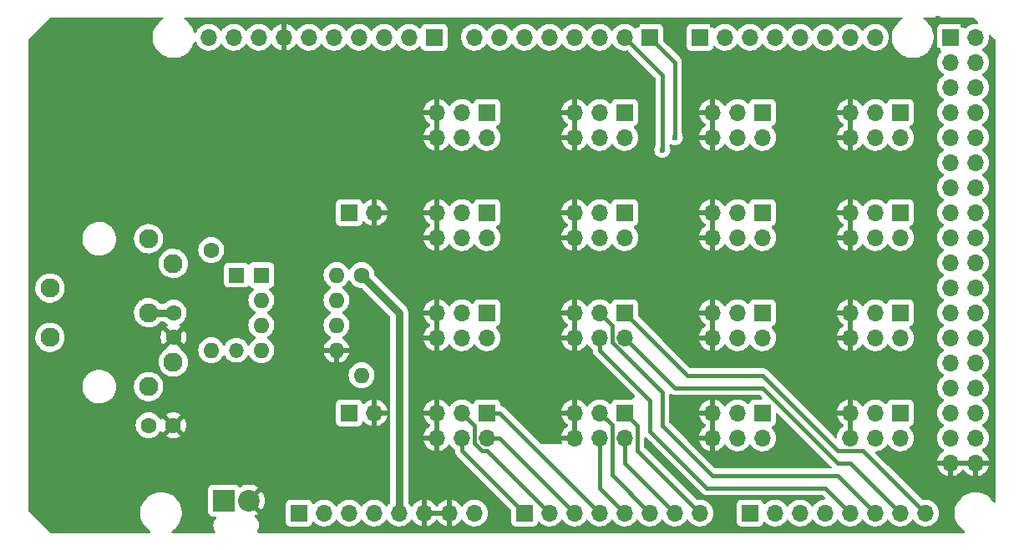
<source format=gbr>
%TF.GenerationSoftware,KiCad,Pcbnew,(6.0.5)*%
%TF.CreationDate,2023-01-19T14:10:39-05:00*%
%TF.ProjectId,floppy_mega,666c6f70-7079-45f6-9d65-67612e6b6963,rev?*%
%TF.SameCoordinates,Original*%
%TF.FileFunction,Copper,L2,Bot*%
%TF.FilePolarity,Positive*%
%FSLAX46Y46*%
G04 Gerber Fmt 4.6, Leading zero omitted, Abs format (unit mm)*
G04 Created by KiCad (PCBNEW (6.0.5)) date 2023-01-19 14:10:39*
%MOMM*%
%LPD*%
G01*
G04 APERTURE LIST*
%TA.AperFunction,ComponentPad*%
%ADD10C,1.600000*%
%TD*%
%TA.AperFunction,ComponentPad*%
%ADD11O,1.600000X1.600000*%
%TD*%
%TA.AperFunction,ComponentPad*%
%ADD12R,1.700000X1.700000*%
%TD*%
%TA.AperFunction,ComponentPad*%
%ADD13O,1.700000X1.700000*%
%TD*%
%TA.AperFunction,ComponentPad*%
%ADD14R,2.200000X2.200000*%
%TD*%
%TA.AperFunction,ComponentPad*%
%ADD15C,2.200000*%
%TD*%
%TA.AperFunction,ComponentPad*%
%ADD16C,1.950000*%
%TD*%
%TA.AperFunction,ComponentPad*%
%ADD17R,1.600000X1.600000*%
%TD*%
%TA.AperFunction,ComponentPad*%
%ADD18R,1.500000X1.500000*%
%TD*%
%TA.AperFunction,ComponentPad*%
%ADD19O,1.500000X1.500000*%
%TD*%
%TA.AperFunction,ViaPad*%
%ADD20C,0.600000*%
%TD*%
%TA.AperFunction,Conductor*%
%ADD21C,0.800000*%
%TD*%
%TA.AperFunction,Conductor*%
%ADD22C,0.400000*%
%TD*%
G04 APERTURE END LIST*
D10*
%TO.P,R2,1*%
%TO.N,+5V*%
X137668000Y-94996000D03*
D11*
%TO.P,R2,2*%
%TO.N,/RX0*%
X137668000Y-105156000D03*
%TD*%
D12*
%TO.P,J11,1,Pin_1*%
%TO.N,/TX0*%
X136398000Y-88646000D03*
D13*
%TO.P,J11,2,Pin_2*%
%TO.N,GND*%
X138938000Y-88646000D03*
%TD*%
D12*
%TO.P,J10,1,Pin_1*%
%TO.N,/RX0*%
X136398000Y-108966000D03*
D13*
%TO.P,J10,2,Pin_2*%
%TO.N,GND*%
X138938000Y-108966000D03*
%TD*%
D12*
%TO.P,F11,1,Pin_1*%
%TO.N,/D39*%
X178308000Y-98806000D03*
D13*
%TO.P,F11,2,Pin_2*%
%TO.N,/D41*%
X178308000Y-101346000D03*
%TO.P,F11,3,Pin_3*%
%TO.N,/D38*%
X175768000Y-98806000D03*
%TO.P,F11,4,Pin_4*%
%TO.N,/D40*%
X175768000Y-101346000D03*
%TO.P,F11,5,Pin_5*%
%TO.N,GND*%
X173228000Y-98806000D03*
%TO.P,F11,6,Pin_6*%
X173228000Y-101346000D03*
%TD*%
D12*
%TO.P,F10,1,Pin_1*%
%TO.N,/D31*%
X178308000Y-88646000D03*
D13*
%TO.P,F10,2,Pin_2*%
%TO.N,/D33*%
X178308000Y-91186000D03*
%TO.P,F10,3,Pin_3*%
%TO.N,/D30*%
X175768000Y-88646000D03*
%TO.P,F10,4,Pin_4*%
%TO.N,/D32*%
X175768000Y-91186000D03*
%TO.P,F10,5,Pin_5*%
%TO.N,GND*%
X173228000Y-88646000D03*
%TO.P,F10,6,Pin_6*%
X173228000Y-91186000D03*
%TD*%
%TO.P,F4,6,Pin_6*%
%TO.N,GND*%
X145288000Y-111506000D03*
%TO.P,F4,5,Pin_5*%
X145288000Y-108966000D03*
%TO.P,F4,4,Pin_4*%
%TO.N,/A0*%
X147828000Y-111506000D03*
%TO.P,F4,3,Pin_3*%
%TO.N,/A1*%
X147828000Y-108966000D03*
%TO.P,F4,2,Pin_2*%
%TO.N,/A2*%
X150368000Y-111506000D03*
D12*
%TO.P,F4,1,Pin_1*%
%TO.N,/A3*%
X150368000Y-108966000D03*
%TD*%
%TO.P,F2,1,Pin_1*%
%TO.N,/D10*%
X150368000Y-88646000D03*
D13*
%TO.P,F2,2,Pin_2*%
%TO.N,/D11*%
X150368000Y-91186000D03*
%TO.P,F2,3,Pin_3*%
%TO.N,/D12*%
X147828000Y-88646000D03*
%TO.P,F2,4,Pin_4*%
%TO.N,/D13*%
X147828000Y-91186000D03*
%TO.P,F2,5,Pin_5*%
%TO.N,GND*%
X145288000Y-88646000D03*
%TO.P,F2,6,Pin_6*%
X145288000Y-91186000D03*
%TD*%
D12*
%TO.P,F1,1,Pin_1*%
%TO.N,/D6*%
X150368000Y-78486000D03*
D13*
%TO.P,F1,2,Pin_2*%
%TO.N,/D7*%
X150368000Y-81026000D03*
%TO.P,F1,3,Pin_3*%
%TO.N,/D8*%
X147828000Y-78486000D03*
%TO.P,F1,4,Pin_4*%
%TO.N,/D9*%
X147828000Y-81026000D03*
%TO.P,F1,5,Pin_5*%
%TO.N,GND*%
X145288000Y-78486000D03*
%TO.P,F1,6,Pin_6*%
X145288000Y-81026000D03*
%TD*%
D12*
%TO.P,F6,1,Pin_1*%
%TO.N,/D2*%
X164338000Y-88646000D03*
D13*
%TO.P,F6,2,Pin_2*%
%TO.N,/D3*%
X164338000Y-91186000D03*
%TO.P,F6,3,Pin_3*%
%TO.N,/D4*%
X161798000Y-88646000D03*
%TO.P,F6,4,Pin_4*%
%TO.N,/D5*%
X161798000Y-91186000D03*
%TO.P,F6,5,Pin_5*%
%TO.N,GND*%
X159258000Y-88646000D03*
%TO.P,F6,6,Pin_6*%
X159258000Y-91186000D03*
%TD*%
D12*
%TO.P,F5,1,Pin_1*%
%TO.N,/D15*%
X164338000Y-78486000D03*
D13*
%TO.P,F5,2,Pin_2*%
%TO.N,/D17*%
X164338000Y-81026000D03*
%TO.P,F5,3,Pin_3*%
%TO.N,/D14*%
X161798000Y-78486000D03*
%TO.P,F5,4,Pin_4*%
%TO.N,/D16*%
X161798000Y-81026000D03*
%TO.P,F5,5,Pin_5*%
%TO.N,GND*%
X159258000Y-78486000D03*
%TO.P,F5,6,Pin_6*%
X159258000Y-81026000D03*
%TD*%
D12*
%TO.P,F9,1,Pin_1*%
%TO.N,/D23*%
X178308000Y-78486000D03*
D13*
%TO.P,F9,2,Pin_2*%
%TO.N,/D25*%
X178308000Y-81026000D03*
%TO.P,F9,3,Pin_3*%
%TO.N,/D22*%
X175768000Y-78486000D03*
%TO.P,F9,4,Pin_4*%
%TO.N,/D24*%
X175768000Y-81026000D03*
%TO.P,F9,5,Pin_5*%
%TO.N,GND*%
X173228000Y-78486000D03*
%TO.P,F9,6,Pin_6*%
X173228000Y-81026000D03*
%TD*%
D12*
%TO.P,F13,1,Pin_1*%
%TO.N,/D26*%
X192278000Y-78486000D03*
D13*
%TO.P,F13,2,Pin_2*%
%TO.N,/D28*%
X192278000Y-81026000D03*
%TO.P,F13,3,Pin_3*%
%TO.N,/D27*%
X189738000Y-78486000D03*
%TO.P,F13,4,Pin_4*%
%TO.N,/D29*%
X189738000Y-81026000D03*
%TO.P,F13,5,Pin_5*%
%TO.N,GND*%
X187198000Y-78486000D03*
%TO.P,F13,6,Pin_6*%
X187198000Y-81026000D03*
%TD*%
D12*
%TO.P,F14,1,Pin_1*%
%TO.N,/D34*%
X192278000Y-88646000D03*
D13*
%TO.P,F14,2,Pin_2*%
%TO.N,/D36*%
X192278000Y-91186000D03*
%TO.P,F14,3,Pin_3*%
%TO.N,/D35*%
X189738000Y-88646000D03*
%TO.P,F14,4,Pin_4*%
%TO.N,/D37*%
X189738000Y-91186000D03*
%TO.P,F14,5,Pin_5*%
%TO.N,GND*%
X187198000Y-88646000D03*
%TO.P,F14,6,Pin_6*%
X187198000Y-91186000D03*
%TD*%
D12*
%TO.P,F15,1,Pin_1*%
%TO.N,/D42*%
X192278000Y-98806000D03*
D13*
%TO.P,F15,2,Pin_2*%
%TO.N,/D44*%
X192278000Y-101346000D03*
%TO.P,F15,3,Pin_3*%
%TO.N,/D43*%
X189738000Y-98806000D03*
%TO.P,F15,4,Pin_4*%
%TO.N,/D45*%
X189738000Y-101346000D03*
%TO.P,F15,5,Pin_5*%
%TO.N,GND*%
X187198000Y-98806000D03*
%TO.P,F15,6,Pin_6*%
X187198000Y-101346000D03*
%TD*%
D12*
%TO.P,F12,1,Pin_1*%
%TO.N,/D47*%
X178308000Y-108966000D03*
D13*
%TO.P,F12,2,Pin_2*%
%TO.N,/D49*%
X178308000Y-111506000D03*
%TO.P,F12,3,Pin_3*%
%TO.N,/D46*%
X175768000Y-108966000D03*
%TO.P,F12,4,Pin_4*%
%TO.N,/D48*%
X175768000Y-111506000D03*
%TO.P,F12,5,Pin_5*%
%TO.N,GND*%
X173228000Y-108966000D03*
%TO.P,F12,6,Pin_6*%
X173228000Y-111506000D03*
%TD*%
%TO.P,F16,6,Pin_6*%
%TO.N,GND*%
X187198000Y-111506000D03*
%TO.P,F16,5,Pin_5*%
X187198000Y-108966000D03*
%TO.P,F16,4,Pin_4*%
%TO.N,/D53*%
X189738000Y-111506000D03*
%TO.P,F16,3,Pin_3*%
%TO.N,/D51*%
X189738000Y-108966000D03*
%TO.P,F16,2,Pin_2*%
%TO.N,/D52*%
X192278000Y-111506000D03*
D12*
%TO.P,F16,1,Pin_1*%
%TO.N,/D50*%
X192278000Y-108966000D03*
%TD*%
D14*
%TO.P,J9,1,Pin_1*%
%TO.N,+5V*%
X123698000Y-117856000D03*
D15*
%TO.P,J9,2,Pin_2*%
%TO.N,GND*%
X126238000Y-117856000D03*
%TD*%
D12*
%TO.P,F7,1,Pin_1*%
%TO.N,/A15*%
X164338000Y-98806000D03*
D13*
%TO.P,F7,2,Pin_2*%
%TO.N,/A14*%
X164338000Y-101346000D03*
%TO.P,F7,3,Pin_3*%
%TO.N,/A13*%
X161798000Y-98806000D03*
%TO.P,F7,4,Pin_4*%
%TO.N,/A12*%
X161798000Y-101346000D03*
%TO.P,F7,5,Pin_5*%
%TO.N,GND*%
X159258000Y-98806000D03*
%TO.P,F7,6,Pin_6*%
X159258000Y-101346000D03*
%TD*%
%TO.P,F3,6,Pin_6*%
%TO.N,GND*%
X145288000Y-101346000D03*
%TO.P,F3,5,Pin_5*%
X145288000Y-98806000D03*
%TO.P,F3,4,Pin_4*%
%TO.N,/A8*%
X147828000Y-101346000D03*
%TO.P,F3,3,Pin_3*%
%TO.N,/A9*%
X147828000Y-98806000D03*
%TO.P,F3,2,Pin_2*%
%TO.N,/A10*%
X150368000Y-101346000D03*
D12*
%TO.P,F3,1,Pin_1*%
%TO.N,/A11*%
X150368000Y-98806000D03*
%TD*%
D13*
%TO.P,F8,6,Pin_6*%
%TO.N,GND*%
X159258000Y-111506000D03*
%TO.P,F8,5,Pin_5*%
X159258000Y-108966000D03*
%TO.P,F8,4,Pin_4*%
%TO.N,/A4*%
X161798000Y-111506000D03*
%TO.P,F8,3,Pin_3*%
%TO.N,/A5*%
X161798000Y-108966000D03*
%TO.P,F8,2,Pin_2*%
%TO.N,/A6*%
X164338000Y-111506000D03*
D12*
%TO.P,F8,1,Pin_1*%
%TO.N,/A7*%
X164338000Y-108966000D03*
%TD*%
D16*
%TO.P,J8,1*%
%TO.N,unconnected-(J8-Pad1)*%
X116078000Y-106306000D03*
%TO.P,J8,2*%
%TO.N,/MIDI_GND*%
X116078000Y-98806000D03*
%TO.P,J8,3*%
%TO.N,unconnected-(J8-Pad3)*%
X116078000Y-91306000D03*
%TO.P,J8,4*%
%TO.N,/MIDI_SEND*%
X118578000Y-103806000D03*
%TO.P,J8,5*%
%TO.N,/MIDI_RETURN*%
X118578000Y-93806000D03*
%TO.P,J8,S1*%
%TO.N,/MIDI_SHIELD*%
X106078000Y-96306000D03*
%TO.P,J8,S2*%
X106078000Y-101306000D03*
%TD*%
D11*
%TO.P,U1,8,VCC*%
%TO.N,+5V*%
X135128000Y-94996000D03*
%TO.P,U1,7,VO1*%
%TO.N,unconnected-(U1-Pad7)*%
X135128000Y-97536000D03*
%TO.P,U1,6,VO2*%
%TO.N,/RX0*%
X135128000Y-100076000D03*
%TO.P,U1,5,GND*%
%TO.N,GND*%
X135128000Y-102616000D03*
%TO.P,U1,4,NC*%
%TO.N,unconnected-(U1-Pad4)*%
X127508000Y-102616000D03*
%TO.P,U1,3,C2*%
%TO.N,/MIDI_RETURN*%
X127508000Y-100076000D03*
%TO.P,U1,2,C1*%
%TO.N,Net-(D1-Pad1)*%
X127508000Y-97536000D03*
D17*
%TO.P,U1,1,NC*%
%TO.N,unconnected-(U1-Pad1)*%
X127508000Y-94996000D03*
%TD*%
D11*
%TO.P,R1,2*%
%TO.N,/MIDI_SEND*%
X122428000Y-102616000D03*
D10*
%TO.P,R1,1*%
%TO.N,Net-(D1-Pad1)*%
X122428000Y-92456000D03*
%TD*%
D18*
%TO.P,D1,1,K*%
%TO.N,Net-(D1-Pad1)*%
X124968000Y-94991000D03*
D19*
%TO.P,D1,2,A*%
%TO.N,/MIDI_RETURN*%
X124968000Y-102611000D03*
%TD*%
D10*
%TO.P,C2,1*%
%TO.N,/MIDI_GND*%
X118618000Y-98806000D03*
%TO.P,C2,2*%
%TO.N,GND*%
X118618000Y-101306000D03*
%TD*%
%TO.P,C1,1*%
%TO.N,/MIDI_SHIELD*%
X116078000Y-110236000D03*
%TO.P,C1,2*%
%TO.N,GND*%
X118578000Y-110236000D03*
%TD*%
D12*
%TO.P,J5,1,Pin_1*%
%TO.N,/D14*%
X171958000Y-70866000D03*
D13*
%TO.P,J5,2,Pin_2*%
%TO.N,/D15*%
X174498000Y-70866000D03*
%TO.P,J5,3,Pin_3*%
%TO.N,/D16*%
X177038000Y-70866000D03*
%TO.P,J5,4,Pin_4*%
%TO.N,/D17*%
X179578000Y-70866000D03*
%TO.P,J5,5,Pin_5*%
%TO.N,/D18*%
X182118000Y-70866000D03*
%TO.P,J5,6,Pin_6*%
%TO.N,/D19*%
X184658000Y-70866000D03*
%TO.P,J5,7,Pin_7*%
%TO.N,/D20*%
X187198000Y-70866000D03*
%TO.P,J5,8,Pin_8*%
%TO.N,/D21*%
X189738000Y-70866000D03*
%TD*%
D12*
%TO.P,J6,1,Pin_1*%
%TO.N,/RX0*%
X166878000Y-70866000D03*
D13*
%TO.P,J6,2,Pin_2*%
%TO.N,/TX0*%
X164338000Y-70866000D03*
%TO.P,J6,3,Pin_3*%
%TO.N,/D2*%
X161798000Y-70866000D03*
%TO.P,J6,4,Pin_4*%
%TO.N,/D3*%
X159258000Y-70866000D03*
%TO.P,J6,5,Pin_5*%
%TO.N,/D4*%
X156718000Y-70866000D03*
%TO.P,J6,6,Pin_6*%
%TO.N,/D5*%
X154178000Y-70866000D03*
%TO.P,J6,7,Pin_7*%
%TO.N,/D6*%
X151638000Y-70866000D03*
%TO.P,J6,8,Pin_8*%
%TO.N,/D7*%
X149098000Y-70866000D03*
%TD*%
D12*
%TO.P,J7,1,Pin_1*%
%TO.N,/D8*%
X145034000Y-70866000D03*
D13*
%TO.P,J7,2,Pin_2*%
%TO.N,/D9*%
X142494000Y-70866000D03*
%TO.P,J7,3,Pin_3*%
%TO.N,/D10*%
X139954000Y-70866000D03*
%TO.P,J7,4,Pin_4*%
%TO.N,/D11*%
X137414000Y-70866000D03*
%TO.P,J7,5,Pin_5*%
%TO.N,/D12*%
X134874000Y-70866000D03*
%TO.P,J7,6,Pin_6*%
%TO.N,/D13*%
X132334000Y-70866000D03*
%TO.P,J7,7,Pin_7*%
%TO.N,GND*%
X129794000Y-70866000D03*
%TO.P,J7,8,Pin_8*%
%TO.N,/AREF*%
X127254000Y-70866000D03*
%TO.P,J7,9,Pin_9*%
%TO.N,unconnected-(J7-Pad9)*%
X124714000Y-70866000D03*
%TO.P,J7,10,Pin_10*%
%TO.N,unconnected-(J7-Pad10)*%
X122174000Y-70866000D03*
%TD*%
D12*
%TO.P,J3,1,Pin_1*%
%TO.N,/A8*%
X177038000Y-119126000D03*
D13*
%TO.P,J3,2,Pin_2*%
%TO.N,/A9*%
X179578000Y-119126000D03*
%TO.P,J3,3,Pin_3*%
%TO.N,/A10*%
X182118000Y-119126000D03*
%TO.P,J3,4,Pin_4*%
%TO.N,/A11*%
X184658000Y-119126000D03*
%TO.P,J3,5,Pin_5*%
%TO.N,/A12*%
X187198000Y-119126000D03*
%TO.P,J3,6,Pin_6*%
%TO.N,/A13*%
X189738000Y-119126000D03*
%TO.P,J3,7,Pin_7*%
%TO.N,/A14*%
X192278000Y-119126000D03*
%TO.P,J3,8,Pin_8*%
%TO.N,/A15*%
X194818000Y-119126000D03*
%TD*%
D12*
%TO.P,J2,1,Pin_1*%
%TO.N,/A0*%
X154178000Y-119126000D03*
D13*
%TO.P,J2,2,Pin_2*%
%TO.N,/A1*%
X156718000Y-119126000D03*
%TO.P,J2,3,Pin_3*%
%TO.N,/A2*%
X159258000Y-119126000D03*
%TO.P,J2,4,Pin_4*%
%TO.N,/A3*%
X161798000Y-119126000D03*
%TO.P,J2,5,Pin_5*%
%TO.N,/A4*%
X164338000Y-119126000D03*
%TO.P,J2,6,Pin_6*%
%TO.N,/A5*%
X166878000Y-119126000D03*
%TO.P,J2,7,Pin_7*%
%TO.N,/A6*%
X169418000Y-119126000D03*
%TO.P,J2,8,Pin_8*%
%TO.N,/A7*%
X171958000Y-119126000D03*
%TD*%
D12*
%TO.P,J1,1,Pin_1*%
%TO.N,unconnected-(J1-Pad1)*%
X131318000Y-119126000D03*
D13*
%TO.P,J1,2,Pin_2*%
%TO.N,/IOREF*%
X133858000Y-119126000D03*
%TO.P,J1,3,Pin_3*%
%TO.N,/~{RESET}*%
X136398000Y-119126000D03*
%TO.P,J1,4,Pin_4*%
%TO.N,+3V3*%
X138938000Y-119126000D03*
%TO.P,J1,5,Pin_5*%
%TO.N,+5V*%
X141478000Y-119126000D03*
%TO.P,J1,6,Pin_6*%
%TO.N,GND*%
X144018000Y-119126000D03*
%TO.P,J1,7,Pin_7*%
X146558000Y-119126000D03*
%TO.P,J1,8,Pin_8*%
%TO.N,/V_{IN}*%
X149098000Y-119126000D03*
%TD*%
%TO.P,J4,36,Pin_36*%
%TO.N,GND*%
X199898000Y-114046000D03*
%TO.P,J4,35,Pin_35*%
X197358000Y-114046000D03*
%TO.P,J4,34,Pin_34*%
%TO.N,/D53*%
X199898000Y-111506000D03*
%TO.P,J4,33,Pin_33*%
%TO.N,/D52*%
X197358000Y-111506000D03*
%TO.P,J4,32,Pin_32*%
%TO.N,/D51*%
X199898000Y-108966000D03*
%TO.P,J4,31,Pin_31*%
%TO.N,/D50*%
X197358000Y-108966000D03*
%TO.P,J4,30,Pin_30*%
%TO.N,/D49*%
X199898000Y-106426000D03*
%TO.P,J4,29,Pin_29*%
%TO.N,/D48*%
X197358000Y-106426000D03*
%TO.P,J4,28,Pin_28*%
%TO.N,/D47*%
X199898000Y-103886000D03*
%TO.P,J4,27,Pin_27*%
%TO.N,/D46*%
X197358000Y-103886000D03*
%TO.P,J4,26,Pin_26*%
%TO.N,/D45*%
X199898000Y-101346000D03*
%TO.P,J4,25,Pin_25*%
%TO.N,/D44*%
X197358000Y-101346000D03*
%TO.P,J4,24,Pin_24*%
%TO.N,/D43*%
X199898000Y-98806000D03*
%TO.P,J4,23,Pin_23*%
%TO.N,/D42*%
X197358000Y-98806000D03*
%TO.P,J4,22,Pin_22*%
%TO.N,/D41*%
X199898000Y-96266000D03*
%TO.P,J4,21,Pin_21*%
%TO.N,/D40*%
X197358000Y-96266000D03*
%TO.P,J4,20,Pin_20*%
%TO.N,/D39*%
X199898000Y-93726000D03*
%TO.P,J4,19,Pin_19*%
%TO.N,/D38*%
X197358000Y-93726000D03*
%TO.P,J4,18,Pin_18*%
%TO.N,/D37*%
X199898000Y-91186000D03*
%TO.P,J4,17,Pin_17*%
%TO.N,/D36*%
X197358000Y-91186000D03*
%TO.P,J4,16,Pin_16*%
%TO.N,/D35*%
X199898000Y-88646000D03*
%TO.P,J4,15,Pin_15*%
%TO.N,/D34*%
X197358000Y-88646000D03*
%TO.P,J4,14,Pin_14*%
%TO.N,/D33*%
X199898000Y-86106000D03*
%TO.P,J4,13,Pin_13*%
%TO.N,/D32*%
X197358000Y-86106000D03*
%TO.P,J4,12,Pin_12*%
%TO.N,/D31*%
X199898000Y-83566000D03*
%TO.P,J4,11,Pin_11*%
%TO.N,/D30*%
X197358000Y-83566000D03*
%TO.P,J4,10,Pin_10*%
%TO.N,/D29*%
X199898000Y-81026000D03*
%TO.P,J4,9,Pin_9*%
%TO.N,/D28*%
X197358000Y-81026000D03*
%TO.P,J4,8,Pin_8*%
%TO.N,/D27*%
X199898000Y-78486000D03*
%TO.P,J4,7,Pin_7*%
%TO.N,/D26*%
X197358000Y-78486000D03*
%TO.P,J4,6,Pin_6*%
%TO.N,/D25*%
X199898000Y-75946000D03*
%TO.P,J4,5,Pin_5*%
%TO.N,/D24*%
X197358000Y-75946000D03*
%TO.P,J4,4,Pin_4*%
%TO.N,/D23*%
X199898000Y-73406000D03*
%TO.P,J4,3,Pin_3*%
%TO.N,/D22*%
X197358000Y-73406000D03*
%TO.P,J4,2,Pin_2*%
%TO.N,unconnected-(J4-Pad2)*%
X199898000Y-70866000D03*
D12*
%TO.P,J4,1,Pin_1*%
%TO.N,unconnected-(J4-Pad1)*%
X197358000Y-70866000D03*
%TD*%
D20*
%TO.N,GND*%
X154178000Y-106426000D03*
X154178000Y-108966000D03*
X154178000Y-103886000D03*
X151638000Y-105156000D03*
X150368000Y-105156000D03*
X147828000Y-106426000D03*
X147828000Y-105156000D03*
X169418000Y-69596000D03*
X164338000Y-73406000D03*
X121158000Y-81026000D03*
X127508000Y-78486000D03*
X124968000Y-73406000D03*
X122428000Y-78486000D03*
X155448000Y-93726000D03*
X140208000Y-94996000D03*
X112903000Y-98806000D03*
X131318000Y-88646000D03*
X116078000Y-86106000D03*
X121158000Y-88646000D03*
X128778000Y-91186000D03*
X116078000Y-81026000D03*
X110998000Y-86106000D03*
X105918000Y-83566000D03*
X110998000Y-81026000D03*
X105918000Y-78486000D03*
X113538000Y-70866000D03*
X105918000Y-73406000D03*
X108458000Y-70866000D03*
X105918000Y-91186000D03*
X114808000Y-102616000D03*
X109728000Y-102616000D03*
X113538000Y-94996000D03*
X108458000Y-94996000D03*
X131318000Y-98806000D03*
X132588000Y-102616000D03*
X132588000Y-96266000D03*
X130048000Y-96266000D03*
X130048000Y-102616000D03*
X133858000Y-105156000D03*
X123698000Y-110236000D03*
X130048000Y-112776000D03*
X121158000Y-112776000D03*
X127508000Y-107696000D03*
X132588000Y-111506000D03*
X130048000Y-106426000D03*
X123698000Y-105156000D03*
X118618000Y-106426000D03*
X113538000Y-114046000D03*
X108458000Y-115316000D03*
X104648000Y-111506000D03*
X104648000Y-105156000D03*
X104648000Y-98806000D03*
X121158000Y-120396000D03*
X113538000Y-120396000D03*
X107188000Y-120396000D03*
X104648000Y-117856000D03*
X140208000Y-115316000D03*
X140208000Y-112776000D03*
X143383000Y-93091000D03*
X142748000Y-89916000D03*
X135128000Y-82296000D03*
X138938000Y-86106000D03*
X131318000Y-78486000D03*
X130683000Y-72771000D03*
X135128000Y-77851000D03*
X139573000Y-82931000D03*
X185293000Y-110236000D03*
X185293000Y-102616000D03*
X185293000Y-92456000D03*
X185293000Y-82296000D03*
X177673000Y-74676000D03*
X175133000Y-85471000D03*
X171323000Y-85471000D03*
X169418000Y-95631000D03*
X173863000Y-95631000D03*
X154813000Y-91186000D03*
X155448000Y-101346000D03*
X157353000Y-97536000D03*
X152273000Y-97536000D03*
X159893000Y-105791000D03*
X157353000Y-111506000D03*
X142748000Y-112141000D03*
X142748000Y-106426000D03*
X142748000Y-101981000D03*
X140208000Y-101981000D03*
X140208000Y-105791000D03*
X142748000Y-117221000D03*
X142113000Y-97536000D03*
X140208000Y-99441000D03*
X155448000Y-77851000D03*
X155448000Y-84201000D03*
X150368000Y-75311000D03*
X150368000Y-72136000D03*
X138938000Y-76581000D03*
X138938000Y-72136000D03*
X136398000Y-75311000D03*
X136398000Y-72771000D03*
X143383000Y-86741000D03*
X133858000Y-72771000D03*
X141478000Y-69596000D03*
X138938000Y-69596000D03*
X136398000Y-69596000D03*
X133858000Y-69596000D03*
X131318000Y-69596000D03*
X128778000Y-69596000D03*
X126238000Y-69596000D03*
X123698000Y-69596000D03*
X147828000Y-72136000D03*
X163703000Y-107061000D03*
X157353000Y-86741000D03*
X155448000Y-72136000D03*
X166243000Y-91186000D03*
%TO.N,/RX0*%
X169418000Y-81026000D03*
%TO.N,/TX0*%
X168148000Y-82296000D03*
%TO.N,GND*%
X157353000Y-106426000D03*
X166243000Y-98806000D03*
X168148000Y-100711000D03*
X177673000Y-103886000D03*
X171323000Y-103886000D03*
X174498000Y-107696000D03*
X180848000Y-92456000D03*
X180848000Y-102616000D03*
X185928000Y-100076000D03*
X188468000Y-102616000D03*
X185928000Y-89916000D03*
X188468000Y-92456000D03*
X165608000Y-86106000D03*
X174498000Y-87376000D03*
X171958000Y-79756000D03*
X174498000Y-82296000D03*
X177038000Y-82296000D03*
X181483000Y-82296000D03*
X188468000Y-82296000D03*
X185928000Y-79756000D03*
X196088000Y-68961000D03*
X196088000Y-72136000D03*
X174498000Y-77216000D03*
X180848000Y-72136000D03*
X183388000Y-72136000D03*
X185928000Y-72136000D03*
X191008000Y-72136000D03*
X188468000Y-72136000D03*
X163068000Y-72136000D03*
X161798000Y-76581000D03*
X159258000Y-76581000D03*
X159258000Y-72771000D03*
X163068000Y-82296000D03*
X152273000Y-86741000D03*
X152908000Y-81026000D03*
X152908000Y-78486000D03*
X142748000Y-74676000D03*
X145288000Y-75311000D03*
X141478000Y-76581000D03*
X141478000Y-72136000D03*
X149098000Y-82296000D03*
X146558000Y-82296000D03*
X152908000Y-72136000D03*
X147828000Y-69596000D03*
X150368000Y-69596000D03*
X152908000Y-69596000D03*
X155448000Y-69596000D03*
X157988000Y-69596000D03*
X160528000Y-69596000D03*
X163068000Y-69596000D03*
X165608000Y-69596000D03*
X173228000Y-69596000D03*
X175768000Y-69596000D03*
X178308000Y-69596000D03*
X180848000Y-69596000D03*
X183388000Y-69596000D03*
X185928000Y-69596000D03*
X191008000Y-69596000D03*
X188468000Y-69596000D03*
X198628000Y-69596000D03*
X201168000Y-72136000D03*
X201168000Y-74676000D03*
X201168000Y-77216000D03*
X201168000Y-79756000D03*
X201168000Y-82296000D03*
X201168000Y-84836000D03*
X201168000Y-87376000D03*
X201168000Y-89916000D03*
X201168000Y-92456000D03*
X201168000Y-94996000D03*
X201168000Y-97536000D03*
X201168000Y-100076000D03*
X201168000Y-102616000D03*
X201168000Y-105156000D03*
X201168000Y-107696000D03*
X201168000Y-110236000D03*
X201168000Y-112776000D03*
X149098000Y-117221000D03*
X137033000Y-117221000D03*
X132588000Y-117221000D03*
X128778000Y-119126000D03*
X135128000Y-120396000D03*
X137668000Y-120396000D03*
X140208000Y-120396000D03*
X142748000Y-120396000D03*
X145288000Y-120396000D03*
X147828000Y-120396000D03*
X151638000Y-119126000D03*
X157988000Y-120396000D03*
X160528000Y-120396000D03*
X163068000Y-120396000D03*
X165608000Y-120396000D03*
X168148000Y-120396000D03*
X170688000Y-120396000D03*
X173863000Y-119126000D03*
X180848000Y-120396000D03*
X183388000Y-120396000D03*
X185928000Y-120396000D03*
X191008000Y-120396000D03*
X188468000Y-120396000D03*
X193548000Y-120396000D03*
X197358000Y-116586000D03*
X195453000Y-114046000D03*
X194818000Y-117221000D03*
X201168000Y-116586000D03*
X197358000Y-120396000D03*
X191643000Y-114046000D03*
X181483000Y-114046000D03*
X182118000Y-112141000D03*
X180213000Y-112776000D03*
X184023000Y-114046000D03*
X169418000Y-109601000D03*
X169418000Y-107696000D03*
X166878000Y-112141000D03*
%TD*%
D21*
%TO.N,+5V*%
X141478000Y-98806000D02*
X137668000Y-94996000D01*
X141478000Y-119126000D02*
X141478000Y-98806000D01*
D22*
%TO.N,/TX0*%
X168148000Y-74676000D02*
X164338000Y-70866000D01*
X168148000Y-82296000D02*
X168148000Y-74676000D01*
%TO.N,/RX0*%
X169418000Y-81026000D02*
X169418000Y-73406000D01*
X169418000Y-73406000D02*
X166878000Y-70866000D01*
%TO.N,/A15*%
X178308000Y-105156000D02*
X185928000Y-112776000D01*
X185928000Y-112776000D02*
X188468000Y-112776000D01*
X170688000Y-105156000D02*
X178308000Y-105156000D01*
X188468000Y-112776000D02*
X194818000Y-119126000D01*
X164338000Y-98806000D02*
X170688000Y-105156000D01*
%TO.N,/A14*%
X185928000Y-114046000D02*
X178308000Y-106426000D01*
X178308000Y-106426000D02*
X169418000Y-106426000D01*
X187198000Y-114046000D02*
X185928000Y-114046000D01*
X169418000Y-106426000D02*
X164338000Y-101346000D01*
X192278000Y-119126000D02*
X187198000Y-114046000D01*
%TO.N,/A13*%
X163068000Y-100076000D02*
X161798000Y-98806000D01*
X163068000Y-101843076D02*
X163068000Y-100076000D01*
X173228000Y-115316000D02*
X168148000Y-110236000D01*
X185928000Y-115316000D02*
X173228000Y-115316000D01*
X189738000Y-119126000D02*
X185928000Y-115316000D01*
X168148000Y-110236000D02*
X168148000Y-106923076D01*
X168148000Y-106923076D02*
X163068000Y-101843076D01*
%TO.N,/A12*%
X184658000Y-116586000D02*
X187198000Y-119126000D01*
X166878000Y-110837040D02*
X172626960Y-116586000D01*
X166878000Y-107696000D02*
X166878000Y-110837040D01*
X172626960Y-116586000D02*
X184658000Y-116586000D01*
X161798000Y-101346000D02*
X161798000Y-102616000D01*
X161798000Y-102616000D02*
X166878000Y-107696000D01*
%TO.N,/A1*%
X150368000Y-112776000D02*
X156718000Y-119126000D01*
X149870924Y-112776000D02*
X150368000Y-112776000D01*
X149118489Y-110256489D02*
X149118489Y-112023565D01*
X149118489Y-112023565D02*
X149870924Y-112776000D01*
X147828000Y-108966000D02*
X149118489Y-110256489D01*
%TO.N,/A3*%
X151638000Y-108966000D02*
X161798000Y-119126000D01*
X150368000Y-108966000D02*
X151638000Y-108966000D01*
%TO.N,/A2*%
X151638000Y-111506000D02*
X159258000Y-119126000D01*
X150368000Y-111506000D02*
X151638000Y-111506000D01*
%TO.N,/A0*%
X147828000Y-112776000D02*
X154178000Y-119126000D01*
X147828000Y-111506000D02*
X147828000Y-112776000D01*
%TO.N,/A7*%
X165608000Y-110236000D02*
X164338000Y-108966000D01*
X165608000Y-112776000D02*
X165608000Y-110236000D01*
X171958000Y-119126000D02*
X165608000Y-112776000D01*
%TO.N,/A6*%
X169418000Y-119126000D02*
X164338000Y-114046000D01*
X164338000Y-114046000D02*
X164338000Y-111506000D01*
%TO.N,/A5*%
X163047511Y-110215511D02*
X161798000Y-108966000D01*
X163047511Y-115295511D02*
X163047511Y-110215511D01*
X166878000Y-119126000D02*
X163047511Y-115295511D01*
%TO.N,/A4*%
X161798000Y-116586000D02*
X161798000Y-111506000D01*
X164338000Y-119126000D02*
X161798000Y-116586000D01*
D21*
%TO.N,/MIDI_GND*%
X116078000Y-98806000D02*
X118618000Y-98806000D01*
%TD*%
%TA.AperFunction,Conductor*%
%TO.N,GND*%
G36*
X117511264Y-68854502D02*
G01*
X117557757Y-68908158D01*
X117567861Y-68978432D01*
X117538367Y-69043012D01*
X117515594Y-69063587D01*
X117287977Y-69223559D01*
X117272892Y-69237577D01*
X117140632Y-69360481D01*
X117077378Y-69419260D01*
X116895287Y-69641732D01*
X116745073Y-69886858D01*
X116743347Y-69890791D01*
X116743346Y-69890792D01*
X116691835Y-70008138D01*
X116629517Y-70150102D01*
X116628342Y-70154229D01*
X116628341Y-70154230D01*
X116624967Y-70166074D01*
X116550756Y-70426594D01*
X116510249Y-70711216D01*
X116510227Y-70715505D01*
X116510226Y-70715512D01*
X116508765Y-70994417D01*
X116508743Y-70998703D01*
X116509302Y-71002947D01*
X116509302Y-71002951D01*
X116516914Y-71060767D01*
X116546268Y-71283734D01*
X116622129Y-71561036D01*
X116623813Y-71564984D01*
X116719202Y-71788618D01*
X116734923Y-71825476D01*
X116781637Y-71903529D01*
X116854621Y-72025476D01*
X116882561Y-72072161D01*
X117062313Y-72296528D01*
X117270851Y-72494423D01*
X117504317Y-72662186D01*
X117508112Y-72664195D01*
X117508113Y-72664196D01*
X117529869Y-72675715D01*
X117758392Y-72796712D01*
X117782699Y-72805607D01*
X118020323Y-72892565D01*
X118028373Y-72895511D01*
X118309264Y-72956755D01*
X118337841Y-72959004D01*
X118532282Y-72974307D01*
X118532291Y-72974307D01*
X118534739Y-72974500D01*
X118690271Y-72974500D01*
X118692407Y-72974354D01*
X118692418Y-72974354D01*
X118900548Y-72960165D01*
X118900554Y-72960164D01*
X118904825Y-72959873D01*
X118909020Y-72959004D01*
X118909022Y-72959004D01*
X119054070Y-72928966D01*
X119186342Y-72901574D01*
X119457343Y-72805607D01*
X119712812Y-72673750D01*
X119716313Y-72671289D01*
X119716317Y-72671287D01*
X119896857Y-72544401D01*
X119948023Y-72508441D01*
X120047966Y-72415568D01*
X120155479Y-72315661D01*
X120155481Y-72315658D01*
X120158622Y-72312740D01*
X120340713Y-72090268D01*
X120490927Y-71845142D01*
X120494927Y-71836031D01*
X120604757Y-71585830D01*
X120606483Y-71581898D01*
X120611301Y-71564984D01*
X120667814Y-71366596D01*
X120705713Y-71306561D01*
X120770053Y-71276547D01*
X120840406Y-71286082D01*
X120894436Y-71332139D01*
X120905734Y-71353708D01*
X120957266Y-71480616D01*
X120994685Y-71541678D01*
X121071291Y-71666688D01*
X121073987Y-71671088D01*
X121220250Y-71839938D01*
X121392126Y-71982632D01*
X121585000Y-72095338D01*
X121793692Y-72175030D01*
X121798760Y-72176061D01*
X121798763Y-72176062D01*
X121858891Y-72188295D01*
X122012597Y-72219567D01*
X122017772Y-72219757D01*
X122017774Y-72219757D01*
X122230673Y-72227564D01*
X122230677Y-72227564D01*
X122235837Y-72227753D01*
X122240957Y-72227097D01*
X122240959Y-72227097D01*
X122452288Y-72200025D01*
X122452289Y-72200025D01*
X122457416Y-72199368D01*
X122462366Y-72197883D01*
X122666429Y-72136661D01*
X122666434Y-72136659D01*
X122671384Y-72135174D01*
X122871994Y-72036896D01*
X123053860Y-71907173D01*
X123212096Y-71749489D01*
X123271594Y-71666689D01*
X123342453Y-71568077D01*
X123343776Y-71569028D01*
X123390645Y-71525857D01*
X123460580Y-71513625D01*
X123526026Y-71541144D01*
X123553875Y-71572994D01*
X123613987Y-71671088D01*
X123760250Y-71839938D01*
X123932126Y-71982632D01*
X124125000Y-72095338D01*
X124333692Y-72175030D01*
X124338760Y-72176061D01*
X124338763Y-72176062D01*
X124398891Y-72188295D01*
X124552597Y-72219567D01*
X124557772Y-72219757D01*
X124557774Y-72219757D01*
X124770673Y-72227564D01*
X124770677Y-72227564D01*
X124775837Y-72227753D01*
X124780957Y-72227097D01*
X124780959Y-72227097D01*
X124992288Y-72200025D01*
X124992289Y-72200025D01*
X124997416Y-72199368D01*
X125002366Y-72197883D01*
X125206429Y-72136661D01*
X125206434Y-72136659D01*
X125211384Y-72135174D01*
X125411994Y-72036896D01*
X125593860Y-71907173D01*
X125752096Y-71749489D01*
X125811594Y-71666689D01*
X125882453Y-71568077D01*
X125883776Y-71569028D01*
X125930645Y-71525857D01*
X126000580Y-71513625D01*
X126066026Y-71541144D01*
X126093875Y-71572994D01*
X126153987Y-71671088D01*
X126300250Y-71839938D01*
X126472126Y-71982632D01*
X126665000Y-72095338D01*
X126873692Y-72175030D01*
X126878760Y-72176061D01*
X126878763Y-72176062D01*
X126938891Y-72188295D01*
X127092597Y-72219567D01*
X127097772Y-72219757D01*
X127097774Y-72219757D01*
X127310673Y-72227564D01*
X127310677Y-72227564D01*
X127315837Y-72227753D01*
X127320957Y-72227097D01*
X127320959Y-72227097D01*
X127532288Y-72200025D01*
X127532289Y-72200025D01*
X127537416Y-72199368D01*
X127542366Y-72197883D01*
X127746429Y-72136661D01*
X127746434Y-72136659D01*
X127751384Y-72135174D01*
X127951994Y-72036896D01*
X128133860Y-71907173D01*
X128292096Y-71749489D01*
X128351594Y-71666689D01*
X128422453Y-71568077D01*
X128423640Y-71568930D01*
X128470960Y-71525362D01*
X128540897Y-71513145D01*
X128606338Y-71540678D01*
X128634166Y-71572511D01*
X128691694Y-71666388D01*
X128697777Y-71674699D01*
X128837213Y-71835667D01*
X128844580Y-71842883D01*
X129008434Y-71978916D01*
X129016881Y-71984831D01*
X129200756Y-72092279D01*
X129210042Y-72096729D01*
X129409001Y-72172703D01*
X129418899Y-72175579D01*
X129522250Y-72196606D01*
X129536299Y-72195410D01*
X129540000Y-72185065D01*
X129540000Y-72184517D01*
X130048000Y-72184517D01*
X130052064Y-72198359D01*
X130065478Y-72200393D01*
X130072184Y-72199534D01*
X130082262Y-72197392D01*
X130286255Y-72136191D01*
X130295842Y-72132433D01*
X130487095Y-72038739D01*
X130495945Y-72033464D01*
X130669328Y-71909792D01*
X130677200Y-71903139D01*
X130828052Y-71752812D01*
X130834730Y-71744965D01*
X130962022Y-71567819D01*
X130963279Y-71568722D01*
X131010373Y-71525362D01*
X131080311Y-71513145D01*
X131145751Y-71540678D01*
X131173579Y-71572511D01*
X131233987Y-71671088D01*
X131380250Y-71839938D01*
X131552126Y-71982632D01*
X131745000Y-72095338D01*
X131953692Y-72175030D01*
X131958760Y-72176061D01*
X131958763Y-72176062D01*
X132018891Y-72188295D01*
X132172597Y-72219567D01*
X132177772Y-72219757D01*
X132177774Y-72219757D01*
X132390673Y-72227564D01*
X132390677Y-72227564D01*
X132395837Y-72227753D01*
X132400957Y-72227097D01*
X132400959Y-72227097D01*
X132612288Y-72200025D01*
X132612289Y-72200025D01*
X132617416Y-72199368D01*
X132622366Y-72197883D01*
X132826429Y-72136661D01*
X132826434Y-72136659D01*
X132831384Y-72135174D01*
X133031994Y-72036896D01*
X133213860Y-71907173D01*
X133372096Y-71749489D01*
X133431594Y-71666689D01*
X133502453Y-71568077D01*
X133503776Y-71569028D01*
X133550645Y-71525857D01*
X133620580Y-71513625D01*
X133686026Y-71541144D01*
X133713875Y-71572994D01*
X133773987Y-71671088D01*
X133920250Y-71839938D01*
X134092126Y-71982632D01*
X134285000Y-72095338D01*
X134493692Y-72175030D01*
X134498760Y-72176061D01*
X134498763Y-72176062D01*
X134558891Y-72188295D01*
X134712597Y-72219567D01*
X134717772Y-72219757D01*
X134717774Y-72219757D01*
X134930673Y-72227564D01*
X134930677Y-72227564D01*
X134935837Y-72227753D01*
X134940957Y-72227097D01*
X134940959Y-72227097D01*
X135152288Y-72200025D01*
X135152289Y-72200025D01*
X135157416Y-72199368D01*
X135162366Y-72197883D01*
X135366429Y-72136661D01*
X135366434Y-72136659D01*
X135371384Y-72135174D01*
X135571994Y-72036896D01*
X135753860Y-71907173D01*
X135912096Y-71749489D01*
X135971594Y-71666689D01*
X136042453Y-71568077D01*
X136043776Y-71569028D01*
X136090645Y-71525857D01*
X136160580Y-71513625D01*
X136226026Y-71541144D01*
X136253875Y-71572994D01*
X136313987Y-71671088D01*
X136460250Y-71839938D01*
X136632126Y-71982632D01*
X136825000Y-72095338D01*
X137033692Y-72175030D01*
X137038760Y-72176061D01*
X137038763Y-72176062D01*
X137098891Y-72188295D01*
X137252597Y-72219567D01*
X137257772Y-72219757D01*
X137257774Y-72219757D01*
X137470673Y-72227564D01*
X137470677Y-72227564D01*
X137475837Y-72227753D01*
X137480957Y-72227097D01*
X137480959Y-72227097D01*
X137692288Y-72200025D01*
X137692289Y-72200025D01*
X137697416Y-72199368D01*
X137702366Y-72197883D01*
X137906429Y-72136661D01*
X137906434Y-72136659D01*
X137911384Y-72135174D01*
X138111994Y-72036896D01*
X138293860Y-71907173D01*
X138452096Y-71749489D01*
X138511594Y-71666689D01*
X138582453Y-71568077D01*
X138583776Y-71569028D01*
X138630645Y-71525857D01*
X138700580Y-71513625D01*
X138766026Y-71541144D01*
X138793875Y-71572994D01*
X138853987Y-71671088D01*
X139000250Y-71839938D01*
X139172126Y-71982632D01*
X139365000Y-72095338D01*
X139573692Y-72175030D01*
X139578760Y-72176061D01*
X139578763Y-72176062D01*
X139638891Y-72188295D01*
X139792597Y-72219567D01*
X139797772Y-72219757D01*
X139797774Y-72219757D01*
X140010673Y-72227564D01*
X140010677Y-72227564D01*
X140015837Y-72227753D01*
X140020957Y-72227097D01*
X140020959Y-72227097D01*
X140232288Y-72200025D01*
X140232289Y-72200025D01*
X140237416Y-72199368D01*
X140242366Y-72197883D01*
X140446429Y-72136661D01*
X140446434Y-72136659D01*
X140451384Y-72135174D01*
X140651994Y-72036896D01*
X140833860Y-71907173D01*
X140992096Y-71749489D01*
X141051594Y-71666689D01*
X141122453Y-71568077D01*
X141123776Y-71569028D01*
X141170645Y-71525857D01*
X141240580Y-71513625D01*
X141306026Y-71541144D01*
X141333875Y-71572994D01*
X141393987Y-71671088D01*
X141540250Y-71839938D01*
X141712126Y-71982632D01*
X141905000Y-72095338D01*
X142113692Y-72175030D01*
X142118760Y-72176061D01*
X142118763Y-72176062D01*
X142178891Y-72188295D01*
X142332597Y-72219567D01*
X142337772Y-72219757D01*
X142337774Y-72219757D01*
X142550673Y-72227564D01*
X142550677Y-72227564D01*
X142555837Y-72227753D01*
X142560957Y-72227097D01*
X142560959Y-72227097D01*
X142772288Y-72200025D01*
X142772289Y-72200025D01*
X142777416Y-72199368D01*
X142782366Y-72197883D01*
X142986429Y-72136661D01*
X142986434Y-72136659D01*
X142991384Y-72135174D01*
X143191994Y-72036896D01*
X143373860Y-71907173D01*
X143482091Y-71799319D01*
X143544462Y-71765404D01*
X143615268Y-71770592D01*
X143672030Y-71813238D01*
X143689012Y-71844341D01*
X143711055Y-71903139D01*
X143733385Y-71962705D01*
X143820739Y-72079261D01*
X143937295Y-72166615D01*
X144073684Y-72217745D01*
X144135866Y-72224500D01*
X145932134Y-72224500D01*
X145994316Y-72217745D01*
X146130705Y-72166615D01*
X146247261Y-72079261D01*
X146334615Y-71962705D01*
X146385745Y-71826316D01*
X146392500Y-71764134D01*
X146392500Y-70832695D01*
X147735251Y-70832695D01*
X147735548Y-70837848D01*
X147735548Y-70837851D01*
X147741011Y-70932590D01*
X147748110Y-71055715D01*
X147749247Y-71060761D01*
X147749248Y-71060767D01*
X147752823Y-71076628D01*
X147797222Y-71273639D01*
X147881266Y-71480616D01*
X147918685Y-71541678D01*
X147995291Y-71666688D01*
X147997987Y-71671088D01*
X148144250Y-71839938D01*
X148316126Y-71982632D01*
X148509000Y-72095338D01*
X148717692Y-72175030D01*
X148722760Y-72176061D01*
X148722763Y-72176062D01*
X148782891Y-72188295D01*
X148936597Y-72219567D01*
X148941772Y-72219757D01*
X148941774Y-72219757D01*
X149154673Y-72227564D01*
X149154677Y-72227564D01*
X149159837Y-72227753D01*
X149164957Y-72227097D01*
X149164959Y-72227097D01*
X149376288Y-72200025D01*
X149376289Y-72200025D01*
X149381416Y-72199368D01*
X149386366Y-72197883D01*
X149590429Y-72136661D01*
X149590434Y-72136659D01*
X149595384Y-72135174D01*
X149795994Y-72036896D01*
X149977860Y-71907173D01*
X150136096Y-71749489D01*
X150195594Y-71666689D01*
X150266453Y-71568077D01*
X150267776Y-71569028D01*
X150314645Y-71525857D01*
X150384580Y-71513625D01*
X150450026Y-71541144D01*
X150477875Y-71572994D01*
X150537987Y-71671088D01*
X150684250Y-71839938D01*
X150856126Y-71982632D01*
X151049000Y-72095338D01*
X151257692Y-72175030D01*
X151262760Y-72176061D01*
X151262763Y-72176062D01*
X151322891Y-72188295D01*
X151476597Y-72219567D01*
X151481772Y-72219757D01*
X151481774Y-72219757D01*
X151694673Y-72227564D01*
X151694677Y-72227564D01*
X151699837Y-72227753D01*
X151704957Y-72227097D01*
X151704959Y-72227097D01*
X151916288Y-72200025D01*
X151916289Y-72200025D01*
X151921416Y-72199368D01*
X151926366Y-72197883D01*
X152130429Y-72136661D01*
X152130434Y-72136659D01*
X152135384Y-72135174D01*
X152335994Y-72036896D01*
X152517860Y-71907173D01*
X152676096Y-71749489D01*
X152735594Y-71666689D01*
X152806453Y-71568077D01*
X152807776Y-71569028D01*
X152854645Y-71525857D01*
X152924580Y-71513625D01*
X152990026Y-71541144D01*
X153017875Y-71572994D01*
X153077987Y-71671088D01*
X153224250Y-71839938D01*
X153396126Y-71982632D01*
X153589000Y-72095338D01*
X153797692Y-72175030D01*
X153802760Y-72176061D01*
X153802763Y-72176062D01*
X153862891Y-72188295D01*
X154016597Y-72219567D01*
X154021772Y-72219757D01*
X154021774Y-72219757D01*
X154234673Y-72227564D01*
X154234677Y-72227564D01*
X154239837Y-72227753D01*
X154244957Y-72227097D01*
X154244959Y-72227097D01*
X154456288Y-72200025D01*
X154456289Y-72200025D01*
X154461416Y-72199368D01*
X154466366Y-72197883D01*
X154670429Y-72136661D01*
X154670434Y-72136659D01*
X154675384Y-72135174D01*
X154875994Y-72036896D01*
X155057860Y-71907173D01*
X155216096Y-71749489D01*
X155275594Y-71666689D01*
X155346453Y-71568077D01*
X155347776Y-71569028D01*
X155394645Y-71525857D01*
X155464580Y-71513625D01*
X155530026Y-71541144D01*
X155557875Y-71572994D01*
X155617987Y-71671088D01*
X155764250Y-71839938D01*
X155936126Y-71982632D01*
X156129000Y-72095338D01*
X156337692Y-72175030D01*
X156342760Y-72176061D01*
X156342763Y-72176062D01*
X156402891Y-72188295D01*
X156556597Y-72219567D01*
X156561772Y-72219757D01*
X156561774Y-72219757D01*
X156774673Y-72227564D01*
X156774677Y-72227564D01*
X156779837Y-72227753D01*
X156784957Y-72227097D01*
X156784959Y-72227097D01*
X156996288Y-72200025D01*
X156996289Y-72200025D01*
X157001416Y-72199368D01*
X157006366Y-72197883D01*
X157210429Y-72136661D01*
X157210434Y-72136659D01*
X157215384Y-72135174D01*
X157415994Y-72036896D01*
X157597860Y-71907173D01*
X157756096Y-71749489D01*
X157815594Y-71666689D01*
X157886453Y-71568077D01*
X157887776Y-71569028D01*
X157934645Y-71525857D01*
X158004580Y-71513625D01*
X158070026Y-71541144D01*
X158097875Y-71572994D01*
X158157987Y-71671088D01*
X158304250Y-71839938D01*
X158476126Y-71982632D01*
X158669000Y-72095338D01*
X158877692Y-72175030D01*
X158882760Y-72176061D01*
X158882763Y-72176062D01*
X158942891Y-72188295D01*
X159096597Y-72219567D01*
X159101772Y-72219757D01*
X159101774Y-72219757D01*
X159314673Y-72227564D01*
X159314677Y-72227564D01*
X159319837Y-72227753D01*
X159324957Y-72227097D01*
X159324959Y-72227097D01*
X159536288Y-72200025D01*
X159536289Y-72200025D01*
X159541416Y-72199368D01*
X159546366Y-72197883D01*
X159750429Y-72136661D01*
X159750434Y-72136659D01*
X159755384Y-72135174D01*
X159955994Y-72036896D01*
X160137860Y-71907173D01*
X160296096Y-71749489D01*
X160355594Y-71666689D01*
X160426453Y-71568077D01*
X160427776Y-71569028D01*
X160474645Y-71525857D01*
X160544580Y-71513625D01*
X160610026Y-71541144D01*
X160637875Y-71572994D01*
X160697987Y-71671088D01*
X160844250Y-71839938D01*
X161016126Y-71982632D01*
X161209000Y-72095338D01*
X161417692Y-72175030D01*
X161422760Y-72176061D01*
X161422763Y-72176062D01*
X161482891Y-72188295D01*
X161636597Y-72219567D01*
X161641772Y-72219757D01*
X161641774Y-72219757D01*
X161854673Y-72227564D01*
X161854677Y-72227564D01*
X161859837Y-72227753D01*
X161864957Y-72227097D01*
X161864959Y-72227097D01*
X162076288Y-72200025D01*
X162076289Y-72200025D01*
X162081416Y-72199368D01*
X162086366Y-72197883D01*
X162290429Y-72136661D01*
X162290434Y-72136659D01*
X162295384Y-72135174D01*
X162495994Y-72036896D01*
X162677860Y-71907173D01*
X162836096Y-71749489D01*
X162895594Y-71666689D01*
X162966453Y-71568077D01*
X162967776Y-71569028D01*
X163014645Y-71525857D01*
X163084580Y-71513625D01*
X163150026Y-71541144D01*
X163177875Y-71572994D01*
X163237987Y-71671088D01*
X163384250Y-71839938D01*
X163556126Y-71982632D01*
X163749000Y-72095338D01*
X163957692Y-72175030D01*
X163962760Y-72176061D01*
X163962763Y-72176062D01*
X164022891Y-72188295D01*
X164176597Y-72219567D01*
X164181772Y-72219757D01*
X164181774Y-72219757D01*
X164394673Y-72227564D01*
X164394677Y-72227564D01*
X164399837Y-72227753D01*
X164404957Y-72227097D01*
X164404959Y-72227097D01*
X164602589Y-72201780D01*
X164672699Y-72212965D01*
X164707694Y-72237664D01*
X167402595Y-74932565D01*
X167436621Y-74994877D01*
X167439500Y-75021660D01*
X167439500Y-81865710D01*
X167423341Y-81920598D01*
X167426183Y-81922009D01*
X167423053Y-81928313D01*
X167419235Y-81934238D01*
X167416826Y-81940858D01*
X167416824Y-81940861D01*
X167370850Y-82067173D01*
X167357197Y-82104685D01*
X167334463Y-82284640D01*
X167352163Y-82465160D01*
X167409418Y-82637273D01*
X167413065Y-82643295D01*
X167413066Y-82643297D01*
X167470794Y-82738617D01*
X167503380Y-82792424D01*
X167629382Y-82922902D01*
X167781159Y-83022222D01*
X167787763Y-83024678D01*
X167787765Y-83024679D01*
X167944558Y-83082990D01*
X167944560Y-83082990D01*
X167951168Y-83085448D01*
X168034995Y-83096633D01*
X168123980Y-83108507D01*
X168123984Y-83108507D01*
X168130961Y-83109438D01*
X168137972Y-83108800D01*
X168137976Y-83108800D01*
X168286251Y-83095305D01*
X168311600Y-83092998D01*
X168318302Y-83090820D01*
X168318304Y-83090820D01*
X168477409Y-83039124D01*
X168477412Y-83039123D01*
X168484108Y-83036947D01*
X168639912Y-82944069D01*
X168771266Y-82818982D01*
X168871643Y-82667902D01*
X168916289Y-82550373D01*
X168933555Y-82504920D01*
X168933556Y-82504918D01*
X168936055Y-82498338D01*
X168937035Y-82491366D01*
X168960748Y-82322639D01*
X168960748Y-82322636D01*
X168961299Y-82318717D01*
X168961616Y-82296000D01*
X168941397Y-82115745D01*
X168939080Y-82109091D01*
X168884064Y-81951106D01*
X168884062Y-81951103D01*
X168881745Y-81944448D01*
X168875644Y-81934684D01*
X168856500Y-81867918D01*
X168856500Y-81857823D01*
X168876502Y-81789702D01*
X168930158Y-81743209D01*
X169000432Y-81733105D01*
X169039309Y-81745356D01*
X169045261Y-81748363D01*
X169051159Y-81752222D01*
X169057767Y-81754680D01*
X169057768Y-81754680D01*
X169214558Y-81812990D01*
X169214560Y-81812990D01*
X169221168Y-81815448D01*
X169303158Y-81826388D01*
X169393980Y-81838507D01*
X169393984Y-81838507D01*
X169400961Y-81839438D01*
X169407972Y-81838800D01*
X169407976Y-81838800D01*
X169550459Y-81825832D01*
X169581600Y-81822998D01*
X169588302Y-81820820D01*
X169588304Y-81820820D01*
X169747409Y-81769124D01*
X169747412Y-81769123D01*
X169754108Y-81766947D01*
X169865275Y-81700678D01*
X169903860Y-81677677D01*
X169903862Y-81677676D01*
X169909912Y-81674069D01*
X170041266Y-81548982D01*
X170141643Y-81397902D01*
X170181125Y-81293966D01*
X171896257Y-81293966D01*
X171926565Y-81428446D01*
X171929645Y-81438275D01*
X172009770Y-81635603D01*
X172014413Y-81644794D01*
X172125694Y-81826388D01*
X172131777Y-81834699D01*
X172271213Y-81995667D01*
X172278580Y-82002883D01*
X172442434Y-82138916D01*
X172450881Y-82144831D01*
X172634756Y-82252279D01*
X172644042Y-82256729D01*
X172843001Y-82332703D01*
X172852899Y-82335579D01*
X172956250Y-82356606D01*
X172970299Y-82355410D01*
X172974000Y-82345065D01*
X172974000Y-82344517D01*
X173482000Y-82344517D01*
X173486064Y-82358359D01*
X173499478Y-82360393D01*
X173506184Y-82359534D01*
X173516262Y-82357392D01*
X173720255Y-82296191D01*
X173729842Y-82292433D01*
X173921095Y-82198739D01*
X173929945Y-82193464D01*
X174103328Y-82069792D01*
X174111200Y-82063139D01*
X174262052Y-81912812D01*
X174268730Y-81904965D01*
X174396022Y-81727819D01*
X174397279Y-81728722D01*
X174444373Y-81685362D01*
X174514311Y-81673145D01*
X174579751Y-81700678D01*
X174607579Y-81732511D01*
X174619658Y-81752222D01*
X174667987Y-81831088D01*
X174814250Y-81999938D01*
X174986126Y-82142632D01*
X175179000Y-82255338D01*
X175387692Y-82335030D01*
X175392760Y-82336061D01*
X175392763Y-82336062D01*
X175487862Y-82355410D01*
X175606597Y-82379567D01*
X175611772Y-82379757D01*
X175611774Y-82379757D01*
X175824673Y-82387564D01*
X175824677Y-82387564D01*
X175829837Y-82387753D01*
X175834957Y-82387097D01*
X175834959Y-82387097D01*
X176046288Y-82360025D01*
X176046289Y-82360025D01*
X176051416Y-82359368D01*
X176056366Y-82357883D01*
X176260429Y-82296661D01*
X176260434Y-82296659D01*
X176265384Y-82295174D01*
X176465994Y-82196896D01*
X176647860Y-82067173D01*
X176806096Y-81909489D01*
X176810007Y-81904047D01*
X176936453Y-81728077D01*
X176937776Y-81729028D01*
X176984645Y-81685857D01*
X177054580Y-81673625D01*
X177120026Y-81701144D01*
X177147875Y-81732994D01*
X177159658Y-81752222D01*
X177207987Y-81831088D01*
X177354250Y-81999938D01*
X177526126Y-82142632D01*
X177719000Y-82255338D01*
X177927692Y-82335030D01*
X177932760Y-82336061D01*
X177932763Y-82336062D01*
X178027862Y-82355410D01*
X178146597Y-82379567D01*
X178151772Y-82379757D01*
X178151774Y-82379757D01*
X178364673Y-82387564D01*
X178364677Y-82387564D01*
X178369837Y-82387753D01*
X178374957Y-82387097D01*
X178374959Y-82387097D01*
X178586288Y-82360025D01*
X178586289Y-82360025D01*
X178591416Y-82359368D01*
X178596366Y-82357883D01*
X178800429Y-82296661D01*
X178800434Y-82296659D01*
X178805384Y-82295174D01*
X179005994Y-82196896D01*
X179187860Y-82067173D01*
X179346096Y-81909489D01*
X179350007Y-81904047D01*
X179473435Y-81732277D01*
X179476453Y-81728077D01*
X179489995Y-81700678D01*
X179573136Y-81532453D01*
X179573137Y-81532451D01*
X179575430Y-81527811D01*
X179640370Y-81314069D01*
X179643017Y-81293966D01*
X185866257Y-81293966D01*
X185896565Y-81428446D01*
X185899645Y-81438275D01*
X185979770Y-81635603D01*
X185984413Y-81644794D01*
X186095694Y-81826388D01*
X186101777Y-81834699D01*
X186241213Y-81995667D01*
X186248580Y-82002883D01*
X186412434Y-82138916D01*
X186420881Y-82144831D01*
X186604756Y-82252279D01*
X186614042Y-82256729D01*
X186813001Y-82332703D01*
X186822899Y-82335579D01*
X186926250Y-82356606D01*
X186940299Y-82355410D01*
X186944000Y-82345065D01*
X186944000Y-82344517D01*
X187452000Y-82344517D01*
X187456064Y-82358359D01*
X187469478Y-82360393D01*
X187476184Y-82359534D01*
X187486262Y-82357392D01*
X187690255Y-82296191D01*
X187699842Y-82292433D01*
X187891095Y-82198739D01*
X187899945Y-82193464D01*
X188073328Y-82069792D01*
X188081200Y-82063139D01*
X188232052Y-81912812D01*
X188238730Y-81904965D01*
X188366022Y-81727819D01*
X188367279Y-81728722D01*
X188414373Y-81685362D01*
X188484311Y-81673145D01*
X188549751Y-81700678D01*
X188577579Y-81732511D01*
X188589658Y-81752222D01*
X188637987Y-81831088D01*
X188784250Y-81999938D01*
X188956126Y-82142632D01*
X189149000Y-82255338D01*
X189357692Y-82335030D01*
X189362760Y-82336061D01*
X189362763Y-82336062D01*
X189457862Y-82355410D01*
X189576597Y-82379567D01*
X189581772Y-82379757D01*
X189581774Y-82379757D01*
X189794673Y-82387564D01*
X189794677Y-82387564D01*
X189799837Y-82387753D01*
X189804957Y-82387097D01*
X189804959Y-82387097D01*
X190016288Y-82360025D01*
X190016289Y-82360025D01*
X190021416Y-82359368D01*
X190026366Y-82357883D01*
X190230429Y-82296661D01*
X190230434Y-82296659D01*
X190235384Y-82295174D01*
X190435994Y-82196896D01*
X190617860Y-82067173D01*
X190776096Y-81909489D01*
X190780007Y-81904047D01*
X190906453Y-81728077D01*
X190907776Y-81729028D01*
X190954645Y-81685857D01*
X191024580Y-81673625D01*
X191090026Y-81701144D01*
X191117875Y-81732994D01*
X191129658Y-81752222D01*
X191177987Y-81831088D01*
X191324250Y-81999938D01*
X191496126Y-82142632D01*
X191689000Y-82255338D01*
X191897692Y-82335030D01*
X191902760Y-82336061D01*
X191902763Y-82336062D01*
X191997862Y-82355410D01*
X192116597Y-82379567D01*
X192121772Y-82379757D01*
X192121774Y-82379757D01*
X192334673Y-82387564D01*
X192334677Y-82387564D01*
X192339837Y-82387753D01*
X192344957Y-82387097D01*
X192344959Y-82387097D01*
X192556288Y-82360025D01*
X192556289Y-82360025D01*
X192561416Y-82359368D01*
X192566366Y-82357883D01*
X192770429Y-82296661D01*
X192770434Y-82296659D01*
X192775384Y-82295174D01*
X192975994Y-82196896D01*
X193157860Y-82067173D01*
X193316096Y-81909489D01*
X193320007Y-81904047D01*
X193443435Y-81732277D01*
X193446453Y-81728077D01*
X193459995Y-81700678D01*
X193543136Y-81532453D01*
X193543137Y-81532451D01*
X193545430Y-81527811D01*
X193610370Y-81314069D01*
X193639529Y-81092590D01*
X193641156Y-81026000D01*
X193622852Y-80803361D01*
X193568431Y-80586702D01*
X193479354Y-80381840D01*
X193358014Y-80194277D01*
X193338405Y-80172727D01*
X193210798Y-80032488D01*
X193179746Y-79968642D01*
X193188141Y-79898143D01*
X193233317Y-79843375D01*
X193259761Y-79829706D01*
X193366297Y-79789767D01*
X193374705Y-79786615D01*
X193491261Y-79699261D01*
X193578615Y-79582705D01*
X193629745Y-79446316D01*
X193636500Y-79384134D01*
X193636500Y-77587866D01*
X193629745Y-77525684D01*
X193578615Y-77389295D01*
X193491261Y-77272739D01*
X193374705Y-77185385D01*
X193238316Y-77134255D01*
X193176134Y-77127500D01*
X191379866Y-77127500D01*
X191317684Y-77134255D01*
X191181295Y-77185385D01*
X191064739Y-77272739D01*
X190977385Y-77389295D01*
X190974233Y-77397703D01*
X190932919Y-77507907D01*
X190890277Y-77564671D01*
X190823716Y-77589371D01*
X190754367Y-77574163D01*
X190721743Y-77548476D01*
X190671151Y-77492875D01*
X190671142Y-77492866D01*
X190667670Y-77489051D01*
X190663619Y-77485852D01*
X190663615Y-77485848D01*
X190496414Y-77353800D01*
X190496410Y-77353798D01*
X190492359Y-77350598D01*
X190456028Y-77330542D01*
X190387420Y-77292669D01*
X190296789Y-77242638D01*
X190291920Y-77240914D01*
X190291916Y-77240912D01*
X190091087Y-77169795D01*
X190091083Y-77169794D01*
X190086212Y-77168069D01*
X190081119Y-77167162D01*
X190081116Y-77167161D01*
X189871373Y-77129800D01*
X189871367Y-77129799D01*
X189866284Y-77128894D01*
X189792452Y-77127992D01*
X189648081Y-77126228D01*
X189648079Y-77126228D01*
X189642911Y-77126165D01*
X189422091Y-77159955D01*
X189209756Y-77229357D01*
X189011607Y-77332507D01*
X189007474Y-77335610D01*
X189007471Y-77335612D01*
X188837100Y-77463530D01*
X188832965Y-77466635D01*
X188807541Y-77493240D01*
X188739280Y-77564671D01*
X188678629Y-77628138D01*
X188675720Y-77632403D01*
X188675714Y-77632411D01*
X188663404Y-77650457D01*
X188571204Y-77785618D01*
X188570898Y-77786066D01*
X188515987Y-77831069D01*
X188445462Y-77839240D01*
X188381715Y-77807986D01*
X188361018Y-77783502D01*
X188280426Y-77658926D01*
X188274136Y-77650757D01*
X188130806Y-77493240D01*
X188123273Y-77486215D01*
X187956139Y-77354222D01*
X187947552Y-77348517D01*
X187761117Y-77245599D01*
X187751705Y-77241369D01*
X187550959Y-77170280D01*
X187540988Y-77167646D01*
X187469837Y-77154972D01*
X187456540Y-77156432D01*
X187452000Y-77170989D01*
X187452000Y-82344517D01*
X186944000Y-82344517D01*
X186944000Y-81298115D01*
X186939525Y-81282876D01*
X186938135Y-81281671D01*
X186930452Y-81280000D01*
X185881225Y-81280000D01*
X185867694Y-81283973D01*
X185866257Y-81293966D01*
X179643017Y-81293966D01*
X179669529Y-81092590D01*
X179671156Y-81026000D01*
X179652852Y-80803361D01*
X179642006Y-80760183D01*
X185862389Y-80760183D01*
X185863912Y-80768607D01*
X185876292Y-80772000D01*
X186925885Y-80772000D01*
X186941124Y-80767525D01*
X186942329Y-80766135D01*
X186944000Y-80758452D01*
X186944000Y-78758115D01*
X186939525Y-78742876D01*
X186938135Y-78741671D01*
X186930452Y-78740000D01*
X185881225Y-78740000D01*
X185867694Y-78743973D01*
X185866257Y-78753966D01*
X185896565Y-78888446D01*
X185899645Y-78898275D01*
X185979770Y-79095603D01*
X185984413Y-79104794D01*
X186095694Y-79286388D01*
X186101777Y-79294699D01*
X186241213Y-79455667D01*
X186248580Y-79462883D01*
X186412434Y-79598916D01*
X186420881Y-79604831D01*
X186490479Y-79645501D01*
X186539203Y-79697140D01*
X186552274Y-79766923D01*
X186525543Y-79832694D01*
X186485087Y-79866053D01*
X186476462Y-79870542D01*
X186467738Y-79876036D01*
X186297433Y-80003905D01*
X186289726Y-80010748D01*
X186142590Y-80164717D01*
X186136104Y-80172727D01*
X186016098Y-80348649D01*
X186011000Y-80357623D01*
X185921338Y-80550783D01*
X185917775Y-80560470D01*
X185862389Y-80760183D01*
X179642006Y-80760183D01*
X179598431Y-80586702D01*
X179509354Y-80381840D01*
X179388014Y-80194277D01*
X179368405Y-80172727D01*
X179240798Y-80032488D01*
X179209746Y-79968642D01*
X179218141Y-79898143D01*
X179263317Y-79843375D01*
X179289761Y-79829706D01*
X179396297Y-79789767D01*
X179404705Y-79786615D01*
X179521261Y-79699261D01*
X179608615Y-79582705D01*
X179659745Y-79446316D01*
X179666500Y-79384134D01*
X179666500Y-78220183D01*
X185862389Y-78220183D01*
X185863912Y-78228607D01*
X185876292Y-78232000D01*
X186925885Y-78232000D01*
X186941124Y-78227525D01*
X186942329Y-78226135D01*
X186944000Y-78218452D01*
X186944000Y-77169102D01*
X186940082Y-77155758D01*
X186925806Y-77153771D01*
X186887324Y-77159660D01*
X186877288Y-77162051D01*
X186674868Y-77228212D01*
X186665359Y-77232209D01*
X186476463Y-77330542D01*
X186467738Y-77336036D01*
X186297433Y-77463905D01*
X186289726Y-77470748D01*
X186142590Y-77624717D01*
X186136104Y-77632727D01*
X186016098Y-77808649D01*
X186011000Y-77817623D01*
X185921338Y-78010783D01*
X185917775Y-78020470D01*
X185862389Y-78220183D01*
X179666500Y-78220183D01*
X179666500Y-77587866D01*
X179659745Y-77525684D01*
X179608615Y-77389295D01*
X179521261Y-77272739D01*
X179404705Y-77185385D01*
X179268316Y-77134255D01*
X179206134Y-77127500D01*
X177409866Y-77127500D01*
X177347684Y-77134255D01*
X177211295Y-77185385D01*
X177094739Y-77272739D01*
X177007385Y-77389295D01*
X177004233Y-77397703D01*
X176962919Y-77507907D01*
X176920277Y-77564671D01*
X176853716Y-77589371D01*
X176784367Y-77574163D01*
X176751743Y-77548476D01*
X176701151Y-77492875D01*
X176701142Y-77492866D01*
X176697670Y-77489051D01*
X176693619Y-77485852D01*
X176693615Y-77485848D01*
X176526414Y-77353800D01*
X176526410Y-77353798D01*
X176522359Y-77350598D01*
X176486028Y-77330542D01*
X176417420Y-77292669D01*
X176326789Y-77242638D01*
X176321920Y-77240914D01*
X176321916Y-77240912D01*
X176121087Y-77169795D01*
X176121083Y-77169794D01*
X176116212Y-77168069D01*
X176111119Y-77167162D01*
X176111116Y-77167161D01*
X175901373Y-77129800D01*
X175901367Y-77129799D01*
X175896284Y-77128894D01*
X175822452Y-77127992D01*
X175678081Y-77126228D01*
X175678079Y-77126228D01*
X175672911Y-77126165D01*
X175452091Y-77159955D01*
X175239756Y-77229357D01*
X175041607Y-77332507D01*
X175037474Y-77335610D01*
X175037471Y-77335612D01*
X174867100Y-77463530D01*
X174862965Y-77466635D01*
X174837541Y-77493240D01*
X174769280Y-77564671D01*
X174708629Y-77628138D01*
X174705720Y-77632403D01*
X174705714Y-77632411D01*
X174693404Y-77650457D01*
X174601204Y-77785618D01*
X174600898Y-77786066D01*
X174545987Y-77831069D01*
X174475462Y-77839240D01*
X174411715Y-77807986D01*
X174391018Y-77783502D01*
X174310426Y-77658926D01*
X174304136Y-77650757D01*
X174160806Y-77493240D01*
X174153273Y-77486215D01*
X173986139Y-77354222D01*
X173977552Y-77348517D01*
X173791117Y-77245599D01*
X173781705Y-77241369D01*
X173580959Y-77170280D01*
X173570988Y-77167646D01*
X173499837Y-77154972D01*
X173486540Y-77156432D01*
X173482000Y-77170989D01*
X173482000Y-82344517D01*
X172974000Y-82344517D01*
X172974000Y-81298115D01*
X172969525Y-81282876D01*
X172968135Y-81281671D01*
X172960452Y-81280000D01*
X171911225Y-81280000D01*
X171897694Y-81283973D01*
X171896257Y-81293966D01*
X170181125Y-81293966D01*
X170185338Y-81282876D01*
X170203555Y-81234920D01*
X170203556Y-81234918D01*
X170206055Y-81228338D01*
X170207829Y-81215715D01*
X170230748Y-81052639D01*
X170230748Y-81052636D01*
X170231299Y-81048717D01*
X170231616Y-81026000D01*
X170211397Y-80845745D01*
X170198435Y-80808522D01*
X170181602Y-80760183D01*
X171892389Y-80760183D01*
X171893912Y-80768607D01*
X171906292Y-80772000D01*
X172955885Y-80772000D01*
X172971124Y-80767525D01*
X172972329Y-80766135D01*
X172974000Y-80758452D01*
X172974000Y-78758115D01*
X172969525Y-78742876D01*
X172968135Y-78741671D01*
X172960452Y-78740000D01*
X171911225Y-78740000D01*
X171897694Y-78743973D01*
X171896257Y-78753966D01*
X171926565Y-78888446D01*
X171929645Y-78898275D01*
X172009770Y-79095603D01*
X172014413Y-79104794D01*
X172125694Y-79286388D01*
X172131777Y-79294699D01*
X172271213Y-79455667D01*
X172278580Y-79462883D01*
X172442434Y-79598916D01*
X172450881Y-79604831D01*
X172520479Y-79645501D01*
X172569203Y-79697140D01*
X172582274Y-79766923D01*
X172555543Y-79832694D01*
X172515087Y-79866053D01*
X172506462Y-79870542D01*
X172497738Y-79876036D01*
X172327433Y-80003905D01*
X172319726Y-80010748D01*
X172172590Y-80164717D01*
X172166104Y-80172727D01*
X172046098Y-80348649D01*
X172041000Y-80357623D01*
X171951338Y-80550783D01*
X171947775Y-80560470D01*
X171892389Y-80760183D01*
X170181602Y-80760183D01*
X170154064Y-80681106D01*
X170154062Y-80681103D01*
X170151745Y-80674448D01*
X170145644Y-80664684D01*
X170126500Y-80597918D01*
X170126500Y-78220183D01*
X171892389Y-78220183D01*
X171893912Y-78228607D01*
X171906292Y-78232000D01*
X172955885Y-78232000D01*
X172971124Y-78227525D01*
X172972329Y-78226135D01*
X172974000Y-78218452D01*
X172974000Y-77169102D01*
X172970082Y-77155758D01*
X172955806Y-77153771D01*
X172917324Y-77159660D01*
X172907288Y-77162051D01*
X172704868Y-77228212D01*
X172695359Y-77232209D01*
X172506463Y-77330542D01*
X172497738Y-77336036D01*
X172327433Y-77463905D01*
X172319726Y-77470748D01*
X172172590Y-77624717D01*
X172166104Y-77632727D01*
X172046098Y-77808649D01*
X172041000Y-77817623D01*
X171951338Y-78010783D01*
X171947775Y-78020470D01*
X171892389Y-78220183D01*
X170126500Y-78220183D01*
X170126500Y-73434911D01*
X170126792Y-73426342D01*
X170130209Y-73376223D01*
X170130209Y-73376219D01*
X170130725Y-73368647D01*
X170119736Y-73305685D01*
X170118777Y-73299182D01*
X170112015Y-73243302D01*
X170111102Y-73235758D01*
X170108416Y-73228649D01*
X170107784Y-73226078D01*
X170103324Y-73209772D01*
X170102549Y-73207204D01*
X170101242Y-73199716D01*
X170075561Y-73141212D01*
X170073069Y-73135105D01*
X170053173Y-73082452D01*
X170053173Y-73082451D01*
X170050487Y-73075344D01*
X170046184Y-73069083D01*
X170044947Y-73066717D01*
X170036720Y-73051937D01*
X170035369Y-73049652D01*
X170032315Y-73042695D01*
X170027695Y-73036675D01*
X170027692Y-73036669D01*
X169993421Y-72992009D01*
X169989541Y-72986668D01*
X169957661Y-72940280D01*
X169957656Y-72940275D01*
X169953357Y-72934019D01*
X169906829Y-72892564D01*
X169901554Y-72887584D01*
X168778104Y-71764134D01*
X170599500Y-71764134D01*
X170606255Y-71826316D01*
X170657385Y-71962705D01*
X170744739Y-72079261D01*
X170861295Y-72166615D01*
X170997684Y-72217745D01*
X171059866Y-72224500D01*
X172856134Y-72224500D01*
X172918316Y-72217745D01*
X173054705Y-72166615D01*
X173171261Y-72079261D01*
X173258615Y-71962705D01*
X173280799Y-71903529D01*
X173302598Y-71845382D01*
X173345240Y-71788618D01*
X173411802Y-71763918D01*
X173481150Y-71779126D01*
X173515817Y-71807114D01*
X173544250Y-71839938D01*
X173716126Y-71982632D01*
X173909000Y-72095338D01*
X174117692Y-72175030D01*
X174122760Y-72176061D01*
X174122763Y-72176062D01*
X174182891Y-72188295D01*
X174336597Y-72219567D01*
X174341772Y-72219757D01*
X174341774Y-72219757D01*
X174554673Y-72227564D01*
X174554677Y-72227564D01*
X174559837Y-72227753D01*
X174564957Y-72227097D01*
X174564959Y-72227097D01*
X174776288Y-72200025D01*
X174776289Y-72200025D01*
X174781416Y-72199368D01*
X174786366Y-72197883D01*
X174990429Y-72136661D01*
X174990434Y-72136659D01*
X174995384Y-72135174D01*
X175195994Y-72036896D01*
X175377860Y-71907173D01*
X175536096Y-71749489D01*
X175595594Y-71666689D01*
X175666453Y-71568077D01*
X175667776Y-71569028D01*
X175714645Y-71525857D01*
X175784580Y-71513625D01*
X175850026Y-71541144D01*
X175877875Y-71572994D01*
X175937987Y-71671088D01*
X176084250Y-71839938D01*
X176256126Y-71982632D01*
X176449000Y-72095338D01*
X176657692Y-72175030D01*
X176662760Y-72176061D01*
X176662763Y-72176062D01*
X176722891Y-72188295D01*
X176876597Y-72219567D01*
X176881772Y-72219757D01*
X176881774Y-72219757D01*
X177094673Y-72227564D01*
X177094677Y-72227564D01*
X177099837Y-72227753D01*
X177104957Y-72227097D01*
X177104959Y-72227097D01*
X177316288Y-72200025D01*
X177316289Y-72200025D01*
X177321416Y-72199368D01*
X177326366Y-72197883D01*
X177530429Y-72136661D01*
X177530434Y-72136659D01*
X177535384Y-72135174D01*
X177735994Y-72036896D01*
X177917860Y-71907173D01*
X178076096Y-71749489D01*
X178135594Y-71666689D01*
X178206453Y-71568077D01*
X178207776Y-71569028D01*
X178254645Y-71525857D01*
X178324580Y-71513625D01*
X178390026Y-71541144D01*
X178417875Y-71572994D01*
X178477987Y-71671088D01*
X178624250Y-71839938D01*
X178796126Y-71982632D01*
X178989000Y-72095338D01*
X179197692Y-72175030D01*
X179202760Y-72176061D01*
X179202763Y-72176062D01*
X179262891Y-72188295D01*
X179416597Y-72219567D01*
X179421772Y-72219757D01*
X179421774Y-72219757D01*
X179634673Y-72227564D01*
X179634677Y-72227564D01*
X179639837Y-72227753D01*
X179644957Y-72227097D01*
X179644959Y-72227097D01*
X179856288Y-72200025D01*
X179856289Y-72200025D01*
X179861416Y-72199368D01*
X179866366Y-72197883D01*
X180070429Y-72136661D01*
X180070434Y-72136659D01*
X180075384Y-72135174D01*
X180275994Y-72036896D01*
X180457860Y-71907173D01*
X180616096Y-71749489D01*
X180675594Y-71666689D01*
X180746453Y-71568077D01*
X180747776Y-71569028D01*
X180794645Y-71525857D01*
X180864580Y-71513625D01*
X180930026Y-71541144D01*
X180957875Y-71572994D01*
X181017987Y-71671088D01*
X181164250Y-71839938D01*
X181336126Y-71982632D01*
X181529000Y-72095338D01*
X181737692Y-72175030D01*
X181742760Y-72176061D01*
X181742763Y-72176062D01*
X181802891Y-72188295D01*
X181956597Y-72219567D01*
X181961772Y-72219757D01*
X181961774Y-72219757D01*
X182174673Y-72227564D01*
X182174677Y-72227564D01*
X182179837Y-72227753D01*
X182184957Y-72227097D01*
X182184959Y-72227097D01*
X182396288Y-72200025D01*
X182396289Y-72200025D01*
X182401416Y-72199368D01*
X182406366Y-72197883D01*
X182610429Y-72136661D01*
X182610434Y-72136659D01*
X182615384Y-72135174D01*
X182815994Y-72036896D01*
X182997860Y-71907173D01*
X183156096Y-71749489D01*
X183215594Y-71666689D01*
X183286453Y-71568077D01*
X183287776Y-71569028D01*
X183334645Y-71525857D01*
X183404580Y-71513625D01*
X183470026Y-71541144D01*
X183497875Y-71572994D01*
X183557987Y-71671088D01*
X183704250Y-71839938D01*
X183876126Y-71982632D01*
X184069000Y-72095338D01*
X184277692Y-72175030D01*
X184282760Y-72176061D01*
X184282763Y-72176062D01*
X184342891Y-72188295D01*
X184496597Y-72219567D01*
X184501772Y-72219757D01*
X184501774Y-72219757D01*
X184714673Y-72227564D01*
X184714677Y-72227564D01*
X184719837Y-72227753D01*
X184724957Y-72227097D01*
X184724959Y-72227097D01*
X184936288Y-72200025D01*
X184936289Y-72200025D01*
X184941416Y-72199368D01*
X184946366Y-72197883D01*
X185150429Y-72136661D01*
X185150434Y-72136659D01*
X185155384Y-72135174D01*
X185355994Y-72036896D01*
X185537860Y-71907173D01*
X185696096Y-71749489D01*
X185755594Y-71666689D01*
X185826453Y-71568077D01*
X185827776Y-71569028D01*
X185874645Y-71525857D01*
X185944580Y-71513625D01*
X186010026Y-71541144D01*
X186037875Y-71572994D01*
X186097987Y-71671088D01*
X186244250Y-71839938D01*
X186416126Y-71982632D01*
X186609000Y-72095338D01*
X186817692Y-72175030D01*
X186822760Y-72176061D01*
X186822763Y-72176062D01*
X186882891Y-72188295D01*
X187036597Y-72219567D01*
X187041772Y-72219757D01*
X187041774Y-72219757D01*
X187254673Y-72227564D01*
X187254677Y-72227564D01*
X187259837Y-72227753D01*
X187264957Y-72227097D01*
X187264959Y-72227097D01*
X187476288Y-72200025D01*
X187476289Y-72200025D01*
X187481416Y-72199368D01*
X187486366Y-72197883D01*
X187690429Y-72136661D01*
X187690434Y-72136659D01*
X187695384Y-72135174D01*
X187895994Y-72036896D01*
X188077860Y-71907173D01*
X188236096Y-71749489D01*
X188295594Y-71666689D01*
X188366453Y-71568077D01*
X188367776Y-71569028D01*
X188414645Y-71525857D01*
X188484580Y-71513625D01*
X188550026Y-71541144D01*
X188577875Y-71572994D01*
X188637987Y-71671088D01*
X188784250Y-71839938D01*
X188956126Y-71982632D01*
X189149000Y-72095338D01*
X189357692Y-72175030D01*
X189362760Y-72176061D01*
X189362763Y-72176062D01*
X189422891Y-72188295D01*
X189576597Y-72219567D01*
X189581772Y-72219757D01*
X189581774Y-72219757D01*
X189794673Y-72227564D01*
X189794677Y-72227564D01*
X189799837Y-72227753D01*
X189804957Y-72227097D01*
X189804959Y-72227097D01*
X190016288Y-72200025D01*
X190016289Y-72200025D01*
X190021416Y-72199368D01*
X190026366Y-72197883D01*
X190230429Y-72136661D01*
X190230434Y-72136659D01*
X190235384Y-72135174D01*
X190435994Y-72036896D01*
X190617860Y-71907173D01*
X190776096Y-71749489D01*
X190835594Y-71666689D01*
X190903435Y-71572277D01*
X190906453Y-71568077D01*
X190911979Y-71556897D01*
X191003136Y-71372453D01*
X191003137Y-71372451D01*
X191005430Y-71367811D01*
X191057289Y-71197123D01*
X191068865Y-71159023D01*
X191068865Y-71159021D01*
X191070370Y-71154069D01*
X191099529Y-70932590D01*
X191099611Y-70929240D01*
X191101074Y-70869365D01*
X191101074Y-70869361D01*
X191101156Y-70866000D01*
X191082852Y-70643361D01*
X191028431Y-70426702D01*
X190939354Y-70221840D01*
X190818014Y-70034277D01*
X190667670Y-69869051D01*
X190663619Y-69865852D01*
X190663615Y-69865848D01*
X190496414Y-69733800D01*
X190496410Y-69733798D01*
X190492359Y-69730598D01*
X190456028Y-69710542D01*
X190440136Y-69701769D01*
X190296789Y-69622638D01*
X190291920Y-69620914D01*
X190291916Y-69620912D01*
X190091087Y-69549795D01*
X190091083Y-69549794D01*
X190086212Y-69548069D01*
X190081119Y-69547162D01*
X190081116Y-69547161D01*
X189871373Y-69509800D01*
X189871367Y-69509799D01*
X189866284Y-69508894D01*
X189792452Y-69507992D01*
X189648081Y-69506228D01*
X189648079Y-69506228D01*
X189642911Y-69506165D01*
X189422091Y-69539955D01*
X189209756Y-69609357D01*
X189011607Y-69712507D01*
X189007474Y-69715610D01*
X189007471Y-69715612D01*
X188837100Y-69843530D01*
X188832965Y-69846635D01*
X188807541Y-69873240D01*
X188721729Y-69963037D01*
X188678629Y-70008138D01*
X188571201Y-70165621D01*
X188516293Y-70210621D01*
X188445768Y-70218792D01*
X188382021Y-70187538D01*
X188361324Y-70163054D01*
X188280822Y-70038617D01*
X188280820Y-70038614D01*
X188278014Y-70034277D01*
X188127670Y-69869051D01*
X188123619Y-69865852D01*
X188123615Y-69865848D01*
X187956414Y-69733800D01*
X187956410Y-69733798D01*
X187952359Y-69730598D01*
X187916028Y-69710542D01*
X187900136Y-69701769D01*
X187756789Y-69622638D01*
X187751920Y-69620914D01*
X187751916Y-69620912D01*
X187551087Y-69549795D01*
X187551083Y-69549794D01*
X187546212Y-69548069D01*
X187541119Y-69547162D01*
X187541116Y-69547161D01*
X187331373Y-69509800D01*
X187331367Y-69509799D01*
X187326284Y-69508894D01*
X187252452Y-69507992D01*
X187108081Y-69506228D01*
X187108079Y-69506228D01*
X187102911Y-69506165D01*
X186882091Y-69539955D01*
X186669756Y-69609357D01*
X186471607Y-69712507D01*
X186467474Y-69715610D01*
X186467471Y-69715612D01*
X186297100Y-69843530D01*
X186292965Y-69846635D01*
X186267541Y-69873240D01*
X186181729Y-69963037D01*
X186138629Y-70008138D01*
X186031201Y-70165621D01*
X185976293Y-70210621D01*
X185905768Y-70218792D01*
X185842021Y-70187538D01*
X185821324Y-70163054D01*
X185740822Y-70038617D01*
X185740820Y-70038614D01*
X185738014Y-70034277D01*
X185587670Y-69869051D01*
X185583619Y-69865852D01*
X185583615Y-69865848D01*
X185416414Y-69733800D01*
X185416410Y-69733798D01*
X185412359Y-69730598D01*
X185376028Y-69710542D01*
X185360136Y-69701769D01*
X185216789Y-69622638D01*
X185211920Y-69620914D01*
X185211916Y-69620912D01*
X185011087Y-69549795D01*
X185011083Y-69549794D01*
X185006212Y-69548069D01*
X185001119Y-69547162D01*
X185001116Y-69547161D01*
X184791373Y-69509800D01*
X184791367Y-69509799D01*
X184786284Y-69508894D01*
X184712452Y-69507992D01*
X184568081Y-69506228D01*
X184568079Y-69506228D01*
X184562911Y-69506165D01*
X184342091Y-69539955D01*
X184129756Y-69609357D01*
X183931607Y-69712507D01*
X183927474Y-69715610D01*
X183927471Y-69715612D01*
X183757100Y-69843530D01*
X183752965Y-69846635D01*
X183727541Y-69873240D01*
X183641729Y-69963037D01*
X183598629Y-70008138D01*
X183491201Y-70165621D01*
X183436293Y-70210621D01*
X183365768Y-70218792D01*
X183302021Y-70187538D01*
X183281324Y-70163054D01*
X183200822Y-70038617D01*
X183200820Y-70038614D01*
X183198014Y-70034277D01*
X183047670Y-69869051D01*
X183043619Y-69865852D01*
X183043615Y-69865848D01*
X182876414Y-69733800D01*
X182876410Y-69733798D01*
X182872359Y-69730598D01*
X182836028Y-69710542D01*
X182820136Y-69701769D01*
X182676789Y-69622638D01*
X182671920Y-69620914D01*
X182671916Y-69620912D01*
X182471087Y-69549795D01*
X182471083Y-69549794D01*
X182466212Y-69548069D01*
X182461119Y-69547162D01*
X182461116Y-69547161D01*
X182251373Y-69509800D01*
X182251367Y-69509799D01*
X182246284Y-69508894D01*
X182172452Y-69507992D01*
X182028081Y-69506228D01*
X182028079Y-69506228D01*
X182022911Y-69506165D01*
X181802091Y-69539955D01*
X181589756Y-69609357D01*
X181391607Y-69712507D01*
X181387474Y-69715610D01*
X181387471Y-69715612D01*
X181217100Y-69843530D01*
X181212965Y-69846635D01*
X181187541Y-69873240D01*
X181101729Y-69963037D01*
X181058629Y-70008138D01*
X180951201Y-70165621D01*
X180896293Y-70210621D01*
X180825768Y-70218792D01*
X180762021Y-70187538D01*
X180741324Y-70163054D01*
X180660822Y-70038617D01*
X180660820Y-70038614D01*
X180658014Y-70034277D01*
X180507670Y-69869051D01*
X180503619Y-69865852D01*
X180503615Y-69865848D01*
X180336414Y-69733800D01*
X180336410Y-69733798D01*
X180332359Y-69730598D01*
X180296028Y-69710542D01*
X180280136Y-69701769D01*
X180136789Y-69622638D01*
X180131920Y-69620914D01*
X180131916Y-69620912D01*
X179931087Y-69549795D01*
X179931083Y-69549794D01*
X179926212Y-69548069D01*
X179921119Y-69547162D01*
X179921116Y-69547161D01*
X179711373Y-69509800D01*
X179711367Y-69509799D01*
X179706284Y-69508894D01*
X179632452Y-69507992D01*
X179488081Y-69506228D01*
X179488079Y-69506228D01*
X179482911Y-69506165D01*
X179262091Y-69539955D01*
X179049756Y-69609357D01*
X178851607Y-69712507D01*
X178847474Y-69715610D01*
X178847471Y-69715612D01*
X178677100Y-69843530D01*
X178672965Y-69846635D01*
X178647541Y-69873240D01*
X178561729Y-69963037D01*
X178518629Y-70008138D01*
X178411201Y-70165621D01*
X178356293Y-70210621D01*
X178285768Y-70218792D01*
X178222021Y-70187538D01*
X178201324Y-70163054D01*
X178120822Y-70038617D01*
X178120820Y-70038614D01*
X178118014Y-70034277D01*
X177967670Y-69869051D01*
X177963619Y-69865852D01*
X177963615Y-69865848D01*
X177796414Y-69733800D01*
X177796410Y-69733798D01*
X177792359Y-69730598D01*
X177756028Y-69710542D01*
X177740136Y-69701769D01*
X177596789Y-69622638D01*
X177591920Y-69620914D01*
X177591916Y-69620912D01*
X177391087Y-69549795D01*
X177391083Y-69549794D01*
X177386212Y-69548069D01*
X177381119Y-69547162D01*
X177381116Y-69547161D01*
X177171373Y-69509800D01*
X177171367Y-69509799D01*
X177166284Y-69508894D01*
X177092452Y-69507992D01*
X176948081Y-69506228D01*
X176948079Y-69506228D01*
X176942911Y-69506165D01*
X176722091Y-69539955D01*
X176509756Y-69609357D01*
X176311607Y-69712507D01*
X176307474Y-69715610D01*
X176307471Y-69715612D01*
X176137100Y-69843530D01*
X176132965Y-69846635D01*
X176107541Y-69873240D01*
X176021729Y-69963037D01*
X175978629Y-70008138D01*
X175871201Y-70165621D01*
X175816293Y-70210621D01*
X175745768Y-70218792D01*
X175682021Y-70187538D01*
X175661324Y-70163054D01*
X175580822Y-70038617D01*
X175580820Y-70038614D01*
X175578014Y-70034277D01*
X175427670Y-69869051D01*
X175423619Y-69865852D01*
X175423615Y-69865848D01*
X175256414Y-69733800D01*
X175256410Y-69733798D01*
X175252359Y-69730598D01*
X175216028Y-69710542D01*
X175200136Y-69701769D01*
X175056789Y-69622638D01*
X175051920Y-69620914D01*
X175051916Y-69620912D01*
X174851087Y-69549795D01*
X174851083Y-69549794D01*
X174846212Y-69548069D01*
X174841119Y-69547162D01*
X174841116Y-69547161D01*
X174631373Y-69509800D01*
X174631367Y-69509799D01*
X174626284Y-69508894D01*
X174552452Y-69507992D01*
X174408081Y-69506228D01*
X174408079Y-69506228D01*
X174402911Y-69506165D01*
X174182091Y-69539955D01*
X173969756Y-69609357D01*
X173771607Y-69712507D01*
X173767474Y-69715610D01*
X173767471Y-69715612D01*
X173597100Y-69843530D01*
X173592965Y-69846635D01*
X173536537Y-69905684D01*
X173512283Y-69931064D01*
X173450759Y-69966494D01*
X173379846Y-69963037D01*
X173322060Y-69921791D01*
X173303207Y-69888243D01*
X173261767Y-69777703D01*
X173258615Y-69769295D01*
X173171261Y-69652739D01*
X173054705Y-69565385D01*
X172918316Y-69514255D01*
X172856134Y-69507500D01*
X171059866Y-69507500D01*
X170997684Y-69514255D01*
X170861295Y-69565385D01*
X170744739Y-69652739D01*
X170657385Y-69769295D01*
X170606255Y-69905684D01*
X170599500Y-69967866D01*
X170599500Y-71764134D01*
X168778104Y-71764134D01*
X168273405Y-71259435D01*
X168239379Y-71197123D01*
X168236500Y-71170340D01*
X168236500Y-69967866D01*
X168229745Y-69905684D01*
X168178615Y-69769295D01*
X168091261Y-69652739D01*
X167974705Y-69565385D01*
X167838316Y-69514255D01*
X167776134Y-69507500D01*
X165979866Y-69507500D01*
X165917684Y-69514255D01*
X165781295Y-69565385D01*
X165664739Y-69652739D01*
X165577385Y-69769295D01*
X165574233Y-69777703D01*
X165532919Y-69887907D01*
X165490277Y-69944671D01*
X165423716Y-69969371D01*
X165354367Y-69954163D01*
X165321743Y-69928476D01*
X165271151Y-69872875D01*
X165271142Y-69872866D01*
X165267670Y-69869051D01*
X165263619Y-69865852D01*
X165263615Y-69865848D01*
X165096414Y-69733800D01*
X165096410Y-69733798D01*
X165092359Y-69730598D01*
X165056028Y-69710542D01*
X165040136Y-69701769D01*
X164896789Y-69622638D01*
X164891920Y-69620914D01*
X164891916Y-69620912D01*
X164691087Y-69549795D01*
X164691083Y-69549794D01*
X164686212Y-69548069D01*
X164681119Y-69547162D01*
X164681116Y-69547161D01*
X164471373Y-69509800D01*
X164471367Y-69509799D01*
X164466284Y-69508894D01*
X164392452Y-69507992D01*
X164248081Y-69506228D01*
X164248079Y-69506228D01*
X164242911Y-69506165D01*
X164022091Y-69539955D01*
X163809756Y-69609357D01*
X163611607Y-69712507D01*
X163607474Y-69715610D01*
X163607471Y-69715612D01*
X163437100Y-69843530D01*
X163432965Y-69846635D01*
X163407541Y-69873240D01*
X163321729Y-69963037D01*
X163278629Y-70008138D01*
X163171201Y-70165621D01*
X163116293Y-70210621D01*
X163045768Y-70218792D01*
X162982021Y-70187538D01*
X162961324Y-70163054D01*
X162880822Y-70038617D01*
X162880820Y-70038614D01*
X162878014Y-70034277D01*
X162727670Y-69869051D01*
X162723619Y-69865852D01*
X162723615Y-69865848D01*
X162556414Y-69733800D01*
X162556410Y-69733798D01*
X162552359Y-69730598D01*
X162516028Y-69710542D01*
X162500136Y-69701769D01*
X162356789Y-69622638D01*
X162351920Y-69620914D01*
X162351916Y-69620912D01*
X162151087Y-69549795D01*
X162151083Y-69549794D01*
X162146212Y-69548069D01*
X162141119Y-69547162D01*
X162141116Y-69547161D01*
X161931373Y-69509800D01*
X161931367Y-69509799D01*
X161926284Y-69508894D01*
X161852452Y-69507992D01*
X161708081Y-69506228D01*
X161708079Y-69506228D01*
X161702911Y-69506165D01*
X161482091Y-69539955D01*
X161269756Y-69609357D01*
X161071607Y-69712507D01*
X161067474Y-69715610D01*
X161067471Y-69715612D01*
X160897100Y-69843530D01*
X160892965Y-69846635D01*
X160867541Y-69873240D01*
X160781729Y-69963037D01*
X160738629Y-70008138D01*
X160631201Y-70165621D01*
X160576293Y-70210621D01*
X160505768Y-70218792D01*
X160442021Y-70187538D01*
X160421324Y-70163054D01*
X160340822Y-70038617D01*
X160340820Y-70038614D01*
X160338014Y-70034277D01*
X160187670Y-69869051D01*
X160183619Y-69865852D01*
X160183615Y-69865848D01*
X160016414Y-69733800D01*
X160016410Y-69733798D01*
X160012359Y-69730598D01*
X159976028Y-69710542D01*
X159960136Y-69701769D01*
X159816789Y-69622638D01*
X159811920Y-69620914D01*
X159811916Y-69620912D01*
X159611087Y-69549795D01*
X159611083Y-69549794D01*
X159606212Y-69548069D01*
X159601119Y-69547162D01*
X159601116Y-69547161D01*
X159391373Y-69509800D01*
X159391367Y-69509799D01*
X159386284Y-69508894D01*
X159312452Y-69507992D01*
X159168081Y-69506228D01*
X159168079Y-69506228D01*
X159162911Y-69506165D01*
X158942091Y-69539955D01*
X158729756Y-69609357D01*
X158531607Y-69712507D01*
X158527474Y-69715610D01*
X158527471Y-69715612D01*
X158357100Y-69843530D01*
X158352965Y-69846635D01*
X158327541Y-69873240D01*
X158241729Y-69963037D01*
X158198629Y-70008138D01*
X158091201Y-70165621D01*
X158036293Y-70210621D01*
X157965768Y-70218792D01*
X157902021Y-70187538D01*
X157881324Y-70163054D01*
X157800822Y-70038617D01*
X157800820Y-70038614D01*
X157798014Y-70034277D01*
X157647670Y-69869051D01*
X157643619Y-69865852D01*
X157643615Y-69865848D01*
X157476414Y-69733800D01*
X157476410Y-69733798D01*
X157472359Y-69730598D01*
X157436028Y-69710542D01*
X157420136Y-69701769D01*
X157276789Y-69622638D01*
X157271920Y-69620914D01*
X157271916Y-69620912D01*
X157071087Y-69549795D01*
X157071083Y-69549794D01*
X157066212Y-69548069D01*
X157061119Y-69547162D01*
X157061116Y-69547161D01*
X156851373Y-69509800D01*
X156851367Y-69509799D01*
X156846284Y-69508894D01*
X156772452Y-69507992D01*
X156628081Y-69506228D01*
X156628079Y-69506228D01*
X156622911Y-69506165D01*
X156402091Y-69539955D01*
X156189756Y-69609357D01*
X155991607Y-69712507D01*
X155987474Y-69715610D01*
X155987471Y-69715612D01*
X155817100Y-69843530D01*
X155812965Y-69846635D01*
X155787541Y-69873240D01*
X155701729Y-69963037D01*
X155658629Y-70008138D01*
X155551201Y-70165621D01*
X155496293Y-70210621D01*
X155425768Y-70218792D01*
X155362021Y-70187538D01*
X155341324Y-70163054D01*
X155260822Y-70038617D01*
X155260820Y-70038614D01*
X155258014Y-70034277D01*
X155107670Y-69869051D01*
X155103619Y-69865852D01*
X155103615Y-69865848D01*
X154936414Y-69733800D01*
X154936410Y-69733798D01*
X154932359Y-69730598D01*
X154896028Y-69710542D01*
X154880136Y-69701769D01*
X154736789Y-69622638D01*
X154731920Y-69620914D01*
X154731916Y-69620912D01*
X154531087Y-69549795D01*
X154531083Y-69549794D01*
X154526212Y-69548069D01*
X154521119Y-69547162D01*
X154521116Y-69547161D01*
X154311373Y-69509800D01*
X154311367Y-69509799D01*
X154306284Y-69508894D01*
X154232452Y-69507992D01*
X154088081Y-69506228D01*
X154088079Y-69506228D01*
X154082911Y-69506165D01*
X153862091Y-69539955D01*
X153649756Y-69609357D01*
X153451607Y-69712507D01*
X153447474Y-69715610D01*
X153447471Y-69715612D01*
X153277100Y-69843530D01*
X153272965Y-69846635D01*
X153247541Y-69873240D01*
X153161729Y-69963037D01*
X153118629Y-70008138D01*
X153011201Y-70165621D01*
X152956293Y-70210621D01*
X152885768Y-70218792D01*
X152822021Y-70187538D01*
X152801324Y-70163054D01*
X152720822Y-70038617D01*
X152720820Y-70038614D01*
X152718014Y-70034277D01*
X152567670Y-69869051D01*
X152563619Y-69865852D01*
X152563615Y-69865848D01*
X152396414Y-69733800D01*
X152396410Y-69733798D01*
X152392359Y-69730598D01*
X152356028Y-69710542D01*
X152340136Y-69701769D01*
X152196789Y-69622638D01*
X152191920Y-69620914D01*
X152191916Y-69620912D01*
X151991087Y-69549795D01*
X151991083Y-69549794D01*
X151986212Y-69548069D01*
X151981119Y-69547162D01*
X151981116Y-69547161D01*
X151771373Y-69509800D01*
X151771367Y-69509799D01*
X151766284Y-69508894D01*
X151692452Y-69507992D01*
X151548081Y-69506228D01*
X151548079Y-69506228D01*
X151542911Y-69506165D01*
X151322091Y-69539955D01*
X151109756Y-69609357D01*
X150911607Y-69712507D01*
X150907474Y-69715610D01*
X150907471Y-69715612D01*
X150737100Y-69843530D01*
X150732965Y-69846635D01*
X150707541Y-69873240D01*
X150621729Y-69963037D01*
X150578629Y-70008138D01*
X150471201Y-70165621D01*
X150416293Y-70210621D01*
X150345768Y-70218792D01*
X150282021Y-70187538D01*
X150261324Y-70163054D01*
X150180822Y-70038617D01*
X150180820Y-70038614D01*
X150178014Y-70034277D01*
X150027670Y-69869051D01*
X150023619Y-69865852D01*
X150023615Y-69865848D01*
X149856414Y-69733800D01*
X149856410Y-69733798D01*
X149852359Y-69730598D01*
X149816028Y-69710542D01*
X149800136Y-69701769D01*
X149656789Y-69622638D01*
X149651920Y-69620914D01*
X149651916Y-69620912D01*
X149451087Y-69549795D01*
X149451083Y-69549794D01*
X149446212Y-69548069D01*
X149441119Y-69547162D01*
X149441116Y-69547161D01*
X149231373Y-69509800D01*
X149231367Y-69509799D01*
X149226284Y-69508894D01*
X149152452Y-69507992D01*
X149008081Y-69506228D01*
X149008079Y-69506228D01*
X149002911Y-69506165D01*
X148782091Y-69539955D01*
X148569756Y-69609357D01*
X148371607Y-69712507D01*
X148367474Y-69715610D01*
X148367471Y-69715612D01*
X148197100Y-69843530D01*
X148192965Y-69846635D01*
X148167541Y-69873240D01*
X148081729Y-69963037D01*
X148038629Y-70008138D01*
X147912743Y-70192680D01*
X147897003Y-70226590D01*
X147834776Y-70360647D01*
X147818688Y-70395305D01*
X147758989Y-70610570D01*
X147735251Y-70832695D01*
X146392500Y-70832695D01*
X146392500Y-69967866D01*
X146385745Y-69905684D01*
X146334615Y-69769295D01*
X146247261Y-69652739D01*
X146130705Y-69565385D01*
X145994316Y-69514255D01*
X145932134Y-69507500D01*
X144135866Y-69507500D01*
X144073684Y-69514255D01*
X143937295Y-69565385D01*
X143820739Y-69652739D01*
X143733385Y-69769295D01*
X143730233Y-69777703D01*
X143688919Y-69887907D01*
X143646277Y-69944671D01*
X143579716Y-69969371D01*
X143510367Y-69954163D01*
X143477743Y-69928476D01*
X143427151Y-69872875D01*
X143427142Y-69872866D01*
X143423670Y-69869051D01*
X143419619Y-69865852D01*
X143419615Y-69865848D01*
X143252414Y-69733800D01*
X143252410Y-69733798D01*
X143248359Y-69730598D01*
X143212028Y-69710542D01*
X143196136Y-69701769D01*
X143052789Y-69622638D01*
X143047920Y-69620914D01*
X143047916Y-69620912D01*
X142847087Y-69549795D01*
X142847083Y-69549794D01*
X142842212Y-69548069D01*
X142837119Y-69547162D01*
X142837116Y-69547161D01*
X142627373Y-69509800D01*
X142627367Y-69509799D01*
X142622284Y-69508894D01*
X142548452Y-69507992D01*
X142404081Y-69506228D01*
X142404079Y-69506228D01*
X142398911Y-69506165D01*
X142178091Y-69539955D01*
X141965756Y-69609357D01*
X141767607Y-69712507D01*
X141763474Y-69715610D01*
X141763471Y-69715612D01*
X141593100Y-69843530D01*
X141588965Y-69846635D01*
X141563541Y-69873240D01*
X141477729Y-69963037D01*
X141434629Y-70008138D01*
X141327201Y-70165621D01*
X141272293Y-70210621D01*
X141201768Y-70218792D01*
X141138021Y-70187538D01*
X141117324Y-70163054D01*
X141036822Y-70038617D01*
X141036820Y-70038614D01*
X141034014Y-70034277D01*
X140883670Y-69869051D01*
X140879619Y-69865852D01*
X140879615Y-69865848D01*
X140712414Y-69733800D01*
X140712410Y-69733798D01*
X140708359Y-69730598D01*
X140672028Y-69710542D01*
X140656136Y-69701769D01*
X140512789Y-69622638D01*
X140507920Y-69620914D01*
X140507916Y-69620912D01*
X140307087Y-69549795D01*
X140307083Y-69549794D01*
X140302212Y-69548069D01*
X140297119Y-69547162D01*
X140297116Y-69547161D01*
X140087373Y-69509800D01*
X140087367Y-69509799D01*
X140082284Y-69508894D01*
X140008452Y-69507992D01*
X139864081Y-69506228D01*
X139864079Y-69506228D01*
X139858911Y-69506165D01*
X139638091Y-69539955D01*
X139425756Y-69609357D01*
X139227607Y-69712507D01*
X139223474Y-69715610D01*
X139223471Y-69715612D01*
X139053100Y-69843530D01*
X139048965Y-69846635D01*
X139023541Y-69873240D01*
X138937729Y-69963037D01*
X138894629Y-70008138D01*
X138787201Y-70165621D01*
X138732293Y-70210621D01*
X138661768Y-70218792D01*
X138598021Y-70187538D01*
X138577324Y-70163054D01*
X138496822Y-70038617D01*
X138496820Y-70038614D01*
X138494014Y-70034277D01*
X138343670Y-69869051D01*
X138339619Y-69865852D01*
X138339615Y-69865848D01*
X138172414Y-69733800D01*
X138172410Y-69733798D01*
X138168359Y-69730598D01*
X138132028Y-69710542D01*
X138116136Y-69701769D01*
X137972789Y-69622638D01*
X137967920Y-69620914D01*
X137967916Y-69620912D01*
X137767087Y-69549795D01*
X137767083Y-69549794D01*
X137762212Y-69548069D01*
X137757119Y-69547162D01*
X137757116Y-69547161D01*
X137547373Y-69509800D01*
X137547367Y-69509799D01*
X137542284Y-69508894D01*
X137468452Y-69507992D01*
X137324081Y-69506228D01*
X137324079Y-69506228D01*
X137318911Y-69506165D01*
X137098091Y-69539955D01*
X136885756Y-69609357D01*
X136687607Y-69712507D01*
X136683474Y-69715610D01*
X136683471Y-69715612D01*
X136513100Y-69843530D01*
X136508965Y-69846635D01*
X136483541Y-69873240D01*
X136397729Y-69963037D01*
X136354629Y-70008138D01*
X136247201Y-70165621D01*
X136192293Y-70210621D01*
X136121768Y-70218792D01*
X136058021Y-70187538D01*
X136037324Y-70163054D01*
X135956822Y-70038617D01*
X135956820Y-70038614D01*
X135954014Y-70034277D01*
X135803670Y-69869051D01*
X135799619Y-69865852D01*
X135799615Y-69865848D01*
X135632414Y-69733800D01*
X135632410Y-69733798D01*
X135628359Y-69730598D01*
X135592028Y-69710542D01*
X135576136Y-69701769D01*
X135432789Y-69622638D01*
X135427920Y-69620914D01*
X135427916Y-69620912D01*
X135227087Y-69549795D01*
X135227083Y-69549794D01*
X135222212Y-69548069D01*
X135217119Y-69547162D01*
X135217116Y-69547161D01*
X135007373Y-69509800D01*
X135007367Y-69509799D01*
X135002284Y-69508894D01*
X134928452Y-69507992D01*
X134784081Y-69506228D01*
X134784079Y-69506228D01*
X134778911Y-69506165D01*
X134558091Y-69539955D01*
X134345756Y-69609357D01*
X134147607Y-69712507D01*
X134143474Y-69715610D01*
X134143471Y-69715612D01*
X133973100Y-69843530D01*
X133968965Y-69846635D01*
X133943541Y-69873240D01*
X133857729Y-69963037D01*
X133814629Y-70008138D01*
X133707201Y-70165621D01*
X133652293Y-70210621D01*
X133581768Y-70218792D01*
X133518021Y-70187538D01*
X133497324Y-70163054D01*
X133416822Y-70038617D01*
X133416820Y-70038614D01*
X133414014Y-70034277D01*
X133263670Y-69869051D01*
X133259619Y-69865852D01*
X133259615Y-69865848D01*
X133092414Y-69733800D01*
X133092410Y-69733798D01*
X133088359Y-69730598D01*
X133052028Y-69710542D01*
X133036136Y-69701769D01*
X132892789Y-69622638D01*
X132887920Y-69620914D01*
X132887916Y-69620912D01*
X132687087Y-69549795D01*
X132687083Y-69549794D01*
X132682212Y-69548069D01*
X132677119Y-69547162D01*
X132677116Y-69547161D01*
X132467373Y-69509800D01*
X132467367Y-69509799D01*
X132462284Y-69508894D01*
X132388452Y-69507992D01*
X132244081Y-69506228D01*
X132244079Y-69506228D01*
X132238911Y-69506165D01*
X132018091Y-69539955D01*
X131805756Y-69609357D01*
X131607607Y-69712507D01*
X131603474Y-69715610D01*
X131603471Y-69715612D01*
X131433100Y-69843530D01*
X131428965Y-69846635D01*
X131403541Y-69873240D01*
X131317729Y-69963037D01*
X131274629Y-70008138D01*
X131167204Y-70165618D01*
X131166898Y-70166066D01*
X131111987Y-70211069D01*
X131041462Y-70219240D01*
X130977715Y-70187986D01*
X130957018Y-70163502D01*
X130876426Y-70038926D01*
X130870136Y-70030757D01*
X130726806Y-69873240D01*
X130719273Y-69866215D01*
X130552139Y-69734222D01*
X130543552Y-69728517D01*
X130357117Y-69625599D01*
X130347705Y-69621369D01*
X130146959Y-69550280D01*
X130136988Y-69547646D01*
X130065837Y-69534972D01*
X130052540Y-69536432D01*
X130048000Y-69550989D01*
X130048000Y-72184517D01*
X129540000Y-72184517D01*
X129540000Y-69549102D01*
X129536082Y-69535758D01*
X129521806Y-69533771D01*
X129483324Y-69539660D01*
X129473288Y-69542051D01*
X129270868Y-69608212D01*
X129261359Y-69612209D01*
X129072463Y-69710542D01*
X129063738Y-69716036D01*
X128893433Y-69843905D01*
X128885726Y-69850748D01*
X128738590Y-70004717D01*
X128732109Y-70012722D01*
X128627498Y-70166074D01*
X128572587Y-70211076D01*
X128502062Y-70219247D01*
X128438315Y-70187993D01*
X128417618Y-70163509D01*
X128336822Y-70038617D01*
X128336820Y-70038614D01*
X128334014Y-70034277D01*
X128183670Y-69869051D01*
X128179619Y-69865852D01*
X128179615Y-69865848D01*
X128012414Y-69733800D01*
X128012410Y-69733798D01*
X128008359Y-69730598D01*
X127972028Y-69710542D01*
X127956136Y-69701769D01*
X127812789Y-69622638D01*
X127807920Y-69620914D01*
X127807916Y-69620912D01*
X127607087Y-69549795D01*
X127607083Y-69549794D01*
X127602212Y-69548069D01*
X127597119Y-69547162D01*
X127597116Y-69547161D01*
X127387373Y-69509800D01*
X127387367Y-69509799D01*
X127382284Y-69508894D01*
X127308452Y-69507992D01*
X127164081Y-69506228D01*
X127164079Y-69506228D01*
X127158911Y-69506165D01*
X126938091Y-69539955D01*
X126725756Y-69609357D01*
X126527607Y-69712507D01*
X126523474Y-69715610D01*
X126523471Y-69715612D01*
X126353100Y-69843530D01*
X126348965Y-69846635D01*
X126323541Y-69873240D01*
X126237729Y-69963037D01*
X126194629Y-70008138D01*
X126087201Y-70165621D01*
X126032293Y-70210621D01*
X125961768Y-70218792D01*
X125898021Y-70187538D01*
X125877324Y-70163054D01*
X125796822Y-70038617D01*
X125796820Y-70038614D01*
X125794014Y-70034277D01*
X125643670Y-69869051D01*
X125639619Y-69865852D01*
X125639615Y-69865848D01*
X125472414Y-69733800D01*
X125472410Y-69733798D01*
X125468359Y-69730598D01*
X125432028Y-69710542D01*
X125416136Y-69701769D01*
X125272789Y-69622638D01*
X125267920Y-69620914D01*
X125267916Y-69620912D01*
X125067087Y-69549795D01*
X125067083Y-69549794D01*
X125062212Y-69548069D01*
X125057119Y-69547162D01*
X125057116Y-69547161D01*
X124847373Y-69509800D01*
X124847367Y-69509799D01*
X124842284Y-69508894D01*
X124768452Y-69507992D01*
X124624081Y-69506228D01*
X124624079Y-69506228D01*
X124618911Y-69506165D01*
X124398091Y-69539955D01*
X124185756Y-69609357D01*
X123987607Y-69712507D01*
X123983474Y-69715610D01*
X123983471Y-69715612D01*
X123813100Y-69843530D01*
X123808965Y-69846635D01*
X123783541Y-69873240D01*
X123697729Y-69963037D01*
X123654629Y-70008138D01*
X123547201Y-70165621D01*
X123492293Y-70210621D01*
X123421768Y-70218792D01*
X123358021Y-70187538D01*
X123337324Y-70163054D01*
X123256822Y-70038617D01*
X123256820Y-70038614D01*
X123254014Y-70034277D01*
X123103670Y-69869051D01*
X123099619Y-69865852D01*
X123099615Y-69865848D01*
X122932414Y-69733800D01*
X122932410Y-69733798D01*
X122928359Y-69730598D01*
X122892028Y-69710542D01*
X122876136Y-69701769D01*
X122732789Y-69622638D01*
X122727920Y-69620914D01*
X122727916Y-69620912D01*
X122527087Y-69549795D01*
X122527083Y-69549794D01*
X122522212Y-69548069D01*
X122517119Y-69547162D01*
X122517116Y-69547161D01*
X122307373Y-69509800D01*
X122307367Y-69509799D01*
X122302284Y-69508894D01*
X122228452Y-69507992D01*
X122084081Y-69506228D01*
X122084079Y-69506228D01*
X122078911Y-69506165D01*
X121858091Y-69539955D01*
X121645756Y-69609357D01*
X121447607Y-69712507D01*
X121443474Y-69715610D01*
X121443471Y-69715612D01*
X121273100Y-69843530D01*
X121268965Y-69846635D01*
X121243541Y-69873240D01*
X121157729Y-69963037D01*
X121114629Y-70008138D01*
X120988743Y-70192680D01*
X120902242Y-70379031D01*
X120901584Y-70380449D01*
X120854760Y-70433816D01*
X120786517Y-70453397D01*
X120718521Y-70432974D01*
X120672361Y-70379031D01*
X120665762Y-70360647D01*
X120639716Y-70265439D01*
X120613871Y-70170964D01*
X120546239Y-70012403D01*
X120502763Y-69910476D01*
X120502761Y-69910472D01*
X120501077Y-69906524D01*
X120397704Y-69733800D01*
X120355643Y-69663521D01*
X120355640Y-69663517D01*
X120353439Y-69659839D01*
X120173687Y-69435472D01*
X119965149Y-69237577D01*
X119731683Y-69069814D01*
X119727881Y-69067801D01*
X119727536Y-69067587D01*
X119680181Y-69014691D01*
X119668941Y-68944589D01*
X119697385Y-68879540D01*
X119756482Y-68840194D01*
X119793932Y-68834500D01*
X192373143Y-68834500D01*
X192441264Y-68854502D01*
X192487757Y-68908158D01*
X192497861Y-68978432D01*
X192468367Y-69043012D01*
X192445594Y-69063587D01*
X192217977Y-69223559D01*
X192202892Y-69237577D01*
X192070632Y-69360481D01*
X192007378Y-69419260D01*
X191825287Y-69641732D01*
X191675073Y-69886858D01*
X191673347Y-69890791D01*
X191673346Y-69890792D01*
X191621835Y-70008138D01*
X191559517Y-70150102D01*
X191558342Y-70154229D01*
X191558341Y-70154230D01*
X191554967Y-70166074D01*
X191480756Y-70426594D01*
X191440249Y-70711216D01*
X191440227Y-70715505D01*
X191440226Y-70715512D01*
X191438765Y-70994417D01*
X191438743Y-70998703D01*
X191439302Y-71002947D01*
X191439302Y-71002951D01*
X191446914Y-71060767D01*
X191476268Y-71283734D01*
X191552129Y-71561036D01*
X191553813Y-71564984D01*
X191649202Y-71788618D01*
X191664923Y-71825476D01*
X191711637Y-71903529D01*
X191784621Y-72025476D01*
X191812561Y-72072161D01*
X191992313Y-72296528D01*
X192200851Y-72494423D01*
X192434317Y-72662186D01*
X192438112Y-72664195D01*
X192438113Y-72664196D01*
X192459869Y-72675715D01*
X192688392Y-72796712D01*
X192712699Y-72805607D01*
X192950323Y-72892565D01*
X192958373Y-72895511D01*
X193239264Y-72956755D01*
X193267841Y-72959004D01*
X193462282Y-72974307D01*
X193462291Y-72974307D01*
X193464739Y-72974500D01*
X193620271Y-72974500D01*
X193622407Y-72974354D01*
X193622418Y-72974354D01*
X193830548Y-72960165D01*
X193830554Y-72960164D01*
X193834825Y-72959873D01*
X193839020Y-72959004D01*
X193839022Y-72959004D01*
X193984070Y-72928966D01*
X194116342Y-72901574D01*
X194387343Y-72805607D01*
X194642812Y-72673750D01*
X194646313Y-72671289D01*
X194646317Y-72671287D01*
X194826857Y-72544401D01*
X194878023Y-72508441D01*
X194977966Y-72415568D01*
X195085479Y-72315661D01*
X195085481Y-72315658D01*
X195088622Y-72312740D01*
X195270713Y-72090268D01*
X195420927Y-71845142D01*
X195424927Y-71836031D01*
X195534757Y-71585830D01*
X195536483Y-71581898D01*
X195541742Y-71563438D01*
X195597467Y-71367811D01*
X195615244Y-71305406D01*
X195651515Y-71050547D01*
X195655146Y-71025036D01*
X195655146Y-71025034D01*
X195655751Y-71020784D01*
X195655845Y-71002951D01*
X195657235Y-70737583D01*
X195657235Y-70737576D01*
X195657257Y-70733297D01*
X195654954Y-70715800D01*
X195637595Y-70583951D01*
X195619732Y-70448266D01*
X195543871Y-70170964D01*
X195476239Y-70012403D01*
X195432763Y-69910476D01*
X195432761Y-69910472D01*
X195431077Y-69906524D01*
X195327704Y-69733800D01*
X195285643Y-69663521D01*
X195285640Y-69663517D01*
X195283439Y-69659839D01*
X195103687Y-69435472D01*
X194895149Y-69237577D01*
X194661683Y-69069814D01*
X194657881Y-69067801D01*
X194657536Y-69067587D01*
X194610181Y-69014691D01*
X194598941Y-68944589D01*
X194627385Y-68879540D01*
X194686482Y-68840194D01*
X194723932Y-68834500D01*
X199635183Y-68834500D01*
X199703304Y-68854502D01*
X199724278Y-68871405D01*
X200151042Y-69298169D01*
X200185068Y-69360481D01*
X200180003Y-69431296D01*
X200137456Y-69488132D01*
X200070936Y-69512943D01*
X200039855Y-69511311D01*
X200026284Y-69508894D01*
X199952452Y-69507992D01*
X199808081Y-69506228D01*
X199808079Y-69506228D01*
X199802911Y-69506165D01*
X199582091Y-69539955D01*
X199369756Y-69609357D01*
X199171607Y-69712507D01*
X199167474Y-69715610D01*
X199167471Y-69715612D01*
X198997100Y-69843530D01*
X198992965Y-69846635D01*
X198936537Y-69905684D01*
X198912283Y-69931064D01*
X198850759Y-69966494D01*
X198779846Y-69963037D01*
X198722060Y-69921791D01*
X198703207Y-69888243D01*
X198661767Y-69777703D01*
X198658615Y-69769295D01*
X198571261Y-69652739D01*
X198454705Y-69565385D01*
X198318316Y-69514255D01*
X198256134Y-69507500D01*
X196459866Y-69507500D01*
X196397684Y-69514255D01*
X196261295Y-69565385D01*
X196144739Y-69652739D01*
X196057385Y-69769295D01*
X196006255Y-69905684D01*
X195999500Y-69967866D01*
X195999500Y-71764134D01*
X196006255Y-71826316D01*
X196057385Y-71962705D01*
X196144739Y-72079261D01*
X196261295Y-72166615D01*
X196269704Y-72169767D01*
X196269705Y-72169768D01*
X196378451Y-72210535D01*
X196435216Y-72253176D01*
X196459916Y-72319738D01*
X196444709Y-72389087D01*
X196425316Y-72415568D01*
X196298629Y-72548138D01*
X196172743Y-72732680D01*
X196142336Y-72798187D01*
X196097160Y-72895511D01*
X196078688Y-72935305D01*
X196018989Y-73150570D01*
X195995251Y-73372695D01*
X195995548Y-73377848D01*
X195995548Y-73377851D01*
X196001011Y-73472590D01*
X196008110Y-73595715D01*
X196009247Y-73600761D01*
X196009248Y-73600767D01*
X196023176Y-73662566D01*
X196057222Y-73813639D01*
X196095461Y-73907811D01*
X196132676Y-73999460D01*
X196141266Y-74020616D01*
X196192019Y-74103438D01*
X196255291Y-74206688D01*
X196257987Y-74211088D01*
X196404250Y-74379938D01*
X196576126Y-74522632D01*
X196646595Y-74563811D01*
X196649445Y-74565476D01*
X196698169Y-74617114D01*
X196711240Y-74686897D01*
X196684509Y-74752669D01*
X196644055Y-74786027D01*
X196631607Y-74792507D01*
X196627474Y-74795610D01*
X196627471Y-74795612D01*
X196603247Y-74813800D01*
X196452965Y-74926635D01*
X196298629Y-75088138D01*
X196172743Y-75272680D01*
X196078688Y-75475305D01*
X196018989Y-75690570D01*
X195995251Y-75912695D01*
X195995548Y-75917848D01*
X195995548Y-75917851D01*
X196001011Y-76012590D01*
X196008110Y-76135715D01*
X196009247Y-76140761D01*
X196009248Y-76140767D01*
X196029119Y-76228939D01*
X196057222Y-76353639D01*
X196141266Y-76560616D01*
X196192019Y-76643438D01*
X196255291Y-76746688D01*
X196257987Y-76751088D01*
X196404250Y-76919938D01*
X196576126Y-77062632D01*
X196646595Y-77103811D01*
X196649445Y-77105476D01*
X196698169Y-77157114D01*
X196711240Y-77226897D01*
X196684509Y-77292669D01*
X196644055Y-77326027D01*
X196631607Y-77332507D01*
X196627474Y-77335610D01*
X196627471Y-77335612D01*
X196457100Y-77463530D01*
X196452965Y-77466635D01*
X196427541Y-77493240D01*
X196359280Y-77564671D01*
X196298629Y-77628138D01*
X196295720Y-77632403D01*
X196295714Y-77632411D01*
X196283404Y-77650457D01*
X196172743Y-77812680D01*
X196078688Y-78015305D01*
X196018989Y-78230570D01*
X195995251Y-78452695D01*
X195995548Y-78457848D01*
X195995548Y-78457851D01*
X196001011Y-78552590D01*
X196008110Y-78675715D01*
X196009247Y-78680761D01*
X196009248Y-78680767D01*
X196023493Y-78743973D01*
X196057222Y-78893639D01*
X196141266Y-79100616D01*
X196178685Y-79161678D01*
X196255291Y-79286688D01*
X196257987Y-79291088D01*
X196404250Y-79459938D01*
X196576126Y-79602632D01*
X196646595Y-79643811D01*
X196649445Y-79645476D01*
X196698169Y-79697114D01*
X196711240Y-79766897D01*
X196684509Y-79832669D01*
X196644055Y-79866027D01*
X196631607Y-79872507D01*
X196627474Y-79875610D01*
X196627471Y-79875612D01*
X196503567Y-79968642D01*
X196452965Y-80006635D01*
X196298629Y-80168138D01*
X196295720Y-80172403D01*
X196295714Y-80172411D01*
X196283409Y-80190450D01*
X196172743Y-80352680D01*
X196078688Y-80555305D01*
X196018989Y-80770570D01*
X195995251Y-80992695D01*
X195995548Y-80997848D01*
X195995548Y-80997851D01*
X196001011Y-81092590D01*
X196008110Y-81215715D01*
X196009247Y-81220761D01*
X196009248Y-81220767D01*
X196023493Y-81283973D01*
X196057222Y-81433639D01*
X196141266Y-81640616D01*
X196192019Y-81723438D01*
X196255291Y-81826688D01*
X196257987Y-81831088D01*
X196404250Y-81999938D01*
X196576126Y-82142632D01*
X196646595Y-82183811D01*
X196649445Y-82185476D01*
X196698169Y-82237114D01*
X196711240Y-82306897D01*
X196684509Y-82372669D01*
X196644055Y-82406027D01*
X196631607Y-82412507D01*
X196627474Y-82415610D01*
X196627471Y-82415612D01*
X196508524Y-82504920D01*
X196452965Y-82546635D01*
X196298629Y-82708138D01*
X196172743Y-82892680D01*
X196078688Y-83095305D01*
X196018989Y-83310570D01*
X195995251Y-83532695D01*
X195995548Y-83537848D01*
X195995548Y-83537851D01*
X196001011Y-83632590D01*
X196008110Y-83755715D01*
X196009247Y-83760761D01*
X196009248Y-83760767D01*
X196029119Y-83848939D01*
X196057222Y-83973639D01*
X196141266Y-84180616D01*
X196192019Y-84263438D01*
X196255291Y-84366688D01*
X196257987Y-84371088D01*
X196404250Y-84539938D01*
X196576126Y-84682632D01*
X196646595Y-84723811D01*
X196649445Y-84725476D01*
X196698169Y-84777114D01*
X196711240Y-84846897D01*
X196684509Y-84912669D01*
X196644055Y-84946027D01*
X196631607Y-84952507D01*
X196627474Y-84955610D01*
X196627471Y-84955612D01*
X196603247Y-84973800D01*
X196452965Y-85086635D01*
X196298629Y-85248138D01*
X196172743Y-85432680D01*
X196078688Y-85635305D01*
X196018989Y-85850570D01*
X195995251Y-86072695D01*
X195995548Y-86077848D01*
X195995548Y-86077851D01*
X196001011Y-86172590D01*
X196008110Y-86295715D01*
X196009247Y-86300761D01*
X196009248Y-86300767D01*
X196029119Y-86388939D01*
X196057222Y-86513639D01*
X196141266Y-86720616D01*
X196192019Y-86803438D01*
X196255291Y-86906688D01*
X196257987Y-86911088D01*
X196404250Y-87079938D01*
X196576126Y-87222632D01*
X196646595Y-87263811D01*
X196649445Y-87265476D01*
X196698169Y-87317114D01*
X196711240Y-87386897D01*
X196684509Y-87452669D01*
X196644055Y-87486027D01*
X196631607Y-87492507D01*
X196627474Y-87495610D01*
X196627471Y-87495612D01*
X196457100Y-87623530D01*
X196452965Y-87626635D01*
X196427541Y-87653240D01*
X196359280Y-87724671D01*
X196298629Y-87788138D01*
X196295720Y-87792403D01*
X196295714Y-87792411D01*
X196283404Y-87810457D01*
X196172743Y-87972680D01*
X196078688Y-88175305D01*
X196018989Y-88390570D01*
X195995251Y-88612695D01*
X195995548Y-88617848D01*
X195995548Y-88617851D01*
X196001011Y-88712590D01*
X196008110Y-88835715D01*
X196009247Y-88840761D01*
X196009248Y-88840767D01*
X196023449Y-88903778D01*
X196057222Y-89053639D01*
X196141266Y-89260616D01*
X196178685Y-89321678D01*
X196255291Y-89446688D01*
X196257987Y-89451088D01*
X196404250Y-89619938D01*
X196576126Y-89762632D01*
X196583952Y-89767205D01*
X196649445Y-89805476D01*
X196698169Y-89857114D01*
X196711240Y-89926897D01*
X196684509Y-89992669D01*
X196644055Y-90026027D01*
X196631607Y-90032507D01*
X196627474Y-90035610D01*
X196627471Y-90035612D01*
X196503567Y-90128642D01*
X196452965Y-90166635D01*
X196298629Y-90328138D01*
X196295720Y-90332403D01*
X196295714Y-90332411D01*
X196210556Y-90457249D01*
X196172743Y-90512680D01*
X196078688Y-90715305D01*
X196018989Y-90930570D01*
X195995251Y-91152695D01*
X195995548Y-91157848D01*
X195995548Y-91157851D01*
X196001011Y-91252590D01*
X196008110Y-91375715D01*
X196009247Y-91380761D01*
X196009248Y-91380767D01*
X196024806Y-91449802D01*
X196057222Y-91593639D01*
X196141266Y-91800616D01*
X196192019Y-91883438D01*
X196255291Y-91986688D01*
X196257987Y-91991088D01*
X196404250Y-92159938D01*
X196576126Y-92302632D01*
X196607631Y-92321042D01*
X196649445Y-92345476D01*
X196698169Y-92397114D01*
X196711240Y-92466897D01*
X196684509Y-92532669D01*
X196644055Y-92566027D01*
X196631607Y-92572507D01*
X196627474Y-92575610D01*
X196627471Y-92575612D01*
X196457100Y-92703530D01*
X196452965Y-92706635D01*
X196449393Y-92710373D01*
X196323253Y-92842371D01*
X196298629Y-92868138D01*
X196295720Y-92872403D01*
X196295714Y-92872411D01*
X196248845Y-92941118D01*
X196172743Y-93052680D01*
X196078688Y-93255305D01*
X196018989Y-93470570D01*
X195995251Y-93692695D01*
X195995548Y-93697848D01*
X195995548Y-93697851D01*
X196001784Y-93806000D01*
X196008110Y-93915715D01*
X196009247Y-93920761D01*
X196009248Y-93920767D01*
X196031392Y-94019023D01*
X196057222Y-94133639D01*
X196141266Y-94340616D01*
X196192019Y-94423438D01*
X196255291Y-94526688D01*
X196257987Y-94531088D01*
X196404250Y-94699938D01*
X196576126Y-94842632D01*
X196617488Y-94866802D01*
X196649445Y-94885476D01*
X196698169Y-94937114D01*
X196711240Y-95006897D01*
X196684509Y-95072669D01*
X196644055Y-95106027D01*
X196631607Y-95112507D01*
X196627474Y-95115610D01*
X196627471Y-95115612D01*
X196457100Y-95243530D01*
X196452965Y-95246635D01*
X196434605Y-95265848D01*
X196304408Y-95402091D01*
X196298629Y-95408138D01*
X196172743Y-95592680D01*
X196125716Y-95693992D01*
X196083139Y-95785717D01*
X196078688Y-95795305D01*
X196018989Y-96010570D01*
X195995251Y-96232695D01*
X195995548Y-96237848D01*
X195995548Y-96237851D01*
X196001011Y-96332590D01*
X196008110Y-96455715D01*
X196009247Y-96460761D01*
X196009248Y-96460767D01*
X196024806Y-96529802D01*
X196057222Y-96673639D01*
X196141266Y-96880616D01*
X196192019Y-96963438D01*
X196255291Y-97066688D01*
X196257987Y-97071088D01*
X196404250Y-97239938D01*
X196502884Y-97321825D01*
X196564350Y-97372855D01*
X196576126Y-97382632D01*
X196646595Y-97423811D01*
X196649445Y-97425476D01*
X196698169Y-97477114D01*
X196711240Y-97546897D01*
X196684509Y-97612669D01*
X196644055Y-97646027D01*
X196631607Y-97652507D01*
X196627474Y-97655610D01*
X196627471Y-97655612D01*
X196457100Y-97783530D01*
X196452965Y-97786635D01*
X196427541Y-97813240D01*
X196359280Y-97884671D01*
X196298629Y-97948138D01*
X196295720Y-97952403D01*
X196295714Y-97952411D01*
X196286300Y-97966211D01*
X196172743Y-98132680D01*
X196135360Y-98213216D01*
X196093526Y-98303340D01*
X196078688Y-98335305D01*
X196018989Y-98550570D01*
X195995251Y-98772695D01*
X195995548Y-98777848D01*
X195995548Y-98777851D01*
X196001011Y-98872590D01*
X196008110Y-98995715D01*
X196009247Y-99000761D01*
X196009248Y-99000767D01*
X196024806Y-99069802D01*
X196057222Y-99213639D01*
X196141266Y-99420616D01*
X196178620Y-99481573D01*
X196255291Y-99606688D01*
X196257987Y-99611088D01*
X196404250Y-99779938D01*
X196576126Y-99922632D01*
X196618120Y-99947171D01*
X196649445Y-99965476D01*
X196698169Y-100017114D01*
X196711240Y-100086897D01*
X196684509Y-100152669D01*
X196644055Y-100186027D01*
X196637040Y-100189679D01*
X196631607Y-100192507D01*
X196627474Y-100195610D01*
X196627471Y-100195612D01*
X196482996Y-100304087D01*
X196452965Y-100326635D01*
X196449393Y-100330373D01*
X196380858Y-100402091D01*
X196298629Y-100488138D01*
X196295720Y-100492403D01*
X196295714Y-100492411D01*
X196283409Y-100510450D01*
X196172743Y-100672680D01*
X196125715Y-100773993D01*
X196101445Y-100826280D01*
X196078688Y-100875305D01*
X196018989Y-101090570D01*
X195995251Y-101312695D01*
X195995548Y-101317848D01*
X195995548Y-101317851D01*
X196004676Y-101476151D01*
X196008110Y-101535715D01*
X196009247Y-101540761D01*
X196009248Y-101540767D01*
X196024181Y-101607028D01*
X196057222Y-101753639D01*
X196141266Y-101960616D01*
X196182206Y-102027424D01*
X196255291Y-102146688D01*
X196257987Y-102151088D01*
X196404250Y-102319938D01*
X196576126Y-102462632D01*
X196592608Y-102472263D01*
X196649445Y-102505476D01*
X196698169Y-102557114D01*
X196711240Y-102626897D01*
X196684509Y-102692669D01*
X196644055Y-102726027D01*
X196631607Y-102732507D01*
X196627474Y-102735610D01*
X196627471Y-102735612D01*
X196482996Y-102844087D01*
X196452965Y-102866635D01*
X196298629Y-103028138D01*
X196295720Y-103032403D01*
X196295714Y-103032411D01*
X196269919Y-103070225D01*
X196172743Y-103212680D01*
X196078688Y-103415305D01*
X196018989Y-103630570D01*
X195995251Y-103852695D01*
X195995548Y-103857848D01*
X195995548Y-103857851D01*
X196001011Y-103952590D01*
X196008110Y-104075715D01*
X196009247Y-104080761D01*
X196009248Y-104080767D01*
X196024806Y-104149802D01*
X196057222Y-104293639D01*
X196095461Y-104387811D01*
X196129458Y-104471535D01*
X196141266Y-104500616D01*
X196182582Y-104568038D01*
X196255291Y-104686688D01*
X196257987Y-104691088D01*
X196404250Y-104859938D01*
X196576126Y-105002632D01*
X196586798Y-105008868D01*
X196649445Y-105045476D01*
X196698169Y-105097114D01*
X196711240Y-105166897D01*
X196684509Y-105232669D01*
X196644055Y-105266027D01*
X196631607Y-105272507D01*
X196627474Y-105275610D01*
X196627471Y-105275612D01*
X196482996Y-105384087D01*
X196452965Y-105406635D01*
X196298629Y-105568138D01*
X196295720Y-105572403D01*
X196295714Y-105572411D01*
X196283404Y-105590457D01*
X196172743Y-105752680D01*
X196078688Y-105955305D01*
X196018989Y-106170570D01*
X195995251Y-106392695D01*
X195995548Y-106397848D01*
X195995548Y-106397851D01*
X196001011Y-106492590D01*
X196008110Y-106615715D01*
X196009247Y-106620761D01*
X196009248Y-106620767D01*
X196016621Y-106653482D01*
X196057222Y-106833639D01*
X196095461Y-106927811D01*
X196136250Y-107028262D01*
X196141266Y-107040616D01*
X196180057Y-107103918D01*
X196255291Y-107226688D01*
X196257987Y-107231088D01*
X196404250Y-107399938D01*
X196576126Y-107542632D01*
X196592108Y-107551971D01*
X196649445Y-107585476D01*
X196698169Y-107637114D01*
X196711240Y-107706897D01*
X196684509Y-107772669D01*
X196644055Y-107806027D01*
X196631607Y-107812507D01*
X196627474Y-107815610D01*
X196627471Y-107815612D01*
X196457100Y-107943530D01*
X196452965Y-107946635D01*
X196427541Y-107973240D01*
X196359280Y-108044671D01*
X196298629Y-108108138D01*
X196295720Y-108112403D01*
X196295714Y-108112411D01*
X196283404Y-108130457D01*
X196172743Y-108292680D01*
X196152166Y-108337010D01*
X196083249Y-108485480D01*
X196078688Y-108495305D01*
X196018989Y-108710570D01*
X195995251Y-108932695D01*
X195995548Y-108937848D01*
X195995548Y-108937851D01*
X196001011Y-109032590D01*
X196008110Y-109155715D01*
X196009247Y-109160761D01*
X196009248Y-109160767D01*
X196024806Y-109229802D01*
X196057222Y-109373639D01*
X196141266Y-109580616D01*
X196178685Y-109641678D01*
X196255291Y-109766688D01*
X196257987Y-109771088D01*
X196404250Y-109939938D01*
X196576126Y-110082632D01*
X196646595Y-110123811D01*
X196649445Y-110125476D01*
X196698169Y-110177114D01*
X196711240Y-110246897D01*
X196684509Y-110312669D01*
X196644055Y-110346027D01*
X196631607Y-110352507D01*
X196627474Y-110355610D01*
X196627471Y-110355612D01*
X196482996Y-110464087D01*
X196452965Y-110486635D01*
X196298629Y-110648138D01*
X196295720Y-110652403D01*
X196295714Y-110652411D01*
X196269919Y-110690225D01*
X196172743Y-110832680D01*
X196141397Y-110900209D01*
X196083249Y-111025480D01*
X196078688Y-111035305D01*
X196018989Y-111250570D01*
X195995251Y-111472695D01*
X195995548Y-111477848D01*
X195995548Y-111477851D01*
X196001011Y-111572590D01*
X196008110Y-111695715D01*
X196009247Y-111700761D01*
X196009248Y-111700767D01*
X196023493Y-111763973D01*
X196057222Y-111913639D01*
X196095461Y-112007811D01*
X196134558Y-112104095D01*
X196141266Y-112120616D01*
X196192019Y-112203438D01*
X196255291Y-112306688D01*
X196257987Y-112311088D01*
X196404250Y-112479938D01*
X196576126Y-112622632D01*
X196649500Y-112665508D01*
X196649955Y-112665774D01*
X196698679Y-112717412D01*
X196711750Y-112787195D01*
X196685019Y-112852967D01*
X196644562Y-112886327D01*
X196636457Y-112890546D01*
X196627738Y-112896036D01*
X196457433Y-113023905D01*
X196449726Y-113030748D01*
X196302590Y-113184717D01*
X196296104Y-113192727D01*
X196176098Y-113368649D01*
X196171000Y-113377623D01*
X196081338Y-113570783D01*
X196077775Y-113580470D01*
X196022389Y-113780183D01*
X196023912Y-113788607D01*
X196036292Y-113792000D01*
X201216344Y-113792000D01*
X201229875Y-113788027D01*
X201231180Y-113778947D01*
X201189214Y-113611875D01*
X201185894Y-113602124D01*
X201100972Y-113406814D01*
X201096105Y-113397739D01*
X200980426Y-113218926D01*
X200974136Y-113210757D01*
X200830806Y-113053240D01*
X200823273Y-113046215D01*
X200656139Y-112914222D01*
X200647556Y-112908520D01*
X200610602Y-112888120D01*
X200560631Y-112837687D01*
X200545859Y-112768245D01*
X200570975Y-112701839D01*
X200598327Y-112675232D01*
X200621797Y-112658491D01*
X200777860Y-112547173D01*
X200813815Y-112511344D01*
X200932435Y-112393137D01*
X200936096Y-112389489D01*
X200995594Y-112306689D01*
X201063435Y-112212277D01*
X201066453Y-112208077D01*
X201079995Y-112180678D01*
X201163136Y-112012453D01*
X201163137Y-112012451D01*
X201165430Y-112007811D01*
X201230370Y-111794069D01*
X201259529Y-111572590D01*
X201261156Y-111506000D01*
X201242852Y-111283361D01*
X201188431Y-111066702D01*
X201099354Y-110861840D01*
X201020494Y-110739941D01*
X200980822Y-110678617D01*
X200980818Y-110678612D01*
X200978014Y-110674277D01*
X200827670Y-110509051D01*
X200823619Y-110505852D01*
X200823615Y-110505848D01*
X200656414Y-110373800D01*
X200656410Y-110373798D01*
X200652359Y-110370598D01*
X200611053Y-110347796D01*
X200561084Y-110297364D01*
X200546312Y-110227921D01*
X200571428Y-110161516D01*
X200598780Y-110134909D01*
X200655002Y-110094806D01*
X200777860Y-110007173D01*
X200936096Y-109849489D01*
X200995594Y-109766689D01*
X201063435Y-109672277D01*
X201066453Y-109668077D01*
X201079995Y-109640678D01*
X201163136Y-109472453D01*
X201163137Y-109472451D01*
X201165430Y-109467811D01*
X201230370Y-109254069D01*
X201259529Y-109032590D01*
X201260227Y-109004039D01*
X201261074Y-108969365D01*
X201261074Y-108969361D01*
X201261156Y-108966000D01*
X201242852Y-108743361D01*
X201188431Y-108526702D01*
X201099354Y-108321840D01*
X200978014Y-108134277D01*
X200827670Y-107969051D01*
X200823619Y-107965852D01*
X200823615Y-107965848D01*
X200656414Y-107833800D01*
X200656410Y-107833798D01*
X200652359Y-107830598D01*
X200611053Y-107807796D01*
X200561084Y-107757364D01*
X200546312Y-107687921D01*
X200571428Y-107621516D01*
X200598780Y-107594909D01*
X200658977Y-107551971D01*
X200777860Y-107467173D01*
X200805800Y-107439331D01*
X200932435Y-107313137D01*
X200936096Y-107309489D01*
X200995594Y-107226689D01*
X201063435Y-107132277D01*
X201066453Y-107128077D01*
X201075158Y-107110465D01*
X201163136Y-106932453D01*
X201163137Y-106932451D01*
X201165430Y-106927811D01*
X201230370Y-106714069D01*
X201259529Y-106492590D01*
X201261156Y-106426000D01*
X201242852Y-106203361D01*
X201188431Y-105986702D01*
X201099354Y-105781840D01*
X201033856Y-105680595D01*
X200980822Y-105598617D01*
X200980820Y-105598614D01*
X200978014Y-105594277D01*
X200827670Y-105429051D01*
X200823619Y-105425852D01*
X200823615Y-105425848D01*
X200656414Y-105293800D01*
X200656410Y-105293798D01*
X200652359Y-105290598D01*
X200611053Y-105267796D01*
X200561084Y-105217364D01*
X200546312Y-105147921D01*
X200571428Y-105081516D01*
X200598780Y-105054909D01*
X200667317Y-105006022D01*
X200777860Y-104927173D01*
X200936096Y-104769489D01*
X200995594Y-104686689D01*
X201063435Y-104592277D01*
X201066453Y-104588077D01*
X201085169Y-104550209D01*
X201163136Y-104392453D01*
X201163137Y-104392451D01*
X201165430Y-104387811D01*
X201230370Y-104174069D01*
X201259529Y-103952590D01*
X201260227Y-103924039D01*
X201261074Y-103889365D01*
X201261074Y-103889361D01*
X201261156Y-103886000D01*
X201242852Y-103663361D01*
X201188431Y-103446702D01*
X201099354Y-103241840D01*
X201020327Y-103119683D01*
X200980822Y-103058617D01*
X200980820Y-103058614D01*
X200978014Y-103054277D01*
X200827670Y-102889051D01*
X200823619Y-102885852D01*
X200823615Y-102885848D01*
X200656414Y-102753800D01*
X200656410Y-102753798D01*
X200652359Y-102750598D01*
X200611053Y-102727796D01*
X200561084Y-102677364D01*
X200546312Y-102607921D01*
X200571428Y-102541516D01*
X200598780Y-102514909D01*
X200642603Y-102483650D01*
X200777860Y-102387173D01*
X200798303Y-102366802D01*
X200932435Y-102233137D01*
X200936096Y-102229489D01*
X200972431Y-102178924D01*
X201063435Y-102052277D01*
X201066453Y-102048077D01*
X201076620Y-102027507D01*
X201163136Y-101852453D01*
X201163137Y-101852451D01*
X201165430Y-101847811D01*
X201230370Y-101634069D01*
X201259529Y-101412590D01*
X201260227Y-101384039D01*
X201261074Y-101349365D01*
X201261074Y-101349361D01*
X201261156Y-101346000D01*
X201242852Y-101123361D01*
X201188431Y-100906702D01*
X201099354Y-100701840D01*
X201027599Y-100590923D01*
X200980822Y-100518617D01*
X200980820Y-100518614D01*
X200978014Y-100514277D01*
X200827670Y-100349051D01*
X200823619Y-100345852D01*
X200823615Y-100345848D01*
X200656414Y-100213800D01*
X200656410Y-100213798D01*
X200652359Y-100210598D01*
X200611053Y-100187796D01*
X200561084Y-100137364D01*
X200546312Y-100067921D01*
X200571428Y-100001516D01*
X200598780Y-99974909D01*
X200658765Y-99932122D01*
X200777860Y-99847173D01*
X200804083Y-99821042D01*
X200873963Y-99751405D01*
X200936096Y-99689489D01*
X200939203Y-99685166D01*
X201063435Y-99512277D01*
X201066453Y-99508077D01*
X201079995Y-99480678D01*
X201163136Y-99312453D01*
X201163137Y-99312451D01*
X201165430Y-99307811D01*
X201217289Y-99137123D01*
X201228865Y-99099023D01*
X201228865Y-99099021D01*
X201230370Y-99094069D01*
X201259529Y-98872590D01*
X201260149Y-98847218D01*
X201261074Y-98809365D01*
X201261074Y-98809361D01*
X201261156Y-98806000D01*
X201242852Y-98583361D01*
X201188431Y-98366702D01*
X201099354Y-98161840D01*
X201040410Y-98070726D01*
X200980822Y-97978617D01*
X200980820Y-97978614D01*
X200978014Y-97974277D01*
X200827670Y-97809051D01*
X200823619Y-97805852D01*
X200823615Y-97805848D01*
X200656414Y-97673800D01*
X200656410Y-97673798D01*
X200652359Y-97670598D01*
X200611053Y-97647796D01*
X200561084Y-97597364D01*
X200546312Y-97527921D01*
X200571428Y-97461516D01*
X200598780Y-97434909D01*
X200642603Y-97403650D01*
X200777860Y-97307173D01*
X200814380Y-97270781D01*
X200900294Y-97185166D01*
X200936096Y-97149489D01*
X200988274Y-97076876D01*
X201063435Y-96972277D01*
X201066453Y-96968077D01*
X201087320Y-96925857D01*
X201163136Y-96772453D01*
X201163137Y-96772451D01*
X201165430Y-96767811D01*
X201230370Y-96554069D01*
X201259529Y-96332590D01*
X201260093Y-96309498D01*
X201261074Y-96269365D01*
X201261074Y-96269361D01*
X201261156Y-96266000D01*
X201242852Y-96043361D01*
X201188431Y-95826702D01*
X201099354Y-95621840D01*
X201046925Y-95540797D01*
X200980822Y-95438617D01*
X200980820Y-95438614D01*
X200978014Y-95434277D01*
X200827670Y-95269051D01*
X200823619Y-95265852D01*
X200823615Y-95265848D01*
X200656414Y-95133800D01*
X200656410Y-95133798D01*
X200652359Y-95130598D01*
X200611053Y-95107796D01*
X200561084Y-95057364D01*
X200546312Y-94987921D01*
X200571428Y-94921516D01*
X200598780Y-94894909D01*
X200650607Y-94857941D01*
X200777860Y-94767173D01*
X200936096Y-94609489D01*
X200965882Y-94568038D01*
X201063435Y-94432277D01*
X201066453Y-94428077D01*
X201087320Y-94385857D01*
X201163136Y-94232453D01*
X201163137Y-94232451D01*
X201165430Y-94227811D01*
X201230370Y-94014069D01*
X201259529Y-93792590D01*
X201260105Y-93769019D01*
X201261074Y-93729365D01*
X201261074Y-93729361D01*
X201261156Y-93726000D01*
X201242852Y-93503361D01*
X201188431Y-93286702D01*
X201099354Y-93081840D01*
X201022758Y-92963440D01*
X200980822Y-92898617D01*
X200980820Y-92898614D01*
X200978014Y-92894277D01*
X200827670Y-92729051D01*
X200823619Y-92725852D01*
X200823615Y-92725848D01*
X200656414Y-92593800D01*
X200656410Y-92593798D01*
X200652359Y-92590598D01*
X200611053Y-92567796D01*
X200561084Y-92517364D01*
X200546312Y-92447921D01*
X200571428Y-92381516D01*
X200598780Y-92354909D01*
X200646260Y-92321042D01*
X200777860Y-92227173D01*
X200816098Y-92189069D01*
X200932435Y-92073137D01*
X200936096Y-92069489D01*
X200995594Y-91986689D01*
X201063435Y-91892277D01*
X201066453Y-91888077D01*
X201079995Y-91860678D01*
X201163136Y-91692453D01*
X201163137Y-91692451D01*
X201165430Y-91687811D01*
X201230370Y-91474069D01*
X201259529Y-91252590D01*
X201260227Y-91224039D01*
X201261074Y-91189365D01*
X201261074Y-91189361D01*
X201261156Y-91186000D01*
X201242852Y-90963361D01*
X201188431Y-90746702D01*
X201099354Y-90541840D01*
X201052010Y-90468658D01*
X200980822Y-90358617D01*
X200980820Y-90358614D01*
X200978014Y-90354277D01*
X200827670Y-90189051D01*
X200823619Y-90185852D01*
X200823615Y-90185848D01*
X200656414Y-90053800D01*
X200656410Y-90053798D01*
X200652359Y-90050598D01*
X200611053Y-90027796D01*
X200561084Y-89977364D01*
X200546312Y-89907921D01*
X200571428Y-89841516D01*
X200598780Y-89814909D01*
X200662260Y-89769629D01*
X200777860Y-89687173D01*
X200853108Y-89612188D01*
X200878805Y-89586580D01*
X200936096Y-89529489D01*
X200995594Y-89446689D01*
X201063435Y-89352277D01*
X201066453Y-89348077D01*
X201079995Y-89320678D01*
X201163136Y-89152453D01*
X201163137Y-89152451D01*
X201165430Y-89147811D01*
X201230370Y-88934069D01*
X201259529Y-88712590D01*
X201261156Y-88646000D01*
X201242852Y-88423361D01*
X201188431Y-88206702D01*
X201099354Y-88001840D01*
X200978014Y-87814277D01*
X200827670Y-87649051D01*
X200823619Y-87645852D01*
X200823615Y-87645848D01*
X200656414Y-87513800D01*
X200656410Y-87513798D01*
X200652359Y-87510598D01*
X200611053Y-87487796D01*
X200561084Y-87437364D01*
X200546312Y-87367921D01*
X200571428Y-87301516D01*
X200598780Y-87274909D01*
X200642603Y-87243650D01*
X200777860Y-87147173D01*
X200936096Y-86989489D01*
X200995594Y-86906689D01*
X201063435Y-86812277D01*
X201066453Y-86808077D01*
X201087320Y-86765857D01*
X201163136Y-86612453D01*
X201163137Y-86612451D01*
X201165430Y-86607811D01*
X201230370Y-86394069D01*
X201259529Y-86172590D01*
X201261156Y-86106000D01*
X201242852Y-85883361D01*
X201188431Y-85666702D01*
X201099354Y-85461840D01*
X200978014Y-85274277D01*
X200827670Y-85109051D01*
X200823619Y-85105852D01*
X200823615Y-85105848D01*
X200656414Y-84973800D01*
X200656410Y-84973798D01*
X200652359Y-84970598D01*
X200611053Y-84947796D01*
X200561084Y-84897364D01*
X200546312Y-84827921D01*
X200571428Y-84761516D01*
X200598780Y-84734909D01*
X200642603Y-84703650D01*
X200777860Y-84607173D01*
X200936096Y-84449489D01*
X200995594Y-84366689D01*
X201063435Y-84272277D01*
X201066453Y-84268077D01*
X201087320Y-84225857D01*
X201163136Y-84072453D01*
X201163137Y-84072451D01*
X201165430Y-84067811D01*
X201230370Y-83854069D01*
X201259529Y-83632590D01*
X201261156Y-83566000D01*
X201242852Y-83343361D01*
X201188431Y-83126702D01*
X201099354Y-82921840D01*
X200978014Y-82734277D01*
X200827670Y-82569051D01*
X200823619Y-82565852D01*
X200823615Y-82565848D01*
X200656414Y-82433800D01*
X200656410Y-82433798D01*
X200652359Y-82430598D01*
X200611053Y-82407796D01*
X200561084Y-82357364D01*
X200546312Y-82287921D01*
X200571428Y-82221516D01*
X200598780Y-82194909D01*
X200642603Y-82163650D01*
X200777860Y-82067173D01*
X200936096Y-81909489D01*
X200940007Y-81904047D01*
X201063435Y-81732277D01*
X201066453Y-81728077D01*
X201079995Y-81700678D01*
X201163136Y-81532453D01*
X201163137Y-81532451D01*
X201165430Y-81527811D01*
X201230370Y-81314069D01*
X201259529Y-81092590D01*
X201261156Y-81026000D01*
X201242852Y-80803361D01*
X201188431Y-80586702D01*
X201099354Y-80381840D01*
X200978014Y-80194277D01*
X200827670Y-80029051D01*
X200823619Y-80025852D01*
X200823615Y-80025848D01*
X200656414Y-79893800D01*
X200656410Y-79893798D01*
X200652359Y-79890598D01*
X200611053Y-79867796D01*
X200561084Y-79817364D01*
X200546312Y-79747921D01*
X200571428Y-79681516D01*
X200598780Y-79654909D01*
X200642603Y-79623650D01*
X200777860Y-79527173D01*
X200936096Y-79369489D01*
X200995594Y-79286689D01*
X201063435Y-79192277D01*
X201066453Y-79188077D01*
X201079995Y-79160678D01*
X201163136Y-78992453D01*
X201163137Y-78992451D01*
X201165430Y-78987811D01*
X201230370Y-78774069D01*
X201259529Y-78552590D01*
X201261156Y-78486000D01*
X201242852Y-78263361D01*
X201188431Y-78046702D01*
X201099354Y-77841840D01*
X200978014Y-77654277D01*
X200827670Y-77489051D01*
X200823619Y-77485852D01*
X200823615Y-77485848D01*
X200656414Y-77353800D01*
X200656410Y-77353798D01*
X200652359Y-77350598D01*
X200611053Y-77327796D01*
X200561084Y-77277364D01*
X200546312Y-77207921D01*
X200571428Y-77141516D01*
X200598780Y-77114909D01*
X200642603Y-77083650D01*
X200777860Y-76987173D01*
X200936096Y-76829489D01*
X200995594Y-76746689D01*
X201063435Y-76652277D01*
X201066453Y-76648077D01*
X201087320Y-76605857D01*
X201163136Y-76452453D01*
X201163137Y-76452451D01*
X201165430Y-76447811D01*
X201230370Y-76234069D01*
X201259529Y-76012590D01*
X201261156Y-75946000D01*
X201242852Y-75723361D01*
X201188431Y-75506702D01*
X201099354Y-75301840D01*
X200978014Y-75114277D01*
X200827670Y-74949051D01*
X200823619Y-74945852D01*
X200823615Y-74945848D01*
X200656414Y-74813800D01*
X200656410Y-74813798D01*
X200652359Y-74810598D01*
X200611053Y-74787796D01*
X200561084Y-74737364D01*
X200546312Y-74667921D01*
X200571428Y-74601516D01*
X200598780Y-74574909D01*
X200642603Y-74543650D01*
X200777860Y-74447173D01*
X200936096Y-74289489D01*
X200995594Y-74206689D01*
X201063435Y-74112277D01*
X201066453Y-74108077D01*
X201087320Y-74065857D01*
X201163136Y-73912453D01*
X201163137Y-73912451D01*
X201165430Y-73907811D01*
X201212872Y-73751661D01*
X201228865Y-73699023D01*
X201228865Y-73699021D01*
X201230370Y-73694069D01*
X201259529Y-73472590D01*
X201260450Y-73434911D01*
X201261074Y-73409365D01*
X201261074Y-73409361D01*
X201261156Y-73406000D01*
X201242852Y-73183361D01*
X201188431Y-72966702D01*
X201099354Y-72761840D01*
X200978014Y-72574277D01*
X200827670Y-72409051D01*
X200823619Y-72405852D01*
X200823615Y-72405848D01*
X200656414Y-72273800D01*
X200656410Y-72273798D01*
X200652359Y-72270598D01*
X200611053Y-72247796D01*
X200561084Y-72197364D01*
X200546312Y-72127921D01*
X200571428Y-72061516D01*
X200598780Y-72034909D01*
X200642603Y-72003650D01*
X200777860Y-71907173D01*
X200936096Y-71749489D01*
X200995594Y-71666689D01*
X201063435Y-71572277D01*
X201066453Y-71568077D01*
X201071979Y-71556897D01*
X201163136Y-71372453D01*
X201163137Y-71372451D01*
X201165430Y-71367811D01*
X201217289Y-71197123D01*
X201228865Y-71159023D01*
X201228865Y-71159021D01*
X201230370Y-71154069D01*
X201259529Y-70932590D01*
X201259611Y-70929240D01*
X201261074Y-70869365D01*
X201261074Y-70869361D01*
X201261156Y-70866000D01*
X201248290Y-70709508D01*
X201262643Y-70639979D01*
X201312308Y-70589246D01*
X201381518Y-70573418D01*
X201448298Y-70597520D01*
X201462961Y-70610090D01*
X201892595Y-71039724D01*
X201926621Y-71102036D01*
X201929500Y-71128819D01*
X201929500Y-117958636D01*
X201909498Y-118026757D01*
X201855842Y-118073250D01*
X201785568Y-118083354D01*
X201720988Y-118053860D01*
X201695384Y-118023342D01*
X201635643Y-117923521D01*
X201635640Y-117923517D01*
X201633439Y-117919839D01*
X201453687Y-117695472D01*
X201245149Y-117497577D01*
X201011683Y-117329814D01*
X200989843Y-117318250D01*
X200945381Y-117294709D01*
X200757608Y-117195288D01*
X200550524Y-117119506D01*
X200491658Y-117097964D01*
X200491656Y-117097963D01*
X200487627Y-117096489D01*
X200206736Y-117035245D01*
X200175685Y-117032801D01*
X199983718Y-117017693D01*
X199983709Y-117017693D01*
X199981261Y-117017500D01*
X199825729Y-117017500D01*
X199823593Y-117017646D01*
X199823582Y-117017646D01*
X199615452Y-117031835D01*
X199615446Y-117031836D01*
X199611175Y-117032127D01*
X199606980Y-117032996D01*
X199606978Y-117032996D01*
X199470416Y-117061277D01*
X199329658Y-117090426D01*
X199058657Y-117186393D01*
X198803188Y-117318250D01*
X198799687Y-117320711D01*
X198799683Y-117320713D01*
X198740403Y-117362376D01*
X198567977Y-117483559D01*
X198552892Y-117497577D01*
X198425226Y-117616212D01*
X198357378Y-117679260D01*
X198175287Y-117901732D01*
X198025073Y-118146858D01*
X198023347Y-118150791D01*
X198023346Y-118150792D01*
X197962037Y-118290457D01*
X197909517Y-118410102D01*
X197908342Y-118414229D01*
X197908341Y-118414230D01*
X197904967Y-118426074D01*
X197830756Y-118686594D01*
X197790249Y-118971216D01*
X197790227Y-118975505D01*
X197790226Y-118975512D01*
X197788963Y-119216685D01*
X197788743Y-119258703D01*
X197789302Y-119262947D01*
X197789302Y-119262951D01*
X197797415Y-119324572D01*
X197826268Y-119543734D01*
X197902129Y-119821036D01*
X197903813Y-119824984D01*
X197999202Y-120048618D01*
X198014923Y-120085476D01*
X198162561Y-120332161D01*
X198342313Y-120556528D01*
X198550851Y-120754423D01*
X198784317Y-120922186D01*
X198788119Y-120924199D01*
X198788464Y-120924413D01*
X198835819Y-120977309D01*
X198847059Y-121047411D01*
X198818615Y-121112460D01*
X198759518Y-121151806D01*
X198722068Y-121157500D01*
X127240999Y-121157500D01*
X127172878Y-121137498D01*
X127126385Y-121083842D01*
X127116281Y-121013568D01*
X127130162Y-120971575D01*
X127218514Y-120808170D01*
X127279898Y-120609871D01*
X127281605Y-120593630D01*
X127300952Y-120409554D01*
X127300952Y-120409552D01*
X127301596Y-120403425D01*
X127287163Y-120244831D01*
X127283341Y-120202836D01*
X127283340Y-120202833D01*
X127282782Y-120196697D01*
X127280298Y-120188255D01*
X127231994Y-120024134D01*
X129959500Y-120024134D01*
X129966255Y-120086316D01*
X130017385Y-120222705D01*
X130104739Y-120339261D01*
X130221295Y-120426615D01*
X130357684Y-120477745D01*
X130419866Y-120484500D01*
X132216134Y-120484500D01*
X132278316Y-120477745D01*
X132414705Y-120426615D01*
X132531261Y-120339261D01*
X132618615Y-120222705D01*
X132633826Y-120182129D01*
X132662598Y-120105382D01*
X132705240Y-120048618D01*
X132771802Y-120023918D01*
X132841150Y-120039126D01*
X132875817Y-120067114D01*
X132904250Y-120099938D01*
X133076126Y-120242632D01*
X133269000Y-120355338D01*
X133273825Y-120357180D01*
X133273826Y-120357181D01*
X133339989Y-120382446D01*
X133477692Y-120435030D01*
X133482760Y-120436061D01*
X133482763Y-120436062D01*
X133577862Y-120455410D01*
X133696597Y-120479567D01*
X133701772Y-120479757D01*
X133701774Y-120479757D01*
X133914673Y-120487564D01*
X133914677Y-120487564D01*
X133919837Y-120487753D01*
X133924957Y-120487097D01*
X133924959Y-120487097D01*
X134136288Y-120460025D01*
X134136289Y-120460025D01*
X134141416Y-120459368D01*
X134146366Y-120457883D01*
X134350429Y-120396661D01*
X134350434Y-120396659D01*
X134355384Y-120395174D01*
X134555994Y-120296896D01*
X134737860Y-120167173D01*
X134896096Y-120009489D01*
X134908591Y-119992101D01*
X135026453Y-119828077D01*
X135027776Y-119829028D01*
X135074645Y-119785857D01*
X135144580Y-119773625D01*
X135210026Y-119801144D01*
X135237875Y-119832994D01*
X135297987Y-119931088D01*
X135444250Y-120099938D01*
X135616126Y-120242632D01*
X135809000Y-120355338D01*
X135813825Y-120357180D01*
X135813826Y-120357181D01*
X135879989Y-120382446D01*
X136017692Y-120435030D01*
X136022760Y-120436061D01*
X136022763Y-120436062D01*
X136117862Y-120455410D01*
X136236597Y-120479567D01*
X136241772Y-120479757D01*
X136241774Y-120479757D01*
X136454673Y-120487564D01*
X136454677Y-120487564D01*
X136459837Y-120487753D01*
X136464957Y-120487097D01*
X136464959Y-120487097D01*
X136676288Y-120460025D01*
X136676289Y-120460025D01*
X136681416Y-120459368D01*
X136686366Y-120457883D01*
X136890429Y-120396661D01*
X136890434Y-120396659D01*
X136895384Y-120395174D01*
X137095994Y-120296896D01*
X137277860Y-120167173D01*
X137436096Y-120009489D01*
X137448591Y-119992101D01*
X137566453Y-119828077D01*
X137567776Y-119829028D01*
X137614645Y-119785857D01*
X137684580Y-119773625D01*
X137750026Y-119801144D01*
X137777875Y-119832994D01*
X137837987Y-119931088D01*
X137984250Y-120099938D01*
X138156126Y-120242632D01*
X138349000Y-120355338D01*
X138353825Y-120357180D01*
X138353826Y-120357181D01*
X138419989Y-120382446D01*
X138557692Y-120435030D01*
X138562760Y-120436061D01*
X138562763Y-120436062D01*
X138657862Y-120455410D01*
X138776597Y-120479567D01*
X138781772Y-120479757D01*
X138781774Y-120479757D01*
X138994673Y-120487564D01*
X138994677Y-120487564D01*
X138999837Y-120487753D01*
X139004957Y-120487097D01*
X139004959Y-120487097D01*
X139216288Y-120460025D01*
X139216289Y-120460025D01*
X139221416Y-120459368D01*
X139226366Y-120457883D01*
X139430429Y-120396661D01*
X139430434Y-120396659D01*
X139435384Y-120395174D01*
X139635994Y-120296896D01*
X139817860Y-120167173D01*
X139976096Y-120009489D01*
X139988591Y-119992101D01*
X140106453Y-119828077D01*
X140107776Y-119829028D01*
X140154645Y-119785857D01*
X140224580Y-119773625D01*
X140290026Y-119801144D01*
X140317875Y-119832994D01*
X140377987Y-119931088D01*
X140524250Y-120099938D01*
X140696126Y-120242632D01*
X140889000Y-120355338D01*
X140893825Y-120357180D01*
X140893826Y-120357181D01*
X140959989Y-120382446D01*
X141097692Y-120435030D01*
X141102760Y-120436061D01*
X141102763Y-120436062D01*
X141197862Y-120455410D01*
X141316597Y-120479567D01*
X141321772Y-120479757D01*
X141321774Y-120479757D01*
X141534673Y-120487564D01*
X141534677Y-120487564D01*
X141539837Y-120487753D01*
X141544957Y-120487097D01*
X141544959Y-120487097D01*
X141756288Y-120460025D01*
X141756289Y-120460025D01*
X141761416Y-120459368D01*
X141766366Y-120457883D01*
X141970429Y-120396661D01*
X141970434Y-120396659D01*
X141975384Y-120395174D01*
X142175994Y-120296896D01*
X142357860Y-120167173D01*
X142516096Y-120009489D01*
X142528591Y-119992101D01*
X142646453Y-119828077D01*
X142647640Y-119828930D01*
X142694960Y-119785362D01*
X142764897Y-119773145D01*
X142830338Y-119800678D01*
X142858166Y-119832511D01*
X142915694Y-119926388D01*
X142921777Y-119934699D01*
X143061213Y-120095667D01*
X143068580Y-120102883D01*
X143232434Y-120238916D01*
X143240881Y-120244831D01*
X143424756Y-120352279D01*
X143434042Y-120356729D01*
X143633001Y-120432703D01*
X143642899Y-120435579D01*
X143746250Y-120456606D01*
X143760299Y-120455410D01*
X143764000Y-120445065D01*
X143764000Y-120444517D01*
X144272000Y-120444517D01*
X144276064Y-120458359D01*
X144289478Y-120460393D01*
X144296184Y-120459534D01*
X144306262Y-120457392D01*
X144510255Y-120396191D01*
X144519842Y-120392433D01*
X144711095Y-120298739D01*
X144719945Y-120293464D01*
X144893328Y-120169792D01*
X144901200Y-120163139D01*
X145052052Y-120012812D01*
X145058730Y-120004965D01*
X145186022Y-119827819D01*
X145187147Y-119828627D01*
X145234669Y-119784876D01*
X145304607Y-119772661D01*
X145370046Y-119800197D01*
X145397870Y-119832028D01*
X145455690Y-119926383D01*
X145461777Y-119934699D01*
X145601213Y-120095667D01*
X145608580Y-120102883D01*
X145772434Y-120238916D01*
X145780881Y-120244831D01*
X145964756Y-120352279D01*
X145974042Y-120356729D01*
X146173001Y-120432703D01*
X146182899Y-120435579D01*
X146286250Y-120456606D01*
X146300299Y-120455410D01*
X146304000Y-120445065D01*
X146304000Y-120444517D01*
X146812000Y-120444517D01*
X146816064Y-120458359D01*
X146829478Y-120460393D01*
X146836184Y-120459534D01*
X146846262Y-120457392D01*
X147050255Y-120396191D01*
X147059842Y-120392433D01*
X147251095Y-120298739D01*
X147259945Y-120293464D01*
X147433328Y-120169792D01*
X147441200Y-120163139D01*
X147592052Y-120012812D01*
X147598730Y-120004965D01*
X147726022Y-119827819D01*
X147727279Y-119828722D01*
X147774373Y-119785362D01*
X147844311Y-119773145D01*
X147909751Y-119800678D01*
X147937579Y-119832511D01*
X147997987Y-119931088D01*
X148144250Y-120099938D01*
X148316126Y-120242632D01*
X148509000Y-120355338D01*
X148513825Y-120357180D01*
X148513826Y-120357181D01*
X148579989Y-120382446D01*
X148717692Y-120435030D01*
X148722760Y-120436061D01*
X148722763Y-120436062D01*
X148817862Y-120455410D01*
X148936597Y-120479567D01*
X148941772Y-120479757D01*
X148941774Y-120479757D01*
X149154673Y-120487564D01*
X149154677Y-120487564D01*
X149159837Y-120487753D01*
X149164957Y-120487097D01*
X149164959Y-120487097D01*
X149376288Y-120460025D01*
X149376289Y-120460025D01*
X149381416Y-120459368D01*
X149386366Y-120457883D01*
X149590429Y-120396661D01*
X149590434Y-120396659D01*
X149595384Y-120395174D01*
X149795994Y-120296896D01*
X149977860Y-120167173D01*
X150136096Y-120009489D01*
X150148591Y-119992101D01*
X150263435Y-119832277D01*
X150266453Y-119828077D01*
X150270910Y-119819060D01*
X150363136Y-119632453D01*
X150363137Y-119632451D01*
X150365430Y-119627811D01*
X150417943Y-119454971D01*
X150428865Y-119419023D01*
X150428865Y-119419021D01*
X150430370Y-119414069D01*
X150459529Y-119192590D01*
X150459611Y-119189240D01*
X150461074Y-119129365D01*
X150461074Y-119129361D01*
X150461156Y-119126000D01*
X150442852Y-118903361D01*
X150388431Y-118686702D01*
X150299354Y-118481840D01*
X150178014Y-118294277D01*
X150027670Y-118129051D01*
X150023619Y-118125852D01*
X150023615Y-118125848D01*
X149856414Y-117993800D01*
X149856410Y-117993798D01*
X149852359Y-117990598D01*
X149816028Y-117970542D01*
X149769930Y-117945095D01*
X149656789Y-117882638D01*
X149651920Y-117880914D01*
X149651916Y-117880912D01*
X149451087Y-117809795D01*
X149451083Y-117809794D01*
X149446212Y-117808069D01*
X149441119Y-117807162D01*
X149441116Y-117807161D01*
X149231373Y-117769800D01*
X149231367Y-117769799D01*
X149226284Y-117768894D01*
X149152452Y-117767992D01*
X149008081Y-117766228D01*
X149008079Y-117766228D01*
X149002911Y-117766165D01*
X148782091Y-117799955D01*
X148569756Y-117869357D01*
X148371607Y-117972507D01*
X148367474Y-117975610D01*
X148367471Y-117975612D01*
X148197100Y-118103530D01*
X148192965Y-118106635D01*
X148189393Y-118110373D01*
X148081729Y-118223037D01*
X148038629Y-118268138D01*
X148035720Y-118272403D01*
X148035714Y-118272411D01*
X148023409Y-118290450D01*
X147931204Y-118425618D01*
X147930898Y-118426066D01*
X147875987Y-118471069D01*
X147805462Y-118479240D01*
X147741715Y-118447986D01*
X147721018Y-118423502D01*
X147640426Y-118298926D01*
X147634136Y-118290757D01*
X147490806Y-118133240D01*
X147483273Y-118126215D01*
X147316139Y-117994222D01*
X147307552Y-117988517D01*
X147121117Y-117885599D01*
X147111705Y-117881369D01*
X146910959Y-117810280D01*
X146900988Y-117807646D01*
X146829837Y-117794972D01*
X146816540Y-117796432D01*
X146812000Y-117810989D01*
X146812000Y-120444517D01*
X146304000Y-120444517D01*
X146304000Y-119398115D01*
X146299525Y-119382876D01*
X146298135Y-119381671D01*
X146290452Y-119380000D01*
X144290115Y-119380000D01*
X144274876Y-119384475D01*
X144273671Y-119385865D01*
X144272000Y-119393548D01*
X144272000Y-120444517D01*
X143764000Y-120444517D01*
X143764000Y-118853885D01*
X144272000Y-118853885D01*
X144276475Y-118869124D01*
X144277865Y-118870329D01*
X144285548Y-118872000D01*
X146285885Y-118872000D01*
X146301124Y-118867525D01*
X146302329Y-118866135D01*
X146304000Y-118858452D01*
X146304000Y-117809102D01*
X146300082Y-117795758D01*
X146285806Y-117793771D01*
X146247324Y-117799660D01*
X146237288Y-117802051D01*
X146034868Y-117868212D01*
X146025359Y-117872209D01*
X145836463Y-117970542D01*
X145827738Y-117976036D01*
X145657433Y-118103905D01*
X145649726Y-118110748D01*
X145502590Y-118264717D01*
X145496104Y-118272727D01*
X145391193Y-118426521D01*
X145336282Y-118471524D01*
X145265757Y-118479695D01*
X145202010Y-118448441D01*
X145181313Y-118423957D01*
X145100427Y-118298926D01*
X145094136Y-118290757D01*
X144950806Y-118133240D01*
X144943273Y-118126215D01*
X144776139Y-117994222D01*
X144767552Y-117988517D01*
X144581117Y-117885599D01*
X144571705Y-117881369D01*
X144370959Y-117810280D01*
X144360988Y-117807646D01*
X144289837Y-117794972D01*
X144276540Y-117796432D01*
X144272000Y-117810989D01*
X144272000Y-118853885D01*
X143764000Y-118853885D01*
X143764000Y-117809102D01*
X143760082Y-117795758D01*
X143745806Y-117793771D01*
X143707324Y-117799660D01*
X143697288Y-117802051D01*
X143494868Y-117868212D01*
X143485359Y-117872209D01*
X143296463Y-117970542D01*
X143287738Y-117976036D01*
X143117433Y-118103905D01*
X143109726Y-118110748D01*
X142962590Y-118264717D01*
X142956109Y-118272722D01*
X142851498Y-118426074D01*
X142796587Y-118471076D01*
X142726062Y-118479247D01*
X142662315Y-118447993D01*
X142641618Y-118423509D01*
X142560822Y-118298617D01*
X142560820Y-118298614D01*
X142558014Y-118294277D01*
X142538405Y-118272727D01*
X142419307Y-118141839D01*
X142388255Y-118077993D01*
X142386500Y-118057039D01*
X142386500Y-111773966D01*
X143956257Y-111773966D01*
X143986565Y-111908446D01*
X143989645Y-111918275D01*
X144069770Y-112115603D01*
X144074413Y-112124794D01*
X144185694Y-112306388D01*
X144191777Y-112314699D01*
X144331213Y-112475667D01*
X144338580Y-112482883D01*
X144502434Y-112618916D01*
X144510881Y-112624831D01*
X144694756Y-112732279D01*
X144704042Y-112736729D01*
X144903001Y-112812703D01*
X144912899Y-112815579D01*
X145016250Y-112836606D01*
X145030299Y-112835410D01*
X145034000Y-112825065D01*
X145034000Y-112824517D01*
X145542000Y-112824517D01*
X145546064Y-112838359D01*
X145559478Y-112840393D01*
X145566184Y-112839534D01*
X145576262Y-112837392D01*
X145780255Y-112776191D01*
X145789842Y-112772433D01*
X145981095Y-112678739D01*
X145989945Y-112673464D01*
X146163328Y-112549792D01*
X146171200Y-112543139D01*
X146322052Y-112392812D01*
X146328730Y-112384965D01*
X146456022Y-112207819D01*
X146457279Y-112208722D01*
X146504373Y-112165362D01*
X146574311Y-112153145D01*
X146639751Y-112180678D01*
X146667579Y-112212511D01*
X146727987Y-112311088D01*
X146874250Y-112479938D01*
X147046126Y-112622632D01*
X147057070Y-112629027D01*
X147105793Y-112680664D01*
X147119500Y-112737815D01*
X147119500Y-112747088D01*
X147119208Y-112755658D01*
X147117878Y-112775174D01*
X147115275Y-112813352D01*
X147116580Y-112820829D01*
X147116580Y-112820830D01*
X147117319Y-112825065D01*
X147123798Y-112862184D01*
X147126261Y-112876299D01*
X147127223Y-112882821D01*
X147134898Y-112946242D01*
X147137581Y-112953343D01*
X147138222Y-112955952D01*
X147142685Y-112972262D01*
X147143450Y-112974798D01*
X147144757Y-112982284D01*
X147166032Y-113030748D01*
X147170442Y-113040795D01*
X147172933Y-113046899D01*
X147195513Y-113106656D01*
X147199817Y-113112919D01*
X147201054Y-113115285D01*
X147209299Y-113130097D01*
X147210632Y-113132351D01*
X147213685Y-113139305D01*
X147218307Y-113145328D01*
X147252579Y-113189991D01*
X147256459Y-113195332D01*
X147288339Y-113241720D01*
X147288344Y-113241725D01*
X147292643Y-113247981D01*
X147298313Y-113253032D01*
X147298314Y-113253034D01*
X147339170Y-113289435D01*
X147344446Y-113294416D01*
X152782595Y-118732566D01*
X152816621Y-118794878D01*
X152819500Y-118821661D01*
X152819500Y-120024134D01*
X152826255Y-120086316D01*
X152877385Y-120222705D01*
X152964739Y-120339261D01*
X153081295Y-120426615D01*
X153217684Y-120477745D01*
X153279866Y-120484500D01*
X155076134Y-120484500D01*
X155138316Y-120477745D01*
X155274705Y-120426615D01*
X155391261Y-120339261D01*
X155478615Y-120222705D01*
X155493826Y-120182129D01*
X155522598Y-120105382D01*
X155565240Y-120048618D01*
X155631802Y-120023918D01*
X155701150Y-120039126D01*
X155735817Y-120067114D01*
X155764250Y-120099938D01*
X155936126Y-120242632D01*
X156129000Y-120355338D01*
X156133825Y-120357180D01*
X156133826Y-120357181D01*
X156199989Y-120382446D01*
X156337692Y-120435030D01*
X156342760Y-120436061D01*
X156342763Y-120436062D01*
X156437862Y-120455410D01*
X156556597Y-120479567D01*
X156561772Y-120479757D01*
X156561774Y-120479757D01*
X156774673Y-120487564D01*
X156774677Y-120487564D01*
X156779837Y-120487753D01*
X156784957Y-120487097D01*
X156784959Y-120487097D01*
X156996288Y-120460025D01*
X156996289Y-120460025D01*
X157001416Y-120459368D01*
X157006366Y-120457883D01*
X157210429Y-120396661D01*
X157210434Y-120396659D01*
X157215384Y-120395174D01*
X157415994Y-120296896D01*
X157597860Y-120167173D01*
X157756096Y-120009489D01*
X157768591Y-119992101D01*
X157886453Y-119828077D01*
X157887776Y-119829028D01*
X157934645Y-119785857D01*
X158004580Y-119773625D01*
X158070026Y-119801144D01*
X158097875Y-119832994D01*
X158157987Y-119931088D01*
X158304250Y-120099938D01*
X158476126Y-120242632D01*
X158669000Y-120355338D01*
X158673825Y-120357180D01*
X158673826Y-120357181D01*
X158739989Y-120382446D01*
X158877692Y-120435030D01*
X158882760Y-120436061D01*
X158882763Y-120436062D01*
X158977862Y-120455410D01*
X159096597Y-120479567D01*
X159101772Y-120479757D01*
X159101774Y-120479757D01*
X159314673Y-120487564D01*
X159314677Y-120487564D01*
X159319837Y-120487753D01*
X159324957Y-120487097D01*
X159324959Y-120487097D01*
X159536288Y-120460025D01*
X159536289Y-120460025D01*
X159541416Y-120459368D01*
X159546366Y-120457883D01*
X159750429Y-120396661D01*
X159750434Y-120396659D01*
X159755384Y-120395174D01*
X159955994Y-120296896D01*
X160137860Y-120167173D01*
X160296096Y-120009489D01*
X160308591Y-119992101D01*
X160426453Y-119828077D01*
X160427776Y-119829028D01*
X160474645Y-119785857D01*
X160544580Y-119773625D01*
X160610026Y-119801144D01*
X160637875Y-119832994D01*
X160697987Y-119931088D01*
X160844250Y-120099938D01*
X161016126Y-120242632D01*
X161209000Y-120355338D01*
X161213825Y-120357180D01*
X161213826Y-120357181D01*
X161279989Y-120382446D01*
X161417692Y-120435030D01*
X161422760Y-120436061D01*
X161422763Y-120436062D01*
X161517862Y-120455410D01*
X161636597Y-120479567D01*
X161641772Y-120479757D01*
X161641774Y-120479757D01*
X161854673Y-120487564D01*
X161854677Y-120487564D01*
X161859837Y-120487753D01*
X161864957Y-120487097D01*
X161864959Y-120487097D01*
X162076288Y-120460025D01*
X162076289Y-120460025D01*
X162081416Y-120459368D01*
X162086366Y-120457883D01*
X162290429Y-120396661D01*
X162290434Y-120396659D01*
X162295384Y-120395174D01*
X162495994Y-120296896D01*
X162677860Y-120167173D01*
X162836096Y-120009489D01*
X162848591Y-119992101D01*
X162966453Y-119828077D01*
X162967776Y-119829028D01*
X163014645Y-119785857D01*
X163084580Y-119773625D01*
X163150026Y-119801144D01*
X163177875Y-119832994D01*
X163237987Y-119931088D01*
X163384250Y-120099938D01*
X163556126Y-120242632D01*
X163749000Y-120355338D01*
X163753825Y-120357180D01*
X163753826Y-120357181D01*
X163819989Y-120382446D01*
X163957692Y-120435030D01*
X163962760Y-120436061D01*
X163962763Y-120436062D01*
X164057862Y-120455410D01*
X164176597Y-120479567D01*
X164181772Y-120479757D01*
X164181774Y-120479757D01*
X164394673Y-120487564D01*
X164394677Y-120487564D01*
X164399837Y-120487753D01*
X164404957Y-120487097D01*
X164404959Y-120487097D01*
X164616288Y-120460025D01*
X164616289Y-120460025D01*
X164621416Y-120459368D01*
X164626366Y-120457883D01*
X164830429Y-120396661D01*
X164830434Y-120396659D01*
X164835384Y-120395174D01*
X165035994Y-120296896D01*
X165217860Y-120167173D01*
X165376096Y-120009489D01*
X165388591Y-119992101D01*
X165506453Y-119828077D01*
X165507776Y-119829028D01*
X165554645Y-119785857D01*
X165624580Y-119773625D01*
X165690026Y-119801144D01*
X165717875Y-119832994D01*
X165777987Y-119931088D01*
X165924250Y-120099938D01*
X166096126Y-120242632D01*
X166289000Y-120355338D01*
X166293825Y-120357180D01*
X166293826Y-120357181D01*
X166359989Y-120382446D01*
X166497692Y-120435030D01*
X166502760Y-120436061D01*
X166502763Y-120436062D01*
X166597862Y-120455410D01*
X166716597Y-120479567D01*
X166721772Y-120479757D01*
X166721774Y-120479757D01*
X166934673Y-120487564D01*
X166934677Y-120487564D01*
X166939837Y-120487753D01*
X166944957Y-120487097D01*
X166944959Y-120487097D01*
X167156288Y-120460025D01*
X167156289Y-120460025D01*
X167161416Y-120459368D01*
X167166366Y-120457883D01*
X167370429Y-120396661D01*
X167370434Y-120396659D01*
X167375384Y-120395174D01*
X167575994Y-120296896D01*
X167757860Y-120167173D01*
X167916096Y-120009489D01*
X167928591Y-119992101D01*
X168046453Y-119828077D01*
X168047776Y-119829028D01*
X168094645Y-119785857D01*
X168164580Y-119773625D01*
X168230026Y-119801144D01*
X168257875Y-119832994D01*
X168317987Y-119931088D01*
X168464250Y-120099938D01*
X168636126Y-120242632D01*
X168829000Y-120355338D01*
X168833825Y-120357180D01*
X168833826Y-120357181D01*
X168899989Y-120382446D01*
X169037692Y-120435030D01*
X169042760Y-120436061D01*
X169042763Y-120436062D01*
X169137862Y-120455410D01*
X169256597Y-120479567D01*
X169261772Y-120479757D01*
X169261774Y-120479757D01*
X169474673Y-120487564D01*
X169474677Y-120487564D01*
X169479837Y-120487753D01*
X169484957Y-120487097D01*
X169484959Y-120487097D01*
X169696288Y-120460025D01*
X169696289Y-120460025D01*
X169701416Y-120459368D01*
X169706366Y-120457883D01*
X169910429Y-120396661D01*
X169910434Y-120396659D01*
X169915384Y-120395174D01*
X170115994Y-120296896D01*
X170297860Y-120167173D01*
X170456096Y-120009489D01*
X170468591Y-119992101D01*
X170586453Y-119828077D01*
X170587776Y-119829028D01*
X170634645Y-119785857D01*
X170704580Y-119773625D01*
X170770026Y-119801144D01*
X170797875Y-119832994D01*
X170857987Y-119931088D01*
X171004250Y-120099938D01*
X171176126Y-120242632D01*
X171369000Y-120355338D01*
X171373825Y-120357180D01*
X171373826Y-120357181D01*
X171439989Y-120382446D01*
X171577692Y-120435030D01*
X171582760Y-120436061D01*
X171582763Y-120436062D01*
X171677862Y-120455410D01*
X171796597Y-120479567D01*
X171801772Y-120479757D01*
X171801774Y-120479757D01*
X172014673Y-120487564D01*
X172014677Y-120487564D01*
X172019837Y-120487753D01*
X172024957Y-120487097D01*
X172024959Y-120487097D01*
X172236288Y-120460025D01*
X172236289Y-120460025D01*
X172241416Y-120459368D01*
X172246366Y-120457883D01*
X172450429Y-120396661D01*
X172450434Y-120396659D01*
X172455384Y-120395174D01*
X172655994Y-120296896D01*
X172837860Y-120167173D01*
X172996096Y-120009489D01*
X173008591Y-119992101D01*
X173123435Y-119832277D01*
X173126453Y-119828077D01*
X173130910Y-119819060D01*
X173223136Y-119632453D01*
X173223137Y-119632451D01*
X173225430Y-119627811D01*
X173277943Y-119454971D01*
X173288865Y-119419023D01*
X173288865Y-119419021D01*
X173290370Y-119414069D01*
X173319529Y-119192590D01*
X173319611Y-119189240D01*
X173321074Y-119129365D01*
X173321074Y-119129361D01*
X173321156Y-119126000D01*
X173302852Y-118903361D01*
X173248431Y-118686702D01*
X173159354Y-118481840D01*
X173038014Y-118294277D01*
X172887670Y-118129051D01*
X172883619Y-118125852D01*
X172883615Y-118125848D01*
X172716414Y-117993800D01*
X172716410Y-117993798D01*
X172712359Y-117990598D01*
X172676028Y-117970542D01*
X172629930Y-117945095D01*
X172516789Y-117882638D01*
X172511920Y-117880914D01*
X172511916Y-117880912D01*
X172311087Y-117809795D01*
X172311083Y-117809794D01*
X172306212Y-117808069D01*
X172301119Y-117807162D01*
X172301116Y-117807161D01*
X172091373Y-117769800D01*
X172091367Y-117769799D01*
X172086284Y-117768894D01*
X172012452Y-117767992D01*
X171868081Y-117766228D01*
X171868079Y-117766228D01*
X171862911Y-117766165D01*
X171698059Y-117791391D01*
X171627698Y-117781923D01*
X171589906Y-117755936D01*
X166353405Y-112519435D01*
X166319379Y-112457123D01*
X166316500Y-112430340D01*
X166316500Y-111581700D01*
X166336502Y-111513579D01*
X166390158Y-111467086D01*
X166460432Y-111456982D01*
X166525012Y-111486476D01*
X166531595Y-111492605D01*
X172105517Y-117066528D01*
X172111371Y-117072793D01*
X172149399Y-117116385D01*
X172201689Y-117153136D01*
X172206931Y-117157028D01*
X172257242Y-117196476D01*
X172264161Y-117199600D01*
X172266453Y-117200988D01*
X172281125Y-117209357D01*
X172283485Y-117210622D01*
X172289699Y-117214990D01*
X172296778Y-117217750D01*
X172296780Y-117217751D01*
X172349235Y-117238202D01*
X172355304Y-117240753D01*
X172413533Y-117267045D01*
X172421006Y-117268430D01*
X172423572Y-117269234D01*
X172439795Y-117273855D01*
X172442387Y-117274520D01*
X172449469Y-117277282D01*
X172457004Y-117278274D01*
X172512821Y-117285622D01*
X172519337Y-117286654D01*
X172557730Y-117293770D01*
X172582146Y-117298295D01*
X172589726Y-117297858D01*
X172589727Y-117297858D01*
X172644340Y-117294709D01*
X172651593Y-117294500D01*
X184312339Y-117294500D01*
X184380460Y-117314502D01*
X184401435Y-117331405D01*
X184623929Y-117553900D01*
X184657954Y-117616212D01*
X184652889Y-117687028D01*
X184610342Y-117743863D01*
X184553892Y-117767545D01*
X184539156Y-117769800D01*
X184342091Y-117799955D01*
X184129756Y-117869357D01*
X183931607Y-117972507D01*
X183927474Y-117975610D01*
X183927471Y-117975612D01*
X183757100Y-118103530D01*
X183752965Y-118106635D01*
X183749393Y-118110373D01*
X183641729Y-118223037D01*
X183598629Y-118268138D01*
X183491201Y-118425621D01*
X183436293Y-118470621D01*
X183365768Y-118478792D01*
X183302021Y-118447538D01*
X183281324Y-118423054D01*
X183200822Y-118298617D01*
X183200820Y-118298614D01*
X183198014Y-118294277D01*
X183047670Y-118129051D01*
X183043619Y-118125852D01*
X183043615Y-118125848D01*
X182876414Y-117993800D01*
X182876410Y-117993798D01*
X182872359Y-117990598D01*
X182836028Y-117970542D01*
X182789930Y-117945095D01*
X182676789Y-117882638D01*
X182671920Y-117880914D01*
X182671916Y-117880912D01*
X182471087Y-117809795D01*
X182471083Y-117809794D01*
X182466212Y-117808069D01*
X182461119Y-117807162D01*
X182461116Y-117807161D01*
X182251373Y-117769800D01*
X182251367Y-117769799D01*
X182246284Y-117768894D01*
X182172452Y-117767992D01*
X182028081Y-117766228D01*
X182028079Y-117766228D01*
X182022911Y-117766165D01*
X181802091Y-117799955D01*
X181589756Y-117869357D01*
X181391607Y-117972507D01*
X181387474Y-117975610D01*
X181387471Y-117975612D01*
X181217100Y-118103530D01*
X181212965Y-118106635D01*
X181209393Y-118110373D01*
X181101729Y-118223037D01*
X181058629Y-118268138D01*
X180951201Y-118425621D01*
X180896293Y-118470621D01*
X180825768Y-118478792D01*
X180762021Y-118447538D01*
X180741324Y-118423054D01*
X180660822Y-118298617D01*
X180660820Y-118298614D01*
X180658014Y-118294277D01*
X180507670Y-118129051D01*
X180503619Y-118125852D01*
X180503615Y-118125848D01*
X180336414Y-117993800D01*
X180336410Y-117993798D01*
X180332359Y-117990598D01*
X180296028Y-117970542D01*
X180249930Y-117945095D01*
X180136789Y-117882638D01*
X180131920Y-117880914D01*
X180131916Y-117880912D01*
X179931087Y-117809795D01*
X179931083Y-117809794D01*
X179926212Y-117808069D01*
X179921119Y-117807162D01*
X179921116Y-117807161D01*
X179711373Y-117769800D01*
X179711367Y-117769799D01*
X179706284Y-117768894D01*
X179632452Y-117767992D01*
X179488081Y-117766228D01*
X179488079Y-117766228D01*
X179482911Y-117766165D01*
X179262091Y-117799955D01*
X179049756Y-117869357D01*
X178851607Y-117972507D01*
X178847474Y-117975610D01*
X178847471Y-117975612D01*
X178677100Y-118103530D01*
X178672965Y-118106635D01*
X178616537Y-118165684D01*
X178592283Y-118191064D01*
X178530759Y-118226494D01*
X178459846Y-118223037D01*
X178402060Y-118181791D01*
X178383207Y-118148243D01*
X178341767Y-118037703D01*
X178338615Y-118029295D01*
X178251261Y-117912739D01*
X178134705Y-117825385D01*
X177998316Y-117774255D01*
X177936134Y-117767500D01*
X176139866Y-117767500D01*
X176077684Y-117774255D01*
X175941295Y-117825385D01*
X175824739Y-117912739D01*
X175737385Y-118029295D01*
X175686255Y-118165684D01*
X175679500Y-118227866D01*
X175679500Y-120024134D01*
X175686255Y-120086316D01*
X175737385Y-120222705D01*
X175824739Y-120339261D01*
X175941295Y-120426615D01*
X176077684Y-120477745D01*
X176139866Y-120484500D01*
X177936134Y-120484500D01*
X177998316Y-120477745D01*
X178134705Y-120426615D01*
X178251261Y-120339261D01*
X178338615Y-120222705D01*
X178353826Y-120182129D01*
X178382598Y-120105382D01*
X178425240Y-120048618D01*
X178491802Y-120023918D01*
X178561150Y-120039126D01*
X178595817Y-120067114D01*
X178624250Y-120099938D01*
X178796126Y-120242632D01*
X178989000Y-120355338D01*
X178993825Y-120357180D01*
X178993826Y-120357181D01*
X179059989Y-120382446D01*
X179197692Y-120435030D01*
X179202760Y-120436061D01*
X179202763Y-120436062D01*
X179297862Y-120455410D01*
X179416597Y-120479567D01*
X179421772Y-120479757D01*
X179421774Y-120479757D01*
X179634673Y-120487564D01*
X179634677Y-120487564D01*
X179639837Y-120487753D01*
X179644957Y-120487097D01*
X179644959Y-120487097D01*
X179856288Y-120460025D01*
X179856289Y-120460025D01*
X179861416Y-120459368D01*
X179866366Y-120457883D01*
X180070429Y-120396661D01*
X180070434Y-120396659D01*
X180075384Y-120395174D01*
X180275994Y-120296896D01*
X180457860Y-120167173D01*
X180616096Y-120009489D01*
X180628591Y-119992101D01*
X180746453Y-119828077D01*
X180747776Y-119829028D01*
X180794645Y-119785857D01*
X180864580Y-119773625D01*
X180930026Y-119801144D01*
X180957875Y-119832994D01*
X181017987Y-119931088D01*
X181164250Y-120099938D01*
X181336126Y-120242632D01*
X181529000Y-120355338D01*
X181533825Y-120357180D01*
X181533826Y-120357181D01*
X181599989Y-120382446D01*
X181737692Y-120435030D01*
X181742760Y-120436061D01*
X181742763Y-120436062D01*
X181837862Y-120455410D01*
X181956597Y-120479567D01*
X181961772Y-120479757D01*
X181961774Y-120479757D01*
X182174673Y-120487564D01*
X182174677Y-120487564D01*
X182179837Y-120487753D01*
X182184957Y-120487097D01*
X182184959Y-120487097D01*
X182396288Y-120460025D01*
X182396289Y-120460025D01*
X182401416Y-120459368D01*
X182406366Y-120457883D01*
X182610429Y-120396661D01*
X182610434Y-120396659D01*
X182615384Y-120395174D01*
X182815994Y-120296896D01*
X182997860Y-120167173D01*
X183156096Y-120009489D01*
X183168591Y-119992101D01*
X183286453Y-119828077D01*
X183287776Y-119829028D01*
X183334645Y-119785857D01*
X183404580Y-119773625D01*
X183470026Y-119801144D01*
X183497875Y-119832994D01*
X183557987Y-119931088D01*
X183704250Y-120099938D01*
X183876126Y-120242632D01*
X184069000Y-120355338D01*
X184073825Y-120357180D01*
X184073826Y-120357181D01*
X184139989Y-120382446D01*
X184277692Y-120435030D01*
X184282760Y-120436061D01*
X184282763Y-120436062D01*
X184377862Y-120455410D01*
X184496597Y-120479567D01*
X184501772Y-120479757D01*
X184501774Y-120479757D01*
X184714673Y-120487564D01*
X184714677Y-120487564D01*
X184719837Y-120487753D01*
X184724957Y-120487097D01*
X184724959Y-120487097D01*
X184936288Y-120460025D01*
X184936289Y-120460025D01*
X184941416Y-120459368D01*
X184946366Y-120457883D01*
X185150429Y-120396661D01*
X185150434Y-120396659D01*
X185155384Y-120395174D01*
X185355994Y-120296896D01*
X185537860Y-120167173D01*
X185696096Y-120009489D01*
X185708591Y-119992101D01*
X185826453Y-119828077D01*
X185827776Y-119829028D01*
X185874645Y-119785857D01*
X185944580Y-119773625D01*
X186010026Y-119801144D01*
X186037875Y-119832994D01*
X186097987Y-119931088D01*
X186244250Y-120099938D01*
X186416126Y-120242632D01*
X186609000Y-120355338D01*
X186613825Y-120357180D01*
X186613826Y-120357181D01*
X186679989Y-120382446D01*
X186817692Y-120435030D01*
X186822760Y-120436061D01*
X186822763Y-120436062D01*
X186917862Y-120455410D01*
X187036597Y-120479567D01*
X187041772Y-120479757D01*
X187041774Y-120479757D01*
X187254673Y-120487564D01*
X187254677Y-120487564D01*
X187259837Y-120487753D01*
X187264957Y-120487097D01*
X187264959Y-120487097D01*
X187476288Y-120460025D01*
X187476289Y-120460025D01*
X187481416Y-120459368D01*
X187486366Y-120457883D01*
X187690429Y-120396661D01*
X187690434Y-120396659D01*
X187695384Y-120395174D01*
X187895994Y-120296896D01*
X188077860Y-120167173D01*
X188236096Y-120009489D01*
X188248591Y-119992101D01*
X188366453Y-119828077D01*
X188367776Y-119829028D01*
X188414645Y-119785857D01*
X188484580Y-119773625D01*
X188550026Y-119801144D01*
X188577875Y-119832994D01*
X188637987Y-119931088D01*
X188784250Y-120099938D01*
X188956126Y-120242632D01*
X189149000Y-120355338D01*
X189153825Y-120357180D01*
X189153826Y-120357181D01*
X189219989Y-120382446D01*
X189357692Y-120435030D01*
X189362760Y-120436061D01*
X189362763Y-120436062D01*
X189457862Y-120455410D01*
X189576597Y-120479567D01*
X189581772Y-120479757D01*
X189581774Y-120479757D01*
X189794673Y-120487564D01*
X189794677Y-120487564D01*
X189799837Y-120487753D01*
X189804957Y-120487097D01*
X189804959Y-120487097D01*
X190016288Y-120460025D01*
X190016289Y-120460025D01*
X190021416Y-120459368D01*
X190026366Y-120457883D01*
X190230429Y-120396661D01*
X190230434Y-120396659D01*
X190235384Y-120395174D01*
X190435994Y-120296896D01*
X190617860Y-120167173D01*
X190776096Y-120009489D01*
X190788591Y-119992101D01*
X190906453Y-119828077D01*
X190907776Y-119829028D01*
X190954645Y-119785857D01*
X191024580Y-119773625D01*
X191090026Y-119801144D01*
X191117875Y-119832994D01*
X191177987Y-119931088D01*
X191324250Y-120099938D01*
X191496126Y-120242632D01*
X191689000Y-120355338D01*
X191693825Y-120357180D01*
X191693826Y-120357181D01*
X191759989Y-120382446D01*
X191897692Y-120435030D01*
X191902760Y-120436061D01*
X191902763Y-120436062D01*
X191997862Y-120455410D01*
X192116597Y-120479567D01*
X192121772Y-120479757D01*
X192121774Y-120479757D01*
X192334673Y-120487564D01*
X192334677Y-120487564D01*
X192339837Y-120487753D01*
X192344957Y-120487097D01*
X192344959Y-120487097D01*
X192556288Y-120460025D01*
X192556289Y-120460025D01*
X192561416Y-120459368D01*
X192566366Y-120457883D01*
X192770429Y-120396661D01*
X192770434Y-120396659D01*
X192775384Y-120395174D01*
X192975994Y-120296896D01*
X193157860Y-120167173D01*
X193316096Y-120009489D01*
X193328591Y-119992101D01*
X193446453Y-119828077D01*
X193447776Y-119829028D01*
X193494645Y-119785857D01*
X193564580Y-119773625D01*
X193630026Y-119801144D01*
X193657875Y-119832994D01*
X193717987Y-119931088D01*
X193864250Y-120099938D01*
X194036126Y-120242632D01*
X194229000Y-120355338D01*
X194233825Y-120357180D01*
X194233826Y-120357181D01*
X194299989Y-120382446D01*
X194437692Y-120435030D01*
X194442760Y-120436061D01*
X194442763Y-120436062D01*
X194537862Y-120455410D01*
X194656597Y-120479567D01*
X194661772Y-120479757D01*
X194661774Y-120479757D01*
X194874673Y-120487564D01*
X194874677Y-120487564D01*
X194879837Y-120487753D01*
X194884957Y-120487097D01*
X194884959Y-120487097D01*
X195096288Y-120460025D01*
X195096289Y-120460025D01*
X195101416Y-120459368D01*
X195106366Y-120457883D01*
X195310429Y-120396661D01*
X195310434Y-120396659D01*
X195315384Y-120395174D01*
X195515994Y-120296896D01*
X195697860Y-120167173D01*
X195856096Y-120009489D01*
X195868591Y-119992101D01*
X195983435Y-119832277D01*
X195986453Y-119828077D01*
X195990910Y-119819060D01*
X196083136Y-119632453D01*
X196083137Y-119632451D01*
X196085430Y-119627811D01*
X196137943Y-119454971D01*
X196148865Y-119419023D01*
X196148865Y-119419021D01*
X196150370Y-119414069D01*
X196179529Y-119192590D01*
X196179611Y-119189240D01*
X196181074Y-119129365D01*
X196181074Y-119129361D01*
X196181156Y-119126000D01*
X196162852Y-118903361D01*
X196108431Y-118686702D01*
X196019354Y-118481840D01*
X195898014Y-118294277D01*
X195747670Y-118129051D01*
X195743619Y-118125852D01*
X195743615Y-118125848D01*
X195576414Y-117993800D01*
X195576410Y-117993798D01*
X195572359Y-117990598D01*
X195536028Y-117970542D01*
X195489930Y-117945095D01*
X195376789Y-117882638D01*
X195371920Y-117880914D01*
X195371916Y-117880912D01*
X195171087Y-117809795D01*
X195171083Y-117809794D01*
X195166212Y-117808069D01*
X195161119Y-117807162D01*
X195161116Y-117807161D01*
X194951373Y-117769800D01*
X194951367Y-117769799D01*
X194946284Y-117768894D01*
X194872452Y-117767992D01*
X194728081Y-117766228D01*
X194728079Y-117766228D01*
X194722911Y-117766165D01*
X194558059Y-117791391D01*
X194487698Y-117781923D01*
X194449906Y-117755936D01*
X191007936Y-114313966D01*
X196026257Y-114313966D01*
X196056565Y-114448446D01*
X196059645Y-114458275D01*
X196139770Y-114655603D01*
X196144413Y-114664794D01*
X196255694Y-114846388D01*
X196261777Y-114854699D01*
X196401213Y-115015667D01*
X196408580Y-115022883D01*
X196572434Y-115158916D01*
X196580881Y-115164831D01*
X196764756Y-115272279D01*
X196774042Y-115276729D01*
X196973001Y-115352703D01*
X196982899Y-115355579D01*
X197086250Y-115376606D01*
X197100299Y-115375410D01*
X197104000Y-115365065D01*
X197104000Y-115364517D01*
X197612000Y-115364517D01*
X197616064Y-115378359D01*
X197629478Y-115380393D01*
X197636184Y-115379534D01*
X197646262Y-115377392D01*
X197850255Y-115316191D01*
X197859842Y-115312433D01*
X198051095Y-115218739D01*
X198059945Y-115213464D01*
X198233328Y-115089792D01*
X198241200Y-115083139D01*
X198392052Y-114932812D01*
X198398730Y-114924965D01*
X198526022Y-114747819D01*
X198527147Y-114748627D01*
X198574669Y-114704876D01*
X198644607Y-114692661D01*
X198710046Y-114720197D01*
X198737870Y-114752028D01*
X198795690Y-114846383D01*
X198801777Y-114854699D01*
X198941213Y-115015667D01*
X198948580Y-115022883D01*
X199112434Y-115158916D01*
X199120881Y-115164831D01*
X199304756Y-115272279D01*
X199314042Y-115276729D01*
X199513001Y-115352703D01*
X199522899Y-115355579D01*
X199626250Y-115376606D01*
X199640299Y-115375410D01*
X199644000Y-115365065D01*
X199644000Y-115364517D01*
X200152000Y-115364517D01*
X200156064Y-115378359D01*
X200169478Y-115380393D01*
X200176184Y-115379534D01*
X200186262Y-115377392D01*
X200390255Y-115316191D01*
X200399842Y-115312433D01*
X200591095Y-115218739D01*
X200599945Y-115213464D01*
X200773328Y-115089792D01*
X200781200Y-115083139D01*
X200932052Y-114932812D01*
X200938730Y-114924965D01*
X201063003Y-114752020D01*
X201068313Y-114743183D01*
X201162670Y-114552267D01*
X201166469Y-114542672D01*
X201228377Y-114338910D01*
X201230555Y-114328837D01*
X201231986Y-114317962D01*
X201229775Y-114303778D01*
X201216617Y-114300000D01*
X200170115Y-114300000D01*
X200154876Y-114304475D01*
X200153671Y-114305865D01*
X200152000Y-114313548D01*
X200152000Y-115364517D01*
X199644000Y-115364517D01*
X199644000Y-114318115D01*
X199639525Y-114302876D01*
X199638135Y-114301671D01*
X199630452Y-114300000D01*
X197630115Y-114300000D01*
X197614876Y-114304475D01*
X197613671Y-114305865D01*
X197612000Y-114313548D01*
X197612000Y-115364517D01*
X197104000Y-115364517D01*
X197104000Y-114318115D01*
X197099525Y-114302876D01*
X197098135Y-114301671D01*
X197090452Y-114300000D01*
X196041225Y-114300000D01*
X196027694Y-114303973D01*
X196026257Y-114313966D01*
X191007936Y-114313966D01*
X189770228Y-113076258D01*
X189736202Y-113013946D01*
X189741267Y-112943131D01*
X189783814Y-112886295D01*
X189843313Y-112862184D01*
X190016288Y-112840025D01*
X190016289Y-112840025D01*
X190021416Y-112839368D01*
X190027019Y-112837687D01*
X190230429Y-112776661D01*
X190230434Y-112776659D01*
X190235384Y-112775174D01*
X190435994Y-112676896D01*
X190617860Y-112547173D01*
X190653815Y-112511344D01*
X190772435Y-112393137D01*
X190776096Y-112389489D01*
X190835594Y-112306689D01*
X190906453Y-112208077D01*
X190907776Y-112209028D01*
X190954645Y-112165857D01*
X191024580Y-112153625D01*
X191090026Y-112181144D01*
X191117875Y-112212994D01*
X191177987Y-112311088D01*
X191324250Y-112479938D01*
X191496126Y-112622632D01*
X191689000Y-112735338D01*
X191693825Y-112737180D01*
X191693826Y-112737181D01*
X191742213Y-112755658D01*
X191897692Y-112815030D01*
X191902760Y-112816061D01*
X191902763Y-112816062D01*
X191997862Y-112835410D01*
X192116597Y-112859567D01*
X192121772Y-112859757D01*
X192121774Y-112859757D01*
X192334673Y-112867564D01*
X192334677Y-112867564D01*
X192339837Y-112867753D01*
X192344957Y-112867097D01*
X192344959Y-112867097D01*
X192556288Y-112840025D01*
X192556289Y-112840025D01*
X192561416Y-112839368D01*
X192567019Y-112837687D01*
X192770429Y-112776661D01*
X192770434Y-112776659D01*
X192775384Y-112775174D01*
X192975994Y-112676896D01*
X193157860Y-112547173D01*
X193193815Y-112511344D01*
X193312435Y-112393137D01*
X193316096Y-112389489D01*
X193375594Y-112306689D01*
X193443435Y-112212277D01*
X193446453Y-112208077D01*
X193459995Y-112180678D01*
X193543136Y-112012453D01*
X193543137Y-112012451D01*
X193545430Y-112007811D01*
X193610370Y-111794069D01*
X193639529Y-111572590D01*
X193641156Y-111506000D01*
X193622852Y-111283361D01*
X193568431Y-111066702D01*
X193479354Y-110861840D01*
X193400494Y-110739941D01*
X193360822Y-110678617D01*
X193360818Y-110678612D01*
X193358014Y-110674277D01*
X193338405Y-110652727D01*
X193210798Y-110512488D01*
X193179746Y-110448642D01*
X193188141Y-110378143D01*
X193233317Y-110323375D01*
X193259761Y-110309706D01*
X193366297Y-110269767D01*
X193374705Y-110266615D01*
X193491261Y-110179261D01*
X193578615Y-110062705D01*
X193629745Y-109926316D01*
X193636500Y-109864134D01*
X193636500Y-108067866D01*
X193629745Y-108005684D01*
X193578615Y-107869295D01*
X193491261Y-107752739D01*
X193374705Y-107665385D01*
X193238316Y-107614255D01*
X193176134Y-107607500D01*
X191379866Y-107607500D01*
X191317684Y-107614255D01*
X191181295Y-107665385D01*
X191064739Y-107752739D01*
X190977385Y-107869295D01*
X190974233Y-107877703D01*
X190932919Y-107987907D01*
X190890277Y-108044671D01*
X190823716Y-108069371D01*
X190754367Y-108054163D01*
X190721743Y-108028476D01*
X190671151Y-107972875D01*
X190671142Y-107972866D01*
X190667670Y-107969051D01*
X190663619Y-107965852D01*
X190663615Y-107965848D01*
X190496414Y-107833800D01*
X190496410Y-107833798D01*
X190492359Y-107830598D01*
X190456028Y-107810542D01*
X190365501Y-107760569D01*
X190296789Y-107722638D01*
X190291920Y-107720914D01*
X190291916Y-107720912D01*
X190091087Y-107649795D01*
X190091083Y-107649794D01*
X190086212Y-107648069D01*
X190081119Y-107647162D01*
X190081116Y-107647161D01*
X189871373Y-107609800D01*
X189871367Y-107609799D01*
X189866284Y-107608894D01*
X189792452Y-107607992D01*
X189648081Y-107606228D01*
X189648079Y-107606228D01*
X189642911Y-107606165D01*
X189422091Y-107639955D01*
X189209756Y-107709357D01*
X189159578Y-107735478D01*
X189048980Y-107793052D01*
X189011607Y-107812507D01*
X189007474Y-107815610D01*
X189007471Y-107815612D01*
X188837100Y-107943530D01*
X188832965Y-107946635D01*
X188807541Y-107973240D01*
X188739280Y-108044671D01*
X188678629Y-108108138D01*
X188675720Y-108112403D01*
X188675714Y-108112411D01*
X188663404Y-108130457D01*
X188571204Y-108265618D01*
X188570898Y-108266066D01*
X188515987Y-108311069D01*
X188445462Y-108319240D01*
X188381715Y-108287986D01*
X188361018Y-108263502D01*
X188280426Y-108138926D01*
X188274136Y-108130757D01*
X188130806Y-107973240D01*
X188123273Y-107966215D01*
X187956139Y-107834222D01*
X187947552Y-107828517D01*
X187761117Y-107725599D01*
X187751705Y-107721369D01*
X187550959Y-107650280D01*
X187540988Y-107647646D01*
X187469837Y-107634972D01*
X187456540Y-107636432D01*
X187452000Y-107650989D01*
X187452000Y-111634000D01*
X187431998Y-111702121D01*
X187378342Y-111748614D01*
X187326000Y-111760000D01*
X187070000Y-111760000D01*
X187001879Y-111739998D01*
X186955386Y-111686342D01*
X186944000Y-111634000D01*
X186944000Y-109238115D01*
X186939525Y-109222876D01*
X186938135Y-109221671D01*
X186930452Y-109220000D01*
X185881225Y-109220000D01*
X185867694Y-109223973D01*
X185866257Y-109233966D01*
X185896565Y-109368446D01*
X185899645Y-109378275D01*
X185979770Y-109575603D01*
X185984413Y-109584794D01*
X186095694Y-109766388D01*
X186101777Y-109774699D01*
X186241213Y-109935667D01*
X186248580Y-109942883D01*
X186412434Y-110078916D01*
X186420881Y-110084831D01*
X186490479Y-110125501D01*
X186539203Y-110177140D01*
X186552274Y-110246923D01*
X186525543Y-110312694D01*
X186485087Y-110346053D01*
X186476462Y-110350542D01*
X186467738Y-110356036D01*
X186297433Y-110483905D01*
X186289726Y-110490748D01*
X186142590Y-110644717D01*
X186136104Y-110652727D01*
X186016098Y-110828649D01*
X186011000Y-110837623D01*
X185921338Y-111030783D01*
X185917775Y-111040470D01*
X185860864Y-111245681D01*
X185858933Y-111255800D01*
X185843575Y-111399517D01*
X185816447Y-111465126D01*
X185758155Y-111505655D01*
X185687206Y-111508234D01*
X185629193Y-111475223D01*
X182854153Y-108700183D01*
X185862389Y-108700183D01*
X185863912Y-108708607D01*
X185876292Y-108712000D01*
X186925885Y-108712000D01*
X186941124Y-108707525D01*
X186942329Y-108706135D01*
X186944000Y-108698452D01*
X186944000Y-107649102D01*
X186940082Y-107635758D01*
X186925806Y-107633771D01*
X186887324Y-107639660D01*
X186877288Y-107642051D01*
X186674868Y-107708212D01*
X186665359Y-107712209D01*
X186476463Y-107810542D01*
X186467738Y-107816036D01*
X186297433Y-107943905D01*
X186289726Y-107950748D01*
X186142590Y-108104717D01*
X186136104Y-108112727D01*
X186016098Y-108288649D01*
X186011000Y-108297623D01*
X185921338Y-108490783D01*
X185917775Y-108500470D01*
X185862389Y-108700183D01*
X182854153Y-108700183D01*
X178829450Y-104675480D01*
X178823596Y-104669215D01*
X178804828Y-104647701D01*
X178785561Y-104625615D01*
X178733280Y-104588871D01*
X178727986Y-104584939D01*
X178683693Y-104550209D01*
X178677718Y-104545524D01*
X178670802Y-104542401D01*
X178668516Y-104541017D01*
X178653835Y-104532643D01*
X178651475Y-104531378D01*
X178645261Y-104527010D01*
X178638182Y-104524250D01*
X178638180Y-104524249D01*
X178585725Y-104503798D01*
X178579656Y-104501247D01*
X178521427Y-104474955D01*
X178513960Y-104473571D01*
X178511405Y-104472770D01*
X178495152Y-104468141D01*
X178492572Y-104467478D01*
X178485491Y-104464718D01*
X178477960Y-104463727D01*
X178477958Y-104463726D01*
X178448339Y-104459827D01*
X178422139Y-104456378D01*
X178415641Y-104455348D01*
X178352814Y-104443704D01*
X178345234Y-104444141D01*
X178345233Y-104444141D01*
X178290608Y-104447291D01*
X178283354Y-104447500D01*
X171033660Y-104447500D01*
X170965539Y-104427498D01*
X170944565Y-104410595D01*
X168147936Y-101613966D01*
X171896257Y-101613966D01*
X171926565Y-101748446D01*
X171929645Y-101758275D01*
X172009770Y-101955603D01*
X172014413Y-101964794D01*
X172125694Y-102146388D01*
X172131777Y-102154699D01*
X172271213Y-102315667D01*
X172278580Y-102322883D01*
X172442434Y-102458916D01*
X172450881Y-102464831D01*
X172634756Y-102572279D01*
X172644042Y-102576729D01*
X172843001Y-102652703D01*
X172852899Y-102655579D01*
X172956250Y-102676606D01*
X172970299Y-102675410D01*
X172974000Y-102665065D01*
X172974000Y-102664517D01*
X173482000Y-102664517D01*
X173486064Y-102678359D01*
X173499478Y-102680393D01*
X173506184Y-102679534D01*
X173516262Y-102677392D01*
X173720255Y-102616191D01*
X173729842Y-102612433D01*
X173921095Y-102518739D01*
X173929945Y-102513464D01*
X174103328Y-102389792D01*
X174111200Y-102383139D01*
X174262052Y-102232812D01*
X174268730Y-102224965D01*
X174396022Y-102047819D01*
X174397279Y-102048722D01*
X174444373Y-102005362D01*
X174514311Y-101993145D01*
X174579751Y-102020678D01*
X174607579Y-102052511D01*
X174667987Y-102151088D01*
X174814250Y-102319938D01*
X174986126Y-102462632D01*
X175179000Y-102575338D01*
X175183825Y-102577180D01*
X175183826Y-102577181D01*
X175232213Y-102595658D01*
X175387692Y-102655030D01*
X175392760Y-102656061D01*
X175392763Y-102656062D01*
X175487862Y-102675410D01*
X175606597Y-102699567D01*
X175611772Y-102699757D01*
X175611774Y-102699757D01*
X175824673Y-102707564D01*
X175824677Y-102707564D01*
X175829837Y-102707753D01*
X175834957Y-102707097D01*
X175834959Y-102707097D01*
X176046288Y-102680025D01*
X176046289Y-102680025D01*
X176051416Y-102679368D01*
X176056366Y-102677883D01*
X176260429Y-102616661D01*
X176260434Y-102616659D01*
X176265384Y-102615174D01*
X176465994Y-102516896D01*
X176647860Y-102387173D01*
X176668303Y-102366802D01*
X176802435Y-102233137D01*
X176806096Y-102229489D01*
X176842431Y-102178924D01*
X176936453Y-102048077D01*
X176937776Y-102049028D01*
X176984645Y-102005857D01*
X177054580Y-101993625D01*
X177120026Y-102021144D01*
X177147875Y-102052994D01*
X177207987Y-102151088D01*
X177354250Y-102319938D01*
X177526126Y-102462632D01*
X177719000Y-102575338D01*
X177723825Y-102577180D01*
X177723826Y-102577181D01*
X177772213Y-102595658D01*
X177927692Y-102655030D01*
X177932760Y-102656061D01*
X177932763Y-102656062D01*
X178027862Y-102675410D01*
X178146597Y-102699567D01*
X178151772Y-102699757D01*
X178151774Y-102699757D01*
X178364673Y-102707564D01*
X178364677Y-102707564D01*
X178369837Y-102707753D01*
X178374957Y-102707097D01*
X178374959Y-102707097D01*
X178586288Y-102680025D01*
X178586289Y-102680025D01*
X178591416Y-102679368D01*
X178596366Y-102677883D01*
X178800429Y-102616661D01*
X178800434Y-102616659D01*
X178805384Y-102615174D01*
X179005994Y-102516896D01*
X179187860Y-102387173D01*
X179208303Y-102366802D01*
X179342435Y-102233137D01*
X179346096Y-102229489D01*
X179382431Y-102178924D01*
X179473435Y-102052277D01*
X179476453Y-102048077D01*
X179486620Y-102027507D01*
X179573136Y-101852453D01*
X179573137Y-101852451D01*
X179575430Y-101847811D01*
X179640370Y-101634069D01*
X179643017Y-101613966D01*
X185866257Y-101613966D01*
X185896565Y-101748446D01*
X185899645Y-101758275D01*
X185979770Y-101955603D01*
X185984413Y-101964794D01*
X186095694Y-102146388D01*
X186101777Y-102154699D01*
X186241213Y-102315667D01*
X186248580Y-102322883D01*
X186412434Y-102458916D01*
X186420881Y-102464831D01*
X186604756Y-102572279D01*
X186614042Y-102576729D01*
X186813001Y-102652703D01*
X186822899Y-102655579D01*
X186926250Y-102676606D01*
X186940299Y-102675410D01*
X186944000Y-102665065D01*
X186944000Y-102664517D01*
X187452000Y-102664517D01*
X187456064Y-102678359D01*
X187469478Y-102680393D01*
X187476184Y-102679534D01*
X187486262Y-102677392D01*
X187690255Y-102616191D01*
X187699842Y-102612433D01*
X187891095Y-102518739D01*
X187899945Y-102513464D01*
X188073328Y-102389792D01*
X188081200Y-102383139D01*
X188232052Y-102232812D01*
X188238730Y-102224965D01*
X188366022Y-102047819D01*
X188367279Y-102048722D01*
X188414373Y-102005362D01*
X188484311Y-101993145D01*
X188549751Y-102020678D01*
X188577579Y-102052511D01*
X188637987Y-102151088D01*
X188784250Y-102319938D01*
X188956126Y-102462632D01*
X189149000Y-102575338D01*
X189153825Y-102577180D01*
X189153826Y-102577181D01*
X189202213Y-102595658D01*
X189357692Y-102655030D01*
X189362760Y-102656061D01*
X189362763Y-102656062D01*
X189457862Y-102675410D01*
X189576597Y-102699567D01*
X189581772Y-102699757D01*
X189581774Y-102699757D01*
X189794673Y-102707564D01*
X189794677Y-102707564D01*
X189799837Y-102707753D01*
X189804957Y-102707097D01*
X189804959Y-102707097D01*
X190016288Y-102680025D01*
X190016289Y-102680025D01*
X190021416Y-102679368D01*
X190026366Y-102677883D01*
X190230429Y-102616661D01*
X190230434Y-102616659D01*
X190235384Y-102615174D01*
X190435994Y-102516896D01*
X190617860Y-102387173D01*
X190638303Y-102366802D01*
X190772435Y-102233137D01*
X190776096Y-102229489D01*
X190812431Y-102178924D01*
X190906453Y-102048077D01*
X190907776Y-102049028D01*
X190954645Y-102005857D01*
X191024580Y-101993625D01*
X191090026Y-102021144D01*
X191117875Y-102052994D01*
X191177987Y-102151088D01*
X191324250Y-102319938D01*
X191496126Y-102462632D01*
X191689000Y-102575338D01*
X191693825Y-102577180D01*
X191693826Y-102577181D01*
X191742213Y-102595658D01*
X191897692Y-102655030D01*
X191902760Y-102656061D01*
X191902763Y-102656062D01*
X191997862Y-102675410D01*
X192116597Y-102699567D01*
X192121772Y-102699757D01*
X192121774Y-102699757D01*
X192334673Y-102707564D01*
X192334677Y-102707564D01*
X192339837Y-102707753D01*
X192344957Y-102707097D01*
X192344959Y-102707097D01*
X192556288Y-102680025D01*
X192556289Y-102680025D01*
X192561416Y-102679368D01*
X192566366Y-102677883D01*
X192770429Y-102616661D01*
X192770434Y-102616659D01*
X192775384Y-102615174D01*
X192975994Y-102516896D01*
X193157860Y-102387173D01*
X193178303Y-102366802D01*
X193312435Y-102233137D01*
X193316096Y-102229489D01*
X193352431Y-102178924D01*
X193443435Y-102052277D01*
X193446453Y-102048077D01*
X193456620Y-102027507D01*
X193543136Y-101852453D01*
X193543137Y-101852451D01*
X193545430Y-101847811D01*
X193610370Y-101634069D01*
X193639529Y-101412590D01*
X193640227Y-101384039D01*
X193641074Y-101349365D01*
X193641074Y-101349361D01*
X193641156Y-101346000D01*
X193622852Y-101123361D01*
X193568431Y-100906702D01*
X193479354Y-100701840D01*
X193407599Y-100590923D01*
X193360822Y-100518617D01*
X193360820Y-100518614D01*
X193358014Y-100514277D01*
X193338405Y-100492727D01*
X193210798Y-100352488D01*
X193179746Y-100288642D01*
X193188141Y-100218143D01*
X193233317Y-100163375D01*
X193259761Y-100149706D01*
X193366297Y-100109767D01*
X193374705Y-100106615D01*
X193491261Y-100019261D01*
X193578615Y-99902705D01*
X193629745Y-99766316D01*
X193636500Y-99704134D01*
X193636500Y-97907866D01*
X193629745Y-97845684D01*
X193578615Y-97709295D01*
X193491261Y-97592739D01*
X193374705Y-97505385D01*
X193238316Y-97454255D01*
X193176134Y-97447500D01*
X191379866Y-97447500D01*
X191317684Y-97454255D01*
X191181295Y-97505385D01*
X191064739Y-97592739D01*
X190977385Y-97709295D01*
X190974233Y-97717703D01*
X190932919Y-97827907D01*
X190890277Y-97884671D01*
X190823716Y-97909371D01*
X190754367Y-97894163D01*
X190721743Y-97868476D01*
X190671151Y-97812875D01*
X190671142Y-97812866D01*
X190667670Y-97809051D01*
X190663619Y-97805852D01*
X190663615Y-97805848D01*
X190496414Y-97673800D01*
X190496410Y-97673798D01*
X190492359Y-97670598D01*
X190484304Y-97666151D01*
X190387420Y-97612669D01*
X190296789Y-97562638D01*
X190291920Y-97560914D01*
X190291916Y-97560912D01*
X190091087Y-97489795D01*
X190091083Y-97489794D01*
X190086212Y-97488069D01*
X190081119Y-97487162D01*
X190081116Y-97487161D01*
X189871373Y-97449800D01*
X189871367Y-97449799D01*
X189866284Y-97448894D01*
X189792452Y-97447992D01*
X189648081Y-97446228D01*
X189648079Y-97446228D01*
X189642911Y-97446165D01*
X189422091Y-97479955D01*
X189209756Y-97549357D01*
X189177541Y-97566127D01*
X189019395Y-97648453D01*
X189011607Y-97652507D01*
X189007474Y-97655610D01*
X189007471Y-97655612D01*
X188837100Y-97783530D01*
X188832965Y-97786635D01*
X188807541Y-97813240D01*
X188739280Y-97884671D01*
X188678629Y-97948138D01*
X188675720Y-97952403D01*
X188675714Y-97952411D01*
X188666300Y-97966211D01*
X188571204Y-98105618D01*
X188570898Y-98106066D01*
X188515987Y-98151069D01*
X188445462Y-98159240D01*
X188381715Y-98127986D01*
X188361018Y-98103502D01*
X188280426Y-97978926D01*
X188274136Y-97970757D01*
X188130806Y-97813240D01*
X188123273Y-97806215D01*
X187956139Y-97674222D01*
X187947552Y-97668517D01*
X187761117Y-97565599D01*
X187751705Y-97561369D01*
X187550959Y-97490280D01*
X187540988Y-97487646D01*
X187469837Y-97474972D01*
X187456540Y-97476432D01*
X187452000Y-97490989D01*
X187452000Y-102664517D01*
X186944000Y-102664517D01*
X186944000Y-101618115D01*
X186939525Y-101602876D01*
X186938135Y-101601671D01*
X186930452Y-101600000D01*
X185881225Y-101600000D01*
X185867694Y-101603973D01*
X185866257Y-101613966D01*
X179643017Y-101613966D01*
X179669529Y-101412590D01*
X179670227Y-101384039D01*
X179671074Y-101349365D01*
X179671074Y-101349361D01*
X179671156Y-101346000D01*
X179652852Y-101123361D01*
X179642006Y-101080183D01*
X185862389Y-101080183D01*
X185863912Y-101088607D01*
X185876292Y-101092000D01*
X186925885Y-101092000D01*
X186941124Y-101087525D01*
X186942329Y-101086135D01*
X186944000Y-101078452D01*
X186944000Y-99078115D01*
X186939525Y-99062876D01*
X186938135Y-99061671D01*
X186930452Y-99060000D01*
X185881225Y-99060000D01*
X185867694Y-99063973D01*
X185866257Y-99073966D01*
X185896565Y-99208446D01*
X185899645Y-99218275D01*
X185979770Y-99415603D01*
X185984413Y-99424794D01*
X186095694Y-99606388D01*
X186101777Y-99614699D01*
X186241213Y-99775667D01*
X186248580Y-99782883D01*
X186412434Y-99918916D01*
X186420881Y-99924831D01*
X186490479Y-99965501D01*
X186539203Y-100017140D01*
X186552274Y-100086923D01*
X186525543Y-100152694D01*
X186485087Y-100186053D01*
X186476462Y-100190542D01*
X186467738Y-100196036D01*
X186297433Y-100323905D01*
X186289726Y-100330748D01*
X186142590Y-100484717D01*
X186136104Y-100492727D01*
X186016098Y-100668649D01*
X186011000Y-100677623D01*
X185921338Y-100870783D01*
X185917775Y-100880470D01*
X185862389Y-101080183D01*
X179642006Y-101080183D01*
X179598431Y-100906702D01*
X179509354Y-100701840D01*
X179437599Y-100590923D01*
X179390822Y-100518617D01*
X179390820Y-100518614D01*
X179388014Y-100514277D01*
X179368405Y-100492727D01*
X179240798Y-100352488D01*
X179209746Y-100288642D01*
X179218141Y-100218143D01*
X179263317Y-100163375D01*
X179289761Y-100149706D01*
X179396297Y-100109767D01*
X179404705Y-100106615D01*
X179521261Y-100019261D01*
X179608615Y-99902705D01*
X179659745Y-99766316D01*
X179666500Y-99704134D01*
X179666500Y-98540183D01*
X185862389Y-98540183D01*
X185863912Y-98548607D01*
X185876292Y-98552000D01*
X186925885Y-98552000D01*
X186941124Y-98547525D01*
X186942329Y-98546135D01*
X186944000Y-98538452D01*
X186944000Y-97489102D01*
X186940082Y-97475758D01*
X186925806Y-97473771D01*
X186887324Y-97479660D01*
X186877288Y-97482051D01*
X186674868Y-97548212D01*
X186665359Y-97552209D01*
X186476463Y-97650542D01*
X186467738Y-97656036D01*
X186297433Y-97783905D01*
X186289726Y-97790748D01*
X186142590Y-97944717D01*
X186136104Y-97952727D01*
X186016098Y-98128649D01*
X186011000Y-98137623D01*
X185921338Y-98330783D01*
X185917775Y-98340470D01*
X185862389Y-98540183D01*
X179666500Y-98540183D01*
X179666500Y-97907866D01*
X179659745Y-97845684D01*
X179608615Y-97709295D01*
X179521261Y-97592739D01*
X179404705Y-97505385D01*
X179268316Y-97454255D01*
X179206134Y-97447500D01*
X177409866Y-97447500D01*
X177347684Y-97454255D01*
X177211295Y-97505385D01*
X177094739Y-97592739D01*
X177007385Y-97709295D01*
X177004233Y-97717703D01*
X176962919Y-97827907D01*
X176920277Y-97884671D01*
X176853716Y-97909371D01*
X176784367Y-97894163D01*
X176751743Y-97868476D01*
X176701151Y-97812875D01*
X176701142Y-97812866D01*
X176697670Y-97809051D01*
X176693619Y-97805852D01*
X176693615Y-97805848D01*
X176526414Y-97673800D01*
X176526410Y-97673798D01*
X176522359Y-97670598D01*
X176514304Y-97666151D01*
X176417420Y-97612669D01*
X176326789Y-97562638D01*
X176321920Y-97560914D01*
X176321916Y-97560912D01*
X176121087Y-97489795D01*
X176121083Y-97489794D01*
X176116212Y-97488069D01*
X176111119Y-97487162D01*
X176111116Y-97487161D01*
X175901373Y-97449800D01*
X175901367Y-97449799D01*
X175896284Y-97448894D01*
X175822452Y-97447992D01*
X175678081Y-97446228D01*
X175678079Y-97446228D01*
X175672911Y-97446165D01*
X175452091Y-97479955D01*
X175239756Y-97549357D01*
X175207541Y-97566127D01*
X175049395Y-97648453D01*
X175041607Y-97652507D01*
X175037474Y-97655610D01*
X175037471Y-97655612D01*
X174867100Y-97783530D01*
X174862965Y-97786635D01*
X174837541Y-97813240D01*
X174769280Y-97884671D01*
X174708629Y-97948138D01*
X174705720Y-97952403D01*
X174705714Y-97952411D01*
X174696300Y-97966211D01*
X174601204Y-98105618D01*
X174600898Y-98106066D01*
X174545987Y-98151069D01*
X174475462Y-98159240D01*
X174411715Y-98127986D01*
X174391018Y-98103502D01*
X174310426Y-97978926D01*
X174304136Y-97970757D01*
X174160806Y-97813240D01*
X174153273Y-97806215D01*
X173986139Y-97674222D01*
X173977552Y-97668517D01*
X173791117Y-97565599D01*
X173781705Y-97561369D01*
X173580959Y-97490280D01*
X173570988Y-97487646D01*
X173499837Y-97474972D01*
X173486540Y-97476432D01*
X173482000Y-97490989D01*
X173482000Y-102664517D01*
X172974000Y-102664517D01*
X172974000Y-101618115D01*
X172969525Y-101602876D01*
X172968135Y-101601671D01*
X172960452Y-101600000D01*
X171911225Y-101600000D01*
X171897694Y-101603973D01*
X171896257Y-101613966D01*
X168147936Y-101613966D01*
X167614153Y-101080183D01*
X171892389Y-101080183D01*
X171893912Y-101088607D01*
X171906292Y-101092000D01*
X172955885Y-101092000D01*
X172971124Y-101087525D01*
X172972329Y-101086135D01*
X172974000Y-101078452D01*
X172974000Y-99078115D01*
X172969525Y-99062876D01*
X172968135Y-99061671D01*
X172960452Y-99060000D01*
X171911225Y-99060000D01*
X171897694Y-99063973D01*
X171896257Y-99073966D01*
X171926565Y-99208446D01*
X171929645Y-99218275D01*
X172009770Y-99415603D01*
X172014413Y-99424794D01*
X172125694Y-99606388D01*
X172131777Y-99614699D01*
X172271213Y-99775667D01*
X172278580Y-99782883D01*
X172442434Y-99918916D01*
X172450881Y-99924831D01*
X172520479Y-99965501D01*
X172569203Y-100017140D01*
X172582274Y-100086923D01*
X172555543Y-100152694D01*
X172515087Y-100186053D01*
X172506462Y-100190542D01*
X172497738Y-100196036D01*
X172327433Y-100323905D01*
X172319726Y-100330748D01*
X172172590Y-100484717D01*
X172166104Y-100492727D01*
X172046098Y-100668649D01*
X172041000Y-100677623D01*
X171951338Y-100870783D01*
X171947775Y-100880470D01*
X171892389Y-101080183D01*
X167614153Y-101080183D01*
X165733405Y-99199435D01*
X165699379Y-99137123D01*
X165696500Y-99110340D01*
X165696500Y-98540183D01*
X171892389Y-98540183D01*
X171893912Y-98548607D01*
X171906292Y-98552000D01*
X172955885Y-98552000D01*
X172971124Y-98547525D01*
X172972329Y-98546135D01*
X172974000Y-98538452D01*
X172974000Y-97489102D01*
X172970082Y-97475758D01*
X172955806Y-97473771D01*
X172917324Y-97479660D01*
X172907288Y-97482051D01*
X172704868Y-97548212D01*
X172695359Y-97552209D01*
X172506463Y-97650542D01*
X172497738Y-97656036D01*
X172327433Y-97783905D01*
X172319726Y-97790748D01*
X172172590Y-97944717D01*
X172166104Y-97952727D01*
X172046098Y-98128649D01*
X172041000Y-98137623D01*
X171951338Y-98330783D01*
X171947775Y-98340470D01*
X171892389Y-98540183D01*
X165696500Y-98540183D01*
X165696500Y-97907866D01*
X165689745Y-97845684D01*
X165638615Y-97709295D01*
X165551261Y-97592739D01*
X165434705Y-97505385D01*
X165298316Y-97454255D01*
X165236134Y-97447500D01*
X163439866Y-97447500D01*
X163377684Y-97454255D01*
X163241295Y-97505385D01*
X163124739Y-97592739D01*
X163037385Y-97709295D01*
X163034233Y-97717703D01*
X162992919Y-97827907D01*
X162950277Y-97884671D01*
X162883716Y-97909371D01*
X162814367Y-97894163D01*
X162781743Y-97868476D01*
X162731151Y-97812875D01*
X162731142Y-97812866D01*
X162727670Y-97809051D01*
X162723619Y-97805852D01*
X162723615Y-97805848D01*
X162556414Y-97673800D01*
X162556410Y-97673798D01*
X162552359Y-97670598D01*
X162544304Y-97666151D01*
X162447420Y-97612669D01*
X162356789Y-97562638D01*
X162351920Y-97560914D01*
X162351916Y-97560912D01*
X162151087Y-97489795D01*
X162151083Y-97489794D01*
X162146212Y-97488069D01*
X162141119Y-97487162D01*
X162141116Y-97487161D01*
X161931373Y-97449800D01*
X161931367Y-97449799D01*
X161926284Y-97448894D01*
X161852452Y-97447992D01*
X161708081Y-97446228D01*
X161708079Y-97446228D01*
X161702911Y-97446165D01*
X161482091Y-97479955D01*
X161269756Y-97549357D01*
X161237541Y-97566127D01*
X161079395Y-97648453D01*
X161071607Y-97652507D01*
X161067474Y-97655610D01*
X161067471Y-97655612D01*
X160897100Y-97783530D01*
X160892965Y-97786635D01*
X160867541Y-97813240D01*
X160799280Y-97884671D01*
X160738629Y-97948138D01*
X160735720Y-97952403D01*
X160735714Y-97952411D01*
X160726300Y-97966211D01*
X160631204Y-98105618D01*
X160630898Y-98106066D01*
X160575987Y-98151069D01*
X160505462Y-98159240D01*
X160441715Y-98127986D01*
X160421018Y-98103502D01*
X160340426Y-97978926D01*
X160334136Y-97970757D01*
X160190806Y-97813240D01*
X160183273Y-97806215D01*
X160016139Y-97674222D01*
X160007552Y-97668517D01*
X159821117Y-97565599D01*
X159811705Y-97561369D01*
X159610959Y-97490280D01*
X159600988Y-97487646D01*
X159529837Y-97474972D01*
X159516540Y-97476432D01*
X159512000Y-97490989D01*
X159512000Y-102664517D01*
X159516064Y-102678359D01*
X159529478Y-102680393D01*
X159536184Y-102679534D01*
X159546262Y-102677392D01*
X159750255Y-102616191D01*
X159759842Y-102612433D01*
X159951095Y-102518739D01*
X159959945Y-102513464D01*
X160133328Y-102389792D01*
X160141200Y-102383139D01*
X160292052Y-102232812D01*
X160298730Y-102224965D01*
X160426022Y-102047819D01*
X160427279Y-102048722D01*
X160474373Y-102005362D01*
X160544311Y-101993145D01*
X160609751Y-102020678D01*
X160637579Y-102052511D01*
X160697987Y-102151088D01*
X160844250Y-102319938D01*
X161016126Y-102462632D01*
X161027070Y-102469027D01*
X161075793Y-102520664D01*
X161089500Y-102577815D01*
X161089500Y-102587088D01*
X161089208Y-102595658D01*
X161086911Y-102629357D01*
X161085275Y-102653352D01*
X161086580Y-102660829D01*
X161086580Y-102660830D01*
X161096261Y-102716299D01*
X161097223Y-102722821D01*
X161104898Y-102786242D01*
X161107581Y-102793343D01*
X161108222Y-102795952D01*
X161112685Y-102812262D01*
X161113450Y-102814798D01*
X161114757Y-102822284D01*
X161137230Y-102873477D01*
X161140442Y-102880795D01*
X161142933Y-102886899D01*
X161165513Y-102946656D01*
X161169817Y-102952919D01*
X161171054Y-102955285D01*
X161179299Y-102970097D01*
X161180632Y-102972351D01*
X161183685Y-102979305D01*
X161218290Y-103024401D01*
X161222579Y-103029991D01*
X161226459Y-103035332D01*
X161258339Y-103081720D01*
X161258344Y-103081725D01*
X161262643Y-103087981D01*
X161268313Y-103093032D01*
X161268314Y-103093034D01*
X161309170Y-103129435D01*
X161314446Y-103134416D01*
X165335420Y-107155390D01*
X165369446Y-107217702D01*
X165364381Y-107288517D01*
X165335420Y-107333580D01*
X165098405Y-107570595D01*
X165036093Y-107604621D01*
X165009310Y-107607500D01*
X163439866Y-107607500D01*
X163377684Y-107614255D01*
X163241295Y-107665385D01*
X163124739Y-107752739D01*
X163037385Y-107869295D01*
X163034233Y-107877703D01*
X162992919Y-107987907D01*
X162950277Y-108044671D01*
X162883716Y-108069371D01*
X162814367Y-108054163D01*
X162781743Y-108028476D01*
X162731151Y-107972875D01*
X162731142Y-107972866D01*
X162727670Y-107969051D01*
X162723619Y-107965852D01*
X162723615Y-107965848D01*
X162556414Y-107833800D01*
X162556410Y-107833798D01*
X162552359Y-107830598D01*
X162516028Y-107810542D01*
X162425501Y-107760569D01*
X162356789Y-107722638D01*
X162351920Y-107720914D01*
X162351916Y-107720912D01*
X162151087Y-107649795D01*
X162151083Y-107649794D01*
X162146212Y-107648069D01*
X162141119Y-107647162D01*
X162141116Y-107647161D01*
X161931373Y-107609800D01*
X161931367Y-107609799D01*
X161926284Y-107608894D01*
X161852452Y-107607992D01*
X161708081Y-107606228D01*
X161708079Y-107606228D01*
X161702911Y-107606165D01*
X161482091Y-107639955D01*
X161269756Y-107709357D01*
X161219578Y-107735478D01*
X161108980Y-107793052D01*
X161071607Y-107812507D01*
X161067474Y-107815610D01*
X161067471Y-107815612D01*
X160897100Y-107943530D01*
X160892965Y-107946635D01*
X160867541Y-107973240D01*
X160799280Y-108044671D01*
X160738629Y-108108138D01*
X160735720Y-108112403D01*
X160735714Y-108112411D01*
X160723404Y-108130457D01*
X160631204Y-108265618D01*
X160630898Y-108266066D01*
X160575987Y-108311069D01*
X160505462Y-108319240D01*
X160441715Y-108287986D01*
X160421018Y-108263502D01*
X160340426Y-108138926D01*
X160334136Y-108130757D01*
X160190806Y-107973240D01*
X160183273Y-107966215D01*
X160016139Y-107834222D01*
X160007552Y-107828517D01*
X159821117Y-107725599D01*
X159811705Y-107721369D01*
X159610959Y-107650280D01*
X159600988Y-107647646D01*
X159529837Y-107634972D01*
X159516540Y-107636432D01*
X159512000Y-107650989D01*
X159512000Y-111634000D01*
X159491998Y-111702121D01*
X159438342Y-111748614D01*
X159386000Y-111760000D01*
X157941225Y-111760000D01*
X157927694Y-111763973D01*
X157926257Y-111773966D01*
X157956565Y-111908446D01*
X157959646Y-111918280D01*
X157979671Y-111967597D01*
X157986767Y-112038238D01*
X157954544Y-112101501D01*
X157893234Y-112137301D01*
X157862928Y-112141000D01*
X155867160Y-112141000D01*
X155799039Y-112120998D01*
X155778065Y-112104095D01*
X154914153Y-111240183D01*
X157922389Y-111240183D01*
X157923912Y-111248607D01*
X157936292Y-111252000D01*
X158985885Y-111252000D01*
X159001124Y-111247525D01*
X159002329Y-111246135D01*
X159004000Y-111238452D01*
X159004000Y-109238115D01*
X158999525Y-109222876D01*
X158998135Y-109221671D01*
X158990452Y-109220000D01*
X157941225Y-109220000D01*
X157927694Y-109223973D01*
X157926257Y-109233966D01*
X157956565Y-109368446D01*
X157959645Y-109378275D01*
X158039770Y-109575603D01*
X158044413Y-109584794D01*
X158155694Y-109766388D01*
X158161777Y-109774699D01*
X158301213Y-109935667D01*
X158308580Y-109942883D01*
X158472434Y-110078916D01*
X158480881Y-110084831D01*
X158550479Y-110125501D01*
X158599203Y-110177140D01*
X158612274Y-110246923D01*
X158585543Y-110312694D01*
X158545087Y-110346053D01*
X158536462Y-110350542D01*
X158527738Y-110356036D01*
X158357433Y-110483905D01*
X158349726Y-110490748D01*
X158202590Y-110644717D01*
X158196104Y-110652727D01*
X158076098Y-110828649D01*
X158071000Y-110837623D01*
X157981338Y-111030783D01*
X157977775Y-111040470D01*
X157922389Y-111240183D01*
X154914153Y-111240183D01*
X152374153Y-108700183D01*
X157922389Y-108700183D01*
X157923912Y-108708607D01*
X157936292Y-108712000D01*
X158985885Y-108712000D01*
X159001124Y-108707525D01*
X159002329Y-108706135D01*
X159004000Y-108698452D01*
X159004000Y-107649102D01*
X159000082Y-107635758D01*
X158985806Y-107633771D01*
X158947324Y-107639660D01*
X158937288Y-107642051D01*
X158734868Y-107708212D01*
X158725359Y-107712209D01*
X158536463Y-107810542D01*
X158527738Y-107816036D01*
X158357433Y-107943905D01*
X158349726Y-107950748D01*
X158202590Y-108104717D01*
X158196104Y-108112727D01*
X158076098Y-108288649D01*
X158071000Y-108297623D01*
X157981338Y-108490783D01*
X157977775Y-108500470D01*
X157922389Y-108700183D01*
X152374153Y-108700183D01*
X152159450Y-108485480D01*
X152153596Y-108479215D01*
X152152018Y-108477406D01*
X152115561Y-108435615D01*
X152063280Y-108398871D01*
X152057986Y-108394939D01*
X152013693Y-108360209D01*
X152007718Y-108355524D01*
X152000802Y-108352401D01*
X151998516Y-108351017D01*
X151983835Y-108342643D01*
X151981475Y-108341378D01*
X151975261Y-108337010D01*
X151968182Y-108334250D01*
X151968180Y-108334249D01*
X151915725Y-108313798D01*
X151909656Y-108311247D01*
X151851427Y-108284955D01*
X151843960Y-108283571D01*
X151841405Y-108282770D01*
X151825118Y-108278131D01*
X151822562Y-108277475D01*
X151820256Y-108276576D01*
X151820255Y-108276575D01*
X151815488Y-108274717D01*
X151815798Y-108273922D01*
X151760156Y-108240799D01*
X151728469Y-108177265D01*
X151726500Y-108155075D01*
X151726500Y-108067866D01*
X151719745Y-108005684D01*
X151668615Y-107869295D01*
X151581261Y-107752739D01*
X151464705Y-107665385D01*
X151328316Y-107614255D01*
X151266134Y-107607500D01*
X149469866Y-107607500D01*
X149407684Y-107614255D01*
X149271295Y-107665385D01*
X149154739Y-107752739D01*
X149067385Y-107869295D01*
X149064233Y-107877703D01*
X149022919Y-107987907D01*
X148980277Y-108044671D01*
X148913716Y-108069371D01*
X148844367Y-108054163D01*
X148811743Y-108028476D01*
X148761151Y-107972875D01*
X148761142Y-107972866D01*
X148757670Y-107969051D01*
X148753619Y-107965852D01*
X148753615Y-107965848D01*
X148586414Y-107833800D01*
X148586410Y-107833798D01*
X148582359Y-107830598D01*
X148546028Y-107810542D01*
X148455501Y-107760569D01*
X148386789Y-107722638D01*
X148381920Y-107720914D01*
X148381916Y-107720912D01*
X148181087Y-107649795D01*
X148181083Y-107649794D01*
X148176212Y-107648069D01*
X148171119Y-107647162D01*
X148171116Y-107647161D01*
X147961373Y-107609800D01*
X147961367Y-107609799D01*
X147956284Y-107608894D01*
X147882452Y-107607992D01*
X147738081Y-107606228D01*
X147738079Y-107606228D01*
X147732911Y-107606165D01*
X147512091Y-107639955D01*
X147299756Y-107709357D01*
X147249578Y-107735478D01*
X147138980Y-107793052D01*
X147101607Y-107812507D01*
X147097474Y-107815610D01*
X147097471Y-107815612D01*
X146927100Y-107943530D01*
X146922965Y-107946635D01*
X146897541Y-107973240D01*
X146829280Y-108044671D01*
X146768629Y-108108138D01*
X146765720Y-108112403D01*
X146765714Y-108112411D01*
X146753404Y-108130457D01*
X146661204Y-108265618D01*
X146660898Y-108266066D01*
X146605987Y-108311069D01*
X146535462Y-108319240D01*
X146471715Y-108287986D01*
X146451018Y-108263502D01*
X146370426Y-108138926D01*
X146364136Y-108130757D01*
X146220806Y-107973240D01*
X146213273Y-107966215D01*
X146046139Y-107834222D01*
X146037552Y-107828517D01*
X145851117Y-107725599D01*
X145841705Y-107721369D01*
X145640959Y-107650280D01*
X145630988Y-107647646D01*
X145559837Y-107634972D01*
X145546540Y-107636432D01*
X145542000Y-107650989D01*
X145542000Y-112824517D01*
X145034000Y-112824517D01*
X145034000Y-111778115D01*
X145029525Y-111762876D01*
X145028135Y-111761671D01*
X145020452Y-111760000D01*
X143971225Y-111760000D01*
X143957694Y-111763973D01*
X143956257Y-111773966D01*
X142386500Y-111773966D01*
X142386500Y-111240183D01*
X143952389Y-111240183D01*
X143953912Y-111248607D01*
X143966292Y-111252000D01*
X145015885Y-111252000D01*
X145031124Y-111247525D01*
X145032329Y-111246135D01*
X145034000Y-111238452D01*
X145034000Y-109238115D01*
X145029525Y-109222876D01*
X145028135Y-109221671D01*
X145020452Y-109220000D01*
X143971225Y-109220000D01*
X143957694Y-109223973D01*
X143956257Y-109233966D01*
X143986565Y-109368446D01*
X143989645Y-109378275D01*
X144069770Y-109575603D01*
X144074413Y-109584794D01*
X144185694Y-109766388D01*
X144191777Y-109774699D01*
X144331213Y-109935667D01*
X144338580Y-109942883D01*
X144502434Y-110078916D01*
X144510881Y-110084831D01*
X144580479Y-110125501D01*
X144629203Y-110177140D01*
X144642274Y-110246923D01*
X144615543Y-110312694D01*
X144575087Y-110346053D01*
X144566462Y-110350542D01*
X144557738Y-110356036D01*
X144387433Y-110483905D01*
X144379726Y-110490748D01*
X144232590Y-110644717D01*
X144226104Y-110652727D01*
X144106098Y-110828649D01*
X144101000Y-110837623D01*
X144011338Y-111030783D01*
X144007775Y-111040470D01*
X143952389Y-111240183D01*
X142386500Y-111240183D01*
X142386500Y-108700183D01*
X143952389Y-108700183D01*
X143953912Y-108708607D01*
X143966292Y-108712000D01*
X145015885Y-108712000D01*
X145031124Y-108707525D01*
X145032329Y-108706135D01*
X145034000Y-108698452D01*
X145034000Y-107649102D01*
X145030082Y-107635758D01*
X145015806Y-107633771D01*
X144977324Y-107639660D01*
X144967288Y-107642051D01*
X144764868Y-107708212D01*
X144755359Y-107712209D01*
X144566463Y-107810542D01*
X144557738Y-
... [150168 chars truncated]
</source>
